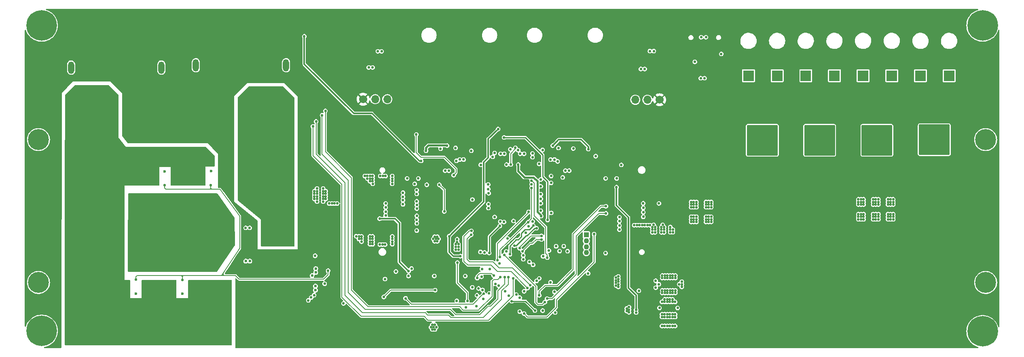
<source format=gbr>
%TF.GenerationSoftware,KiCad,Pcbnew,7.0.7*%
%TF.CreationDate,2024-04-13T02:06:32+02:00*%
%TF.ProjectId,smps_legged_robot,736d7073-5f6c-4656-9767-65645f726f62,1.0*%
%TF.SameCoordinates,PX7026f0PY568bc30*%
%TF.FileFunction,Copper,L4,Inr*%
%TF.FilePolarity,Positive*%
%FSLAX46Y46*%
G04 Gerber Fmt 4.6, Leading zero omitted, Abs format (unit mm)*
G04 Created by KiCad (PCBNEW 7.0.7) date 2024-04-13 02:06:32*
%MOMM*%
%LPD*%
G01*
G04 APERTURE LIST*
G04 Aperture macros list*
%AMRoundRect*
0 Rectangle with rounded corners*
0 $1 Rounding radius*
0 $2 $3 $4 $5 $6 $7 $8 $9 X,Y pos of 4 corners*
0 Add a 4 corners polygon primitive as box body*
4,1,4,$2,$3,$4,$5,$6,$7,$8,$9,$2,$3,0*
0 Add four circle primitives for the rounded corners*
1,1,$1+$1,$2,$3*
1,1,$1+$1,$4,$5*
1,1,$1+$1,$6,$7*
1,1,$1+$1,$8,$9*
0 Add four rect primitives between the rounded corners*
20,1,$1+$1,$2,$3,$4,$5,0*
20,1,$1+$1,$4,$5,$6,$7,0*
20,1,$1+$1,$6,$7,$8,$9,0*
20,1,$1+$1,$8,$9,$2,$3,0*%
G04 Aperture macros list end*
%TA.AperFunction,ComponentPad*%
%ADD10C,0.550000*%
%TD*%
%TA.AperFunction,ComponentPad*%
%ADD11RoundRect,1.250000X2.250000X1.250000X-2.250000X1.250000X-2.250000X-1.250000X2.250000X-1.250000X0*%
%TD*%
%TA.AperFunction,ComponentPad*%
%ADD12O,1.300000X2.600000*%
%TD*%
%TA.AperFunction,ComponentPad*%
%ADD13C,2.000000*%
%TD*%
%TA.AperFunction,ComponentPad*%
%ADD14RoundRect,0.325000X-2.925000X-2.925000X2.925000X-2.925000X2.925000X2.925000X-2.925000X2.925000X0*%
%TD*%
%TA.AperFunction,ComponentPad*%
%ADD15R,2.300000X2.300000*%
%TD*%
%TA.AperFunction,ComponentPad*%
%ADD16C,2.300000*%
%TD*%
%TA.AperFunction,ComponentPad*%
%ADD17C,0.700000*%
%TD*%
%TA.AperFunction,ComponentPad*%
%ADD18C,4.400000*%
%TD*%
%TA.AperFunction,ComponentPad*%
%ADD19C,0.800000*%
%TD*%
%TA.AperFunction,ComponentPad*%
%ADD20C,6.400000*%
%TD*%
%TA.AperFunction,ComponentPad*%
%ADD21C,1.700000*%
%TD*%
%TA.AperFunction,ComponentPad*%
%ADD22O,1.700000X1.700000*%
%TD*%
%TA.AperFunction,ComponentPad*%
%ADD23R,1.100000X1.100000*%
%TD*%
%TA.AperFunction,ComponentPad*%
%ADD24C,1.100000*%
%TD*%
%TA.AperFunction,ComponentPad*%
%ADD25O,1.000000X2.100000*%
%TD*%
%TA.AperFunction,ComponentPad*%
%ADD26O,1.000000X1.800000*%
%TD*%
%TA.AperFunction,ViaPad*%
%ADD27C,0.550000*%
%TD*%
%TA.AperFunction,ViaPad*%
%ADD28C,0.600000*%
%TD*%
%TA.AperFunction,Conductor*%
%ADD29C,0.200000*%
%TD*%
%TA.AperFunction,Conductor*%
%ADD30C,0.300000*%
%TD*%
%TA.AperFunction,Conductor*%
%ADD31C,0.250000*%
%TD*%
%TA.AperFunction,Conductor*%
%ADD32C,0.350000*%
%TD*%
%TA.AperFunction,Conductor*%
%ADD33C,0.400000*%
%TD*%
G04 APERTURE END LIST*
D10*
%TO.N,GND*%
%TO.C,J502*%
X68710000Y15440000D03*
X68710000Y15940000D03*
X68710000Y16440000D03*
X68710000Y16940000D03*
X68710000Y17440000D03*
X68710000Y17940000D03*
X68310000Y14690000D03*
X68310000Y15190000D03*
X68310000Y15690000D03*
X68310000Y16190000D03*
X68310000Y16690000D03*
X68310000Y17190000D03*
X68310000Y17690000D03*
X68310000Y18190000D03*
X67910000Y14440000D03*
X67910000Y14940000D03*
X67910000Y15440000D03*
X67910000Y15940000D03*
X67910000Y16440000D03*
X67910000Y16940000D03*
X67910000Y17440000D03*
X67910000Y17940000D03*
X67910000Y18440000D03*
X67510000Y14690000D03*
X67510000Y15190000D03*
X67510000Y15690000D03*
X67510000Y17690000D03*
X67510000Y18190000D03*
X67510000Y18690000D03*
X67110000Y14440000D03*
X67110000Y14940000D03*
X67110000Y18440000D03*
X66710000Y14690000D03*
X66710000Y18690000D03*
X66310000Y14440000D03*
X65910000Y18690000D03*
X65510000Y14440000D03*
D11*
X65500000Y16600000D03*
D10*
X65110000Y18690000D03*
X64710000Y14440000D03*
X64310000Y14690000D03*
X64310000Y18690000D03*
X63910000Y14440000D03*
X63910000Y14940000D03*
X63910000Y18440000D03*
X63510000Y14690000D03*
X63510000Y15190000D03*
X63510000Y15690000D03*
X63510000Y17690000D03*
X63510000Y18190000D03*
X63510000Y18690000D03*
X63110000Y14440000D03*
X63110000Y14940000D03*
X63110000Y15440000D03*
X63110000Y15940000D03*
X63110000Y16440000D03*
X63110000Y16940000D03*
X63110000Y17440000D03*
X63110000Y17940000D03*
X63110000Y18440000D03*
X62710000Y14690000D03*
X62710000Y15190000D03*
X62710000Y15690000D03*
X62710000Y16190000D03*
X62710000Y16690000D03*
X62710000Y17190000D03*
X62710000Y17690000D03*
X62710000Y18190000D03*
X62310000Y15440000D03*
X62310000Y15940000D03*
X62310000Y16440000D03*
X62310000Y16940000D03*
X62310000Y17440000D03*
X62310000Y17940000D03*
%TO.N,+VIN*%
X57810000Y15440000D03*
X57810000Y15940000D03*
X57810000Y16440000D03*
X57810000Y16940000D03*
X57810000Y17440000D03*
X57810000Y17940000D03*
X57410000Y14690000D03*
X57410000Y15190000D03*
X57410000Y15690000D03*
X57410000Y16190000D03*
X57410000Y16690000D03*
X57410000Y17190000D03*
X57410000Y17690000D03*
X57410000Y18190000D03*
X57010000Y14440000D03*
X57010000Y14940000D03*
X57010000Y15440000D03*
X57010000Y15940000D03*
X57010000Y16440000D03*
X57010000Y16940000D03*
X57010000Y17440000D03*
X57010000Y17940000D03*
X57010000Y18440000D03*
X56610000Y14690000D03*
X56610000Y15190000D03*
X56610000Y15690000D03*
X56610000Y17690000D03*
X56610000Y18190000D03*
X56610000Y18690000D03*
X56210000Y14440000D03*
X56210000Y14940000D03*
X56210000Y18440000D03*
X55810000Y14690000D03*
X55810000Y18690000D03*
X55410000Y14440000D03*
X55010000Y18690000D03*
X54610000Y14440000D03*
D11*
X54600000Y16600000D03*
D10*
X54210000Y18690000D03*
X53810000Y14440000D03*
X53410000Y14690000D03*
X53410000Y18690000D03*
X53010000Y14440000D03*
X53010000Y14940000D03*
X53010000Y18440000D03*
X52610000Y14690000D03*
X52610000Y15190000D03*
X52610000Y15690000D03*
X52610000Y17690000D03*
X52610000Y18190000D03*
X52610000Y18690000D03*
X52210000Y14440000D03*
X52210000Y14940000D03*
X52210000Y15440000D03*
X52210000Y15940000D03*
X52210000Y16440000D03*
X52210000Y16940000D03*
X52210000Y17440000D03*
X52210000Y17940000D03*
X52210000Y18440000D03*
X51810000Y14690000D03*
X51810000Y15190000D03*
X51810000Y15690000D03*
X51810000Y16190000D03*
X51810000Y16690000D03*
X51810000Y17190000D03*
X51810000Y17690000D03*
X51810000Y18190000D03*
X51410000Y15440000D03*
X51410000Y15940000D03*
X51410000Y16440000D03*
X51410000Y16940000D03*
X51410000Y17440000D03*
X51410000Y17940000D03*
D12*
%TO.N,N/C*%
X50600000Y25500000D03*
X69500000Y25500000D03*
%TD*%
D10*
%TO.N,/Project Architecture/Connectors - Rail Out 1/RAIL4*%
%TO.C,J304*%
X216350000Y13200000D03*
X216350000Y11270000D03*
X216350000Y10760000D03*
X216350000Y10250000D03*
X216350000Y9740000D03*
X216350000Y9230000D03*
X216350000Y7300000D03*
X216800000Y11015000D03*
X216800000Y10505000D03*
X216800000Y9995000D03*
X216800000Y9485000D03*
D13*
X217150000Y12400000D03*
X217150000Y8100000D03*
D10*
X217250000Y11270000D03*
X217250000Y10760000D03*
X217250000Y10250000D03*
X217250000Y9740000D03*
X217250000Y9230000D03*
X218280000Y13200000D03*
X218280000Y12300000D03*
X218280000Y8200000D03*
X218280000Y7300000D03*
X218535000Y12750000D03*
X218535000Y7750000D03*
X218790000Y13200000D03*
X218790000Y12300000D03*
X218790000Y8200000D03*
X218790000Y7300000D03*
X219045000Y12750000D03*
X219045000Y7750000D03*
X219300000Y13200000D03*
X219300000Y12300000D03*
D14*
X219300000Y10250000D03*
D10*
X219300000Y8200000D03*
X219300000Y7300000D03*
X219555000Y12750000D03*
X219555000Y7750000D03*
X219810000Y13200000D03*
X219810000Y12300000D03*
X219810000Y8200000D03*
X219810000Y7300000D03*
X220065000Y12750000D03*
X220065000Y7750000D03*
X220320000Y13200000D03*
X220320000Y12300000D03*
X220320000Y8200000D03*
X220320000Y7300000D03*
X221350000Y11270000D03*
X221350000Y10760000D03*
X221350000Y10250000D03*
X221350000Y9740000D03*
X221350000Y9230000D03*
D13*
X221450000Y12400000D03*
X221450000Y8100000D03*
D10*
X221800000Y11015000D03*
X221800000Y10505000D03*
X221800000Y9995000D03*
X221800000Y9485000D03*
X222250000Y13200000D03*
X222250000Y11270000D03*
X222250000Y10760000D03*
X222250000Y10250000D03*
X222250000Y9740000D03*
X222250000Y9230000D03*
X222250000Y7300000D03*
%TD*%
D15*
%TO.N,/Project Architecture/Connectors - Rail Out 1/RAIL1*%
%TO.C,Molex_602*%
X228400000Y23800000D03*
D16*
%TO.N,GND*%
X228400000Y18300000D03*
%TD*%
D17*
%TO.N,Net-(C2102-Pad1)*%
%TO.C,H2101*%
X240410000Y10390000D03*
X240893274Y11556726D03*
X240893274Y9223274D03*
X242060000Y12040000D03*
D18*
X242060000Y10390000D03*
D17*
X242060000Y8740000D03*
X243226726Y11556726D03*
X243226726Y9223274D03*
X243710000Y10390000D03*
%TD*%
D19*
%TO.N,Net-(C2201-Pad1)*%
%TO.C,H2201*%
X42010000Y34340000D03*
X42712944Y36037056D03*
X42712944Y32642944D03*
X44410000Y36740000D03*
D20*
X44410000Y34340000D03*
D19*
X44410000Y31940000D03*
X46107056Y36037056D03*
X46107056Y32642944D03*
X46810000Y34340000D03*
%TD*%
D17*
%TO.N,Net-(C2105-Pad1)*%
%TO.C,H2103*%
X42110000Y10390000D03*
X42593274Y11556726D03*
X42593274Y9223274D03*
X43760000Y12040000D03*
D18*
X43760000Y10390000D03*
D17*
X43760000Y8740000D03*
X44926726Y11556726D03*
X44926726Y9223274D03*
X45410000Y10390000D03*
%TD*%
%TO.N,Net-(C2103-Pad1)*%
%TO.C,H2104*%
X42110000Y-19610000D03*
X42593274Y-18443274D03*
X42593274Y-20776726D03*
X43760000Y-17960000D03*
D18*
X43760000Y-19610000D03*
D17*
X43760000Y-21260000D03*
X44926726Y-18443274D03*
X44926726Y-20776726D03*
X45410000Y-19610000D03*
%TD*%
D19*
%TO.N,Net-(C2204-Pad1)*%
%TO.C,H2204*%
X239010000Y34340000D03*
X239712944Y36037056D03*
X239712944Y32642944D03*
X241410000Y36740000D03*
D20*
X241410000Y34340000D03*
D19*
X241410000Y31940000D03*
X243107056Y36037056D03*
X243107056Y32642944D03*
X243810000Y34340000D03*
%TD*%
D15*
%TO.N,/Project Architecture/Connectors - Rail Out 1/RAIL2*%
%TO.C,Molex_604*%
X192400000Y23800000D03*
D16*
%TO.N,GND*%
X192400000Y18300000D03*
%TD*%
D10*
%TO.N,GND*%
%TO.C,U1102*%
X163650000Y4290000D03*
X162750000Y4790000D03*
X164550000Y4790000D03*
X163650000Y5290000D03*
%TD*%
%TO.N,GND*%
%TO.C,J501*%
X83910000Y15440000D03*
X83910000Y15940000D03*
X83910000Y16440000D03*
X83910000Y16940000D03*
X83910000Y17440000D03*
X83910000Y17940000D03*
X83510000Y14690000D03*
X83510000Y15190000D03*
X83510000Y15690000D03*
X83510000Y16190000D03*
X83510000Y16690000D03*
X83510000Y17190000D03*
X83510000Y17690000D03*
X83510000Y18190000D03*
X83110000Y14440000D03*
X83110000Y14940000D03*
X83110000Y15440000D03*
X83110000Y15940000D03*
X83110000Y16440000D03*
X83110000Y16940000D03*
X83110000Y17440000D03*
X83110000Y17940000D03*
X83110000Y18440000D03*
X82710000Y14690000D03*
X82710000Y15190000D03*
X82710000Y15690000D03*
X82710000Y17690000D03*
X82710000Y18190000D03*
X82710000Y18690000D03*
X82310000Y14440000D03*
X82310000Y14940000D03*
X82310000Y18440000D03*
X81910000Y14690000D03*
X81910000Y18690000D03*
X81510000Y14440000D03*
X81110000Y18690000D03*
X80710000Y14440000D03*
D11*
X80700000Y16600000D03*
D10*
X80310000Y18690000D03*
X79910000Y14440000D03*
X79510000Y14690000D03*
X79510000Y18690000D03*
X79110000Y14440000D03*
X79110000Y14940000D03*
X79110000Y18440000D03*
X78710000Y14690000D03*
X78710000Y15190000D03*
X78710000Y15690000D03*
X78710000Y17690000D03*
X78710000Y18190000D03*
X78710000Y18690000D03*
X78310000Y14440000D03*
X78310000Y14940000D03*
X78310000Y15440000D03*
X78310000Y15940000D03*
X78310000Y16440000D03*
X78310000Y16940000D03*
X78310000Y17440000D03*
X78310000Y17940000D03*
X78310000Y18440000D03*
X77910000Y14690000D03*
X77910000Y15190000D03*
X77910000Y15690000D03*
X77910000Y16190000D03*
X77910000Y16690000D03*
X77910000Y17190000D03*
X77910000Y17690000D03*
X77910000Y18190000D03*
X77510000Y15440000D03*
X77510000Y15940000D03*
X77510000Y16440000D03*
X77510000Y16940000D03*
X77510000Y17440000D03*
X77510000Y17940000D03*
%TO.N,+VBAT*%
X94810000Y15440000D03*
X94810000Y15940000D03*
X94810000Y16440000D03*
X94810000Y16940000D03*
X94810000Y17440000D03*
X94810000Y17940000D03*
X94410000Y14690000D03*
X94410000Y15190000D03*
X94410000Y15690000D03*
X94410000Y16190000D03*
X94410000Y16690000D03*
X94410000Y17190000D03*
X94410000Y17690000D03*
X94410000Y18190000D03*
X94010000Y14440000D03*
X94010000Y14940000D03*
X94010000Y15440000D03*
X94010000Y15940000D03*
X94010000Y16440000D03*
X94010000Y16940000D03*
X94010000Y17440000D03*
X94010000Y17940000D03*
X94010000Y18440000D03*
X93610000Y14690000D03*
X93610000Y15190000D03*
X93610000Y15690000D03*
X93610000Y17690000D03*
X93610000Y18190000D03*
X93610000Y18690000D03*
X93210000Y14440000D03*
X93210000Y14940000D03*
X93210000Y18440000D03*
X92810000Y14690000D03*
X92810000Y18690000D03*
X92410000Y14440000D03*
X92010000Y18690000D03*
X91610000Y14440000D03*
D11*
X91600000Y16600000D03*
D10*
X91210000Y18690000D03*
X90810000Y14440000D03*
X90410000Y14690000D03*
X90410000Y18690000D03*
X90010000Y14440000D03*
X90010000Y14940000D03*
X90010000Y18440000D03*
X89610000Y14690000D03*
X89610000Y15190000D03*
X89610000Y15690000D03*
X89610000Y17690000D03*
X89610000Y18190000D03*
X89610000Y18690000D03*
X89210000Y14440000D03*
X89210000Y14940000D03*
X89210000Y15440000D03*
X89210000Y15940000D03*
X89210000Y16440000D03*
X89210000Y16940000D03*
X89210000Y17440000D03*
X89210000Y17940000D03*
X89210000Y18440000D03*
X88810000Y14690000D03*
X88810000Y15190000D03*
X88810000Y15690000D03*
X88810000Y16190000D03*
X88810000Y16690000D03*
X88810000Y17190000D03*
X88810000Y17690000D03*
X88810000Y18190000D03*
X88410000Y15440000D03*
X88410000Y15940000D03*
X88410000Y16440000D03*
X88410000Y16940000D03*
X88410000Y17440000D03*
X88410000Y17940000D03*
D12*
%TO.N,N/C*%
X95600000Y26000000D03*
X76700000Y26000000D03*
%TD*%
D17*
%TO.N,Net-(C2104-Pad1)*%
%TO.C,H2102*%
X240410000Y-19610000D03*
X240893274Y-18443274D03*
X240893274Y-20776726D03*
X242060000Y-17960000D03*
D18*
X242060000Y-19610000D03*
D17*
X242060000Y-21260000D03*
X243226726Y-18443274D03*
X243226726Y-20776726D03*
X243710000Y-19610000D03*
%TD*%
D21*
%TO.N,GND*%
%TO.C,J1109*%
X111705000Y18860000D03*
D22*
%TO.N,/Project Architecture/Connectors - Communication/FDCAN2_P*%
X114245000Y18860000D03*
%TO.N,/Project Architecture/Connectors - Communication/FDCAN2_N*%
X116785000Y18860000D03*
%TD*%
D21*
%TO.N,GND*%
%TO.C,J1110*%
X173790000Y18746017D03*
D22*
%TO.N,/Project Architecture/Connectors - Communication/FDCAN1_N*%
X171250000Y18746017D03*
%TO.N,/Project Architecture/Connectors - Communication/FDCAN1_P*%
X168710000Y18746017D03*
%TD*%
D23*
%TO.N,Net-(IC1701-VO+)*%
%TO.C,J1701*%
X158445000Y-9605000D03*
D24*
X158445000Y-10855000D03*
%TO.N,Net-(IC1701-VO-)*%
X158445000Y-12105000D03*
X158445000Y-13355000D03*
%TD*%
D15*
%TO.N,/Project Architecture/Connectors - Rail Out 1/RAIL1*%
%TO.C,Molex_601*%
X234400000Y23800000D03*
D16*
%TO.N,GND*%
X234400000Y18300000D03*
%TD*%
D15*
%TO.N,/Project Architecture/Connectors - Rail Out 1/RAIL4*%
%TO.C,Molex_607*%
X222409250Y23800000D03*
D16*
%TO.N,GND*%
X222409250Y18300000D03*
%TD*%
D15*
%TO.N,/Project Architecture/Connectors - Rail Out 1/RAIL3*%
%TO.C,Molex_605*%
X210400000Y23800000D03*
D16*
%TO.N,GND*%
X210400000Y18300000D03*
%TD*%
D10*
%TO.N,/Project Architecture/Connectors - Rail Out 1/RAIL3*%
%TO.C,J303*%
X204350000Y13200000D03*
X204350000Y11270000D03*
X204350000Y10760000D03*
X204350000Y10250000D03*
X204350000Y9740000D03*
X204350000Y9230000D03*
X204350000Y7300000D03*
X204800000Y11015000D03*
X204800000Y10505000D03*
X204800000Y9995000D03*
X204800000Y9485000D03*
D13*
X205150000Y12400000D03*
X205150000Y8100000D03*
D10*
X205250000Y11270000D03*
X205250000Y10760000D03*
X205250000Y10250000D03*
X205250000Y9740000D03*
X205250000Y9230000D03*
X206280000Y13200000D03*
X206280000Y12300000D03*
X206280000Y8200000D03*
X206280000Y7300000D03*
X206535000Y12750000D03*
X206535000Y7750000D03*
X206790000Y13200000D03*
X206790000Y12300000D03*
X206790000Y8200000D03*
X206790000Y7300000D03*
X207045000Y12750000D03*
X207045000Y7750000D03*
X207300000Y13200000D03*
X207300000Y12300000D03*
D14*
X207300000Y10250000D03*
D10*
X207300000Y8200000D03*
X207300000Y7300000D03*
X207555000Y12750000D03*
X207555000Y7750000D03*
X207810000Y13200000D03*
X207810000Y12300000D03*
X207810000Y8200000D03*
X207810000Y7300000D03*
X208065000Y12750000D03*
X208065000Y7750000D03*
X208320000Y13200000D03*
X208320000Y12300000D03*
X208320000Y8200000D03*
X208320000Y7300000D03*
X209350000Y11270000D03*
X209350000Y10760000D03*
X209350000Y10250000D03*
X209350000Y9740000D03*
X209350000Y9230000D03*
D13*
X209450000Y12400000D03*
X209450000Y8100000D03*
D10*
X209800000Y11015000D03*
X209800000Y10505000D03*
X209800000Y9995000D03*
X209800000Y9485000D03*
X210250000Y13200000D03*
X210250000Y11270000D03*
X210250000Y10760000D03*
X210250000Y10250000D03*
X210250000Y9740000D03*
X210250000Y9230000D03*
X210250000Y7300000D03*
%TD*%
D15*
%TO.N,/Project Architecture/Connectors - Rail Out 1/RAIL2*%
%TO.C,Molex_603*%
X198400000Y23800000D03*
D16*
%TO.N,GND*%
X198400000Y18300000D03*
%TD*%
D10*
%TO.N,/Project Architecture/Connectors - Rail Out 1/RAIL2*%
%TO.C,J302*%
X192350000Y13200000D03*
X192350000Y11270000D03*
X192350000Y10760000D03*
X192350000Y10250000D03*
X192350000Y9740000D03*
X192350000Y9230000D03*
X192350000Y7300000D03*
X192800000Y11015000D03*
X192800000Y10505000D03*
X192800000Y9995000D03*
X192800000Y9485000D03*
D13*
X193150000Y12400000D03*
X193150000Y8100000D03*
D10*
X193250000Y11270000D03*
X193250000Y10760000D03*
X193250000Y10250000D03*
X193250000Y9740000D03*
X193250000Y9230000D03*
X194280000Y13200000D03*
X194280000Y12300000D03*
X194280000Y8200000D03*
X194280000Y7300000D03*
X194535000Y12750000D03*
X194535000Y7750000D03*
X194790000Y13200000D03*
X194790000Y12300000D03*
X194790000Y8200000D03*
X194790000Y7300000D03*
X195045000Y12750000D03*
X195045000Y7750000D03*
X195300000Y13200000D03*
X195300000Y12300000D03*
D14*
X195300000Y10250000D03*
D10*
X195300000Y8200000D03*
X195300000Y7300000D03*
X195555000Y12750000D03*
X195555000Y7750000D03*
X195810000Y13200000D03*
X195810000Y12300000D03*
X195810000Y8200000D03*
X195810000Y7300000D03*
X196065000Y12750000D03*
X196065000Y7750000D03*
X196320000Y13200000D03*
X196320000Y12300000D03*
X196320000Y8200000D03*
X196320000Y7300000D03*
X197350000Y11270000D03*
X197350000Y10760000D03*
X197350000Y10250000D03*
X197350000Y9740000D03*
X197350000Y9230000D03*
D13*
X197450000Y12400000D03*
X197450000Y8100000D03*
D10*
X197800000Y11015000D03*
X197800000Y10505000D03*
X197800000Y9995000D03*
X197800000Y9485000D03*
X198250000Y13200000D03*
X198250000Y11270000D03*
X198250000Y10760000D03*
X198250000Y10250000D03*
X198250000Y9740000D03*
X198250000Y9230000D03*
X198250000Y7300000D03*
%TD*%
D19*
%TO.N,Net-(C2203-Pad1)*%
%TO.C,H2203*%
X239010000Y-29860000D03*
X239712944Y-28162944D03*
X239712944Y-31557056D03*
X241410000Y-27460000D03*
D20*
X241410000Y-29860000D03*
D19*
X241410000Y-32260000D03*
X243107056Y-28162944D03*
X243107056Y-31557056D03*
X243810000Y-29860000D03*
%TD*%
D10*
%TO.N,/Project Architecture/Connectors - Rail Out 1/RAIL1*%
%TO.C,J301*%
X228350000Y13300000D03*
X228350000Y11370000D03*
X228350000Y10860000D03*
X228350000Y10350000D03*
X228350000Y9840000D03*
X228350000Y9330000D03*
X228350000Y7400000D03*
X228800000Y11115000D03*
X228800000Y10605000D03*
X228800000Y10095000D03*
X228800000Y9585000D03*
D13*
X229150000Y12500000D03*
X229150000Y8200000D03*
D10*
X229250000Y11370000D03*
X229250000Y10860000D03*
X229250000Y10350000D03*
X229250000Y9840000D03*
X229250000Y9330000D03*
X230280000Y13300000D03*
X230280000Y12400000D03*
X230280000Y8300000D03*
X230280000Y7400000D03*
X230535000Y12850000D03*
X230535000Y7850000D03*
X230790000Y13300000D03*
X230790000Y12400000D03*
X230790000Y8300000D03*
X230790000Y7400000D03*
X231045000Y12850000D03*
X231045000Y7850000D03*
X231300000Y13300000D03*
X231300000Y12400000D03*
D14*
X231300000Y10350000D03*
D10*
X231300000Y8300000D03*
X231300000Y7400000D03*
X231555000Y12850000D03*
X231555000Y7850000D03*
X231810000Y13300000D03*
X231810000Y12400000D03*
X231810000Y8300000D03*
X231810000Y7400000D03*
X232065000Y12850000D03*
X232065000Y7850000D03*
X232320000Y13300000D03*
X232320000Y12400000D03*
X232320000Y8300000D03*
X232320000Y7400000D03*
X233350000Y11370000D03*
X233350000Y10860000D03*
X233350000Y10350000D03*
X233350000Y9840000D03*
X233350000Y9330000D03*
D13*
X233450000Y12500000D03*
X233450000Y8200000D03*
D10*
X233800000Y11115000D03*
X233800000Y10605000D03*
X233800000Y10095000D03*
X233800000Y9585000D03*
X234250000Y13300000D03*
X234250000Y11370000D03*
X234250000Y10860000D03*
X234250000Y10350000D03*
X234250000Y9840000D03*
X234250000Y9330000D03*
X234250000Y7400000D03*
%TD*%
%TO.N,GND*%
%TO.C,U1101*%
X122120000Y4270000D03*
X121220000Y4770000D03*
X123020000Y4770000D03*
X122120000Y5270000D03*
%TD*%
D15*
%TO.N,/Project Architecture/Connectors - Rail Out 1/RAIL3*%
%TO.C,Molex_606*%
X204400000Y23800000D03*
D16*
%TO.N,GND*%
X204400000Y18300000D03*
%TD*%
D25*
%TO.N,GND*%
%TO.C,J403*%
X187565000Y31300000D03*
D26*
X187565000Y35480000D03*
D25*
X178925000Y31300000D03*
D26*
X178925000Y35480000D03*
%TD*%
D15*
%TO.N,/Project Architecture/Connectors - Rail Out 1/RAIL4*%
%TO.C,Molex_608*%
X216400000Y23800000D03*
D16*
%TO.N,GND*%
X216400000Y18300000D03*
%TD*%
D19*
%TO.N,Net-(C2202-Pad1)*%
%TO.C,H2202*%
X42010000Y-29760000D03*
X42712944Y-28062944D03*
X42712944Y-31457056D03*
X44410000Y-27360000D03*
D20*
X44410000Y-29760000D03*
D19*
X44410000Y-32160000D03*
X46107056Y-28062944D03*
X46107056Y-31457056D03*
X46810000Y-29760000D03*
%TD*%
D10*
%TO.N,+VBAT*%
%TO.C,J306*%
X88700000Y9800000D03*
X88700000Y7870000D03*
X88700000Y7360000D03*
X88700000Y6850000D03*
X88700000Y6340000D03*
X88700000Y5830000D03*
X88700000Y3900000D03*
X89150000Y7615000D03*
X89150000Y7105000D03*
X89150000Y6595000D03*
X89150000Y6085000D03*
D13*
X89500000Y9000000D03*
X89500000Y4700000D03*
D10*
X89600000Y7870000D03*
X89600000Y7360000D03*
X89600000Y6850000D03*
X89600000Y6340000D03*
X89600000Y5830000D03*
X90630000Y9800000D03*
X90630000Y8900000D03*
X90630000Y4800000D03*
X90630000Y3900000D03*
X90885000Y9350000D03*
X90885000Y4350000D03*
X91140000Y9800000D03*
X91140000Y8900000D03*
X91140000Y4800000D03*
X91140000Y3900000D03*
X91395000Y9350000D03*
X91395000Y4350000D03*
X91650000Y9800000D03*
X91650000Y8900000D03*
D14*
X91650000Y6850000D03*
D10*
X91650000Y4800000D03*
X91650000Y3900000D03*
X91905000Y9350000D03*
X91905000Y4350000D03*
X92160000Y9800000D03*
X92160000Y8900000D03*
X92160000Y4800000D03*
X92160000Y3900000D03*
X92415000Y9350000D03*
X92415000Y4350000D03*
X92670000Y9800000D03*
X92670000Y8900000D03*
X92670000Y4800000D03*
X92670000Y3900000D03*
X93700000Y7870000D03*
X93700000Y7360000D03*
X93700000Y6850000D03*
X93700000Y6340000D03*
X93700000Y5830000D03*
D13*
X93800000Y9000000D03*
X93800000Y4700000D03*
D10*
X94150000Y7615000D03*
X94150000Y7105000D03*
X94150000Y6595000D03*
X94150000Y6085000D03*
X94600000Y9800000D03*
X94600000Y7870000D03*
X94600000Y7360000D03*
X94600000Y6850000D03*
X94600000Y6340000D03*
X94600000Y5830000D03*
X94600000Y3900000D03*
%TD*%
%TO.N,+VIN*%
%TO.C,J305*%
X51800000Y9900000D03*
X51800000Y7970000D03*
X51800000Y7460000D03*
X51800000Y6950000D03*
X51800000Y6440000D03*
X51800000Y5930000D03*
X51800000Y4000000D03*
X52250000Y7715000D03*
X52250000Y7205000D03*
X52250000Y6695000D03*
X52250000Y6185000D03*
D13*
X52600000Y9100000D03*
X52600000Y4800000D03*
D10*
X52700000Y7970000D03*
X52700000Y7460000D03*
X52700000Y6950000D03*
X52700000Y6440000D03*
X52700000Y5930000D03*
X53730000Y9900000D03*
X53730000Y9000000D03*
X53730000Y4900000D03*
X53730000Y4000000D03*
X53985000Y9450000D03*
X53985000Y4450000D03*
X54240000Y9900000D03*
X54240000Y9000000D03*
X54240000Y4900000D03*
X54240000Y4000000D03*
X54495000Y9450000D03*
X54495000Y4450000D03*
X54750000Y9900000D03*
X54750000Y9000000D03*
D14*
X54750000Y6950000D03*
D10*
X54750000Y4900000D03*
X54750000Y4000000D03*
X55005000Y9450000D03*
X55005000Y4450000D03*
X55260000Y9900000D03*
X55260000Y9000000D03*
X55260000Y4900000D03*
X55260000Y4000000D03*
X55515000Y9450000D03*
X55515000Y4450000D03*
X55770000Y9900000D03*
X55770000Y9000000D03*
X55770000Y4900000D03*
X55770000Y4000000D03*
X56800000Y7970000D03*
X56800000Y7460000D03*
X56800000Y6950000D03*
X56800000Y6440000D03*
X56800000Y5930000D03*
D13*
X56900000Y9100000D03*
X56900000Y4800000D03*
D10*
X57250000Y7715000D03*
X57250000Y7205000D03*
X57250000Y6695000D03*
X57250000Y6185000D03*
X57700000Y9900000D03*
X57700000Y7970000D03*
X57700000Y7460000D03*
X57700000Y6950000D03*
X57700000Y6440000D03*
X57700000Y5930000D03*
X57700000Y4000000D03*
%TD*%
D27*
%TO.N,GND*%
X157050000Y350000D03*
X164625000Y-23575000D03*
X115564999Y23378199D03*
D28*
X79450000Y11050000D03*
D27*
X112964999Y22660699D03*
X117575000Y-7225000D03*
D28*
X74850000Y22550000D03*
X73050000Y22550000D03*
X80650000Y20150000D03*
D27*
X166700000Y-23025000D03*
D28*
X74850000Y19550000D03*
X74850000Y17150000D03*
D27*
X169940000Y-2000000D03*
X170490000Y-2000000D03*
D28*
X67950000Y12250000D03*
D27*
X119975000Y4825000D03*
X132330000Y5510000D03*
X135600000Y0D03*
X126840000Y-2155500D03*
X127225000Y7375000D03*
D28*
X65550000Y12250000D03*
D27*
X125050000Y1675000D03*
D28*
X72450000Y20750000D03*
X81850000Y11650000D03*
X71250000Y14550000D03*
D27*
X137625000Y1675000D03*
D28*
X73650000Y17150000D03*
X74250000Y22550000D03*
D27*
X127200000Y6050000D03*
D28*
X77650000Y11050000D03*
X67950000Y21950000D03*
X67950000Y12850000D03*
X79450000Y12250000D03*
X68550000Y11050000D03*
X63750000Y21350000D03*
X73650000Y18950000D03*
D27*
X126950000Y-12925000D03*
D28*
X66150000Y12850000D03*
X66750000Y22550000D03*
X79450000Y10450000D03*
D27*
X157640000Y5440000D03*
D28*
X78850000Y11050000D03*
D27*
X153525000Y8150000D03*
X118125000Y-7775000D03*
D28*
X71850000Y17750000D03*
X71850000Y13350000D03*
X65550000Y22550000D03*
X63750000Y21950000D03*
X73050000Y17750000D03*
D27*
X151500000Y-6550000D03*
D28*
X71250000Y20150000D03*
D27*
X146921287Y-10578007D03*
D28*
X66750000Y12250000D03*
D27*
X170730000Y-23960000D03*
D28*
X78250000Y12850000D03*
X78250000Y22550000D03*
D27*
X126985000Y-25845000D03*
D28*
X80050000Y10450000D03*
D27*
X145740000Y-710000D03*
D28*
X71850000Y18950000D03*
D27*
X135070000Y-22910000D03*
D28*
X73050000Y20150000D03*
D27*
X145110000Y-1815000D03*
D28*
X71250000Y22550000D03*
D27*
X143180000Y405000D03*
X163034139Y-4494034D03*
X162900000Y-7300000D03*
X168840000Y-2000000D03*
D28*
X65550000Y11650000D03*
D27*
X117025000Y-7225000D03*
D28*
X71250000Y18950000D03*
D27*
X126820000Y-440000D03*
D28*
X77050000Y11650000D03*
X67350000Y11650000D03*
X81850000Y20150000D03*
D27*
X119350000Y-22450000D03*
X164625000Y-23025000D03*
D28*
X67350000Y10450000D03*
X66150000Y12250000D03*
X77050000Y21950000D03*
X73650000Y15150000D03*
D27*
X158020000Y8585000D03*
D28*
X73050000Y12750000D03*
D27*
X140533733Y-9026267D03*
D28*
X79450000Y20750000D03*
D27*
X125500000Y3850000D03*
X175250000Y-2220000D03*
X149300000Y-9050000D03*
X169940000Y16662183D03*
D28*
X66750000Y11650000D03*
X74250000Y14550000D03*
X74250000Y17750000D03*
X81250000Y11650000D03*
D27*
X155631323Y3921827D03*
D28*
X81250000Y12250000D03*
X77650000Y12850000D03*
X64950000Y10450000D03*
X72450000Y22550000D03*
D27*
X150067833Y6047833D03*
D28*
X77050000Y21350000D03*
X73050000Y18350000D03*
X68550000Y12850000D03*
X64950000Y11650000D03*
X73650000Y13950000D03*
D27*
X141215000Y-2900000D03*
X126385000Y-25845000D03*
D28*
X71250000Y21950000D03*
X80650000Y12250000D03*
X69150000Y12250000D03*
X71250000Y13350000D03*
X64950000Y11050000D03*
D27*
X171040000Y-1450000D03*
X167250000Y-23575000D03*
D28*
X78850000Y12850000D03*
X73650000Y20750000D03*
X74850000Y18950000D03*
D27*
X169915000Y22445000D03*
X151400000Y2000000D03*
X126725000Y1675000D03*
D28*
X72450000Y15150000D03*
X74850000Y13350000D03*
X68550000Y21350000D03*
D27*
X138560000Y8010000D03*
D28*
X72450000Y13950000D03*
X69150000Y10450000D03*
D27*
X143180000Y-1795000D03*
X137550500Y-11925000D03*
X161450000Y4975000D03*
X162861317Y-1625500D03*
X127675000Y1675000D03*
X117260000Y-18860000D03*
D28*
X80650000Y20750000D03*
D27*
X168015000Y-975000D03*
X102510000Y29210000D03*
D28*
X64350000Y22550000D03*
X66750000Y10450000D03*
D27*
X157050000Y-3450000D03*
D28*
X71850000Y22550000D03*
X74850000Y20150000D03*
X73650000Y17750000D03*
X71250000Y17750000D03*
D27*
X145740000Y-1810000D03*
X115925000Y-7225000D03*
X115520000Y16912533D03*
X128730000Y-9000000D03*
D28*
X69150000Y12850000D03*
D27*
X167250000Y-23025000D03*
D28*
X72450000Y17750000D03*
X68550000Y11650000D03*
D27*
X136320000Y-14580000D03*
D28*
X78250000Y10450000D03*
D27*
X143770000Y-25940000D03*
X163250000Y1650000D03*
X172500000Y23393173D03*
D28*
X82450000Y20150000D03*
X71850000Y17150000D03*
X73050000Y21350000D03*
X64350000Y11050000D03*
X81850000Y21350000D03*
X65550000Y11050000D03*
X77050000Y11050000D03*
D27*
X138630000Y-23550000D03*
X126700000Y-4810000D03*
D28*
X73050000Y17150000D03*
X77650000Y20750000D03*
D27*
X153570000Y-22720000D03*
D28*
X64350000Y11650000D03*
X67350000Y20750000D03*
D27*
X126950000Y-14650000D03*
X142064623Y6666021D03*
D28*
X73050000Y13950000D03*
X63750000Y20750000D03*
D27*
X148310000Y4470000D03*
X149100000Y-23080000D03*
D28*
X80050000Y21350000D03*
D27*
X163025000Y-12075000D03*
D28*
X71850000Y12750000D03*
X71250000Y20750000D03*
X64350000Y21950000D03*
X80050000Y20750000D03*
X64350000Y12250000D03*
D27*
X145110000Y-2915000D03*
D28*
X72450000Y21950000D03*
D27*
X145110000Y385000D03*
D28*
X73650000Y20150000D03*
D27*
X156950000Y-13450000D03*
D28*
X74250000Y18350000D03*
X68550000Y20750000D03*
D27*
X143350000Y7140000D03*
D28*
X64350000Y21350000D03*
X73050000Y21950000D03*
X82450000Y21950000D03*
D27*
X141835000Y-1790000D03*
X126740000Y4830000D03*
X181507500Y27507500D03*
D28*
X81850000Y21950000D03*
D27*
X148710000Y-7570000D03*
X163380000Y-19960000D03*
X126950000Y-13500000D03*
D28*
X72450000Y15750000D03*
X74250000Y12750000D03*
D27*
X140455000Y-25915000D03*
X135226267Y2253733D03*
X156520000Y5910000D03*
X158450000Y-15350000D03*
D28*
X71850000Y20150000D03*
D27*
X126963983Y-22568483D03*
D28*
X79450000Y20150000D03*
X71850000Y13950000D03*
D27*
X153570000Y-23370000D03*
D28*
X64950000Y12850000D03*
D27*
X104475000Y-21300500D03*
D28*
X71250000Y18350000D03*
X72450000Y17150000D03*
X72450000Y18950000D03*
X77050000Y22550000D03*
D27*
X118400000Y-8800000D03*
D28*
X67950000Y21350000D03*
X66150000Y20750000D03*
D27*
X157050000Y-2200000D03*
D28*
X67350000Y21350000D03*
D27*
X114825000Y-7225000D03*
D28*
X81250000Y20750000D03*
X77650000Y22550000D03*
X72450000Y14550000D03*
X74250000Y18950000D03*
X74250000Y13950000D03*
D27*
X169940000Y-1450000D03*
X143795000Y-1800000D03*
D28*
X82450000Y20750000D03*
X71850000Y21350000D03*
D27*
X150900000Y-23650000D03*
D28*
X79450000Y21350000D03*
X72450000Y20150000D03*
D27*
X149943733Y-7161267D03*
D28*
X64950000Y22550000D03*
X69150000Y22550000D03*
X73650000Y21950000D03*
X77050000Y12250000D03*
X72450000Y18350000D03*
X71250000Y15750000D03*
X74850000Y18350000D03*
X64950000Y20750000D03*
X66150000Y10450000D03*
X67950000Y11650000D03*
D27*
X130325000Y8125000D03*
D28*
X82450000Y22550000D03*
X67950000Y10450000D03*
X73050000Y15750000D03*
X74850000Y20750000D03*
X74850000Y17750000D03*
D27*
X126100000Y5500000D03*
D28*
X81250000Y21950000D03*
X74250000Y17150000D03*
X64950000Y12250000D03*
X74250000Y21950000D03*
X81850000Y10450000D03*
X65550000Y21950000D03*
D27*
X138075000Y3450000D03*
D28*
X80650000Y10450000D03*
X80050000Y11650000D03*
X67950000Y22550000D03*
X73650000Y22550000D03*
X77650000Y21950000D03*
X81850000Y12250000D03*
X78250000Y11050000D03*
D27*
X165250000Y-14250000D03*
X116475000Y-7775000D03*
X170490000Y-1450000D03*
D28*
X78850000Y22550000D03*
X73050000Y19550000D03*
D27*
X135600000Y-950000D03*
D28*
X81250000Y22550000D03*
D27*
X156990000Y4780000D03*
D28*
X69150000Y21350000D03*
X68550000Y21950000D03*
X67350000Y12850000D03*
D27*
X118400000Y-8250000D03*
X124050000Y7500000D03*
D28*
X66750000Y12850000D03*
X64350000Y12850000D03*
X77050000Y20150000D03*
D27*
X153290000Y1510000D03*
D28*
X69150000Y20150000D03*
D27*
X127970000Y3840000D03*
D28*
X80650000Y22550000D03*
X74850000Y21950000D03*
X78850000Y11650000D03*
X71250000Y21350000D03*
X80050000Y22550000D03*
X80650000Y11050000D03*
D27*
X141835000Y410000D03*
X133650000Y6150000D03*
D28*
X68550000Y10450000D03*
X73050000Y20750000D03*
D27*
X169390000Y-1450000D03*
D28*
X78250000Y12250000D03*
X66150000Y21950000D03*
X79450000Y11650000D03*
D27*
X141835000Y-690000D03*
D28*
X65550000Y21350000D03*
X78250000Y21350000D03*
X79450000Y21950000D03*
X77650000Y10450000D03*
D27*
X158150000Y-19700000D03*
D28*
X63750000Y22550000D03*
D27*
X114275000Y-7225000D03*
D28*
X71850000Y18350000D03*
D27*
X115375000Y-7225000D03*
X167740000Y-1450000D03*
X148920000Y-3750000D03*
X185735000Y27445000D03*
X116475000Y-7225000D03*
D28*
X74850000Y15150000D03*
X78250000Y20150000D03*
X73650000Y12750000D03*
X69150000Y11650000D03*
X71850000Y15750000D03*
X79450000Y22550000D03*
D27*
X143174647Y-8950353D03*
D28*
X81250000Y20150000D03*
D27*
X163380000Y-17470000D03*
X122975000Y-4850000D03*
D28*
X65550000Y10450000D03*
X71250000Y12750000D03*
D27*
X157350000Y2470000D03*
X136986931Y-4722965D03*
D28*
X74850000Y13950000D03*
X77650000Y12250000D03*
X66150000Y22550000D03*
X64950000Y21950000D03*
D27*
X171590000Y-1450000D03*
D28*
X80650000Y21950000D03*
X74250000Y15150000D03*
X68550000Y22550000D03*
D27*
X151400000Y-4230000D03*
X163550000Y-14975000D03*
X125781497Y-25845000D03*
X114825000Y-7775000D03*
D28*
X79450000Y12850000D03*
X74850000Y14550000D03*
X73650000Y14550000D03*
X65550000Y20150000D03*
D27*
X125100000Y-20590000D03*
X135600000Y-1900000D03*
D28*
X78850000Y20150000D03*
X80650000Y21350000D03*
D27*
X151400000Y-3550000D03*
X127100000Y-6680000D03*
D28*
X74250000Y20150000D03*
X74250000Y21350000D03*
D27*
X156510000Y7250000D03*
D28*
X67350000Y21950000D03*
X73050000Y18950000D03*
X81250000Y12850000D03*
X71850000Y20750000D03*
D27*
X145110000Y-715000D03*
X172510000Y24543173D03*
D28*
X66150000Y20150000D03*
X67350000Y22550000D03*
X77050000Y12850000D03*
X73050000Y14550000D03*
X78250000Y11650000D03*
X67350000Y20150000D03*
X77650000Y20150000D03*
X80050000Y12250000D03*
D27*
X146730000Y8170000D03*
X113540000Y-19680000D03*
D28*
X66150000Y21350000D03*
X74250000Y20750000D03*
D27*
X115925000Y-7775000D03*
D28*
X81850000Y12850000D03*
D27*
X161125000Y-12075000D03*
D28*
X77050000Y20750000D03*
D27*
X167465000Y-975000D03*
D28*
X81250000Y10450000D03*
X71850000Y21950000D03*
D27*
X141680000Y8360000D03*
D28*
X74250000Y15750000D03*
D27*
X143795000Y-2900000D03*
X171040000Y-2000000D03*
D28*
X65550000Y12850000D03*
X73050000Y13350000D03*
D27*
X168840000Y-1450000D03*
X171280000Y-23970000D03*
D28*
X78850000Y21950000D03*
X71850000Y15150000D03*
X69150000Y21950000D03*
D27*
X126820000Y-1000000D03*
D28*
X71250000Y19550000D03*
X74850000Y12750000D03*
D27*
X153170000Y3870000D03*
D28*
X69150000Y20750000D03*
X66150000Y11650000D03*
X71250000Y17150000D03*
D27*
X126750000Y3850000D03*
X151500000Y-7250000D03*
D28*
X66750000Y20150000D03*
X64350000Y20150000D03*
X67350000Y12250000D03*
X80650000Y11650000D03*
D27*
X131800000Y3850000D03*
D28*
X74250000Y13350000D03*
D27*
X112959999Y21285699D03*
X117575000Y-7775000D03*
X115375000Y-7775000D03*
D28*
X73650000Y18350000D03*
X64950000Y21350000D03*
D27*
X132400000Y-23490000D03*
X122948940Y-7949460D03*
X158410000Y3810000D03*
D28*
X71850000Y14550000D03*
X78850000Y21350000D03*
D27*
X125750000Y-12350000D03*
X157050000Y-900000D03*
D28*
X78850000Y12250000D03*
D27*
X166700000Y-23575000D03*
D28*
X63750000Y20150000D03*
X67950000Y20150000D03*
X67350000Y11050000D03*
D27*
X143795000Y-700000D03*
D28*
X73650000Y13350000D03*
D27*
X135600000Y950000D03*
X154840000Y-15920000D03*
D28*
X65550000Y20750000D03*
X68550000Y20150000D03*
X66750000Y11050000D03*
D27*
X144101233Y-9851233D03*
X132220000Y-15620000D03*
X169390000Y-2000000D03*
D28*
X64350000Y20750000D03*
D27*
X167465000Y-425000D03*
D28*
X81250000Y21350000D03*
D27*
X168290000Y-1450000D03*
X150945000Y-21334500D03*
D28*
X71250000Y15150000D03*
X73650000Y19550000D03*
X73650000Y21350000D03*
D27*
X171590000Y-2000000D03*
D28*
X71850000Y19550000D03*
D27*
X134670000Y-22410000D03*
D28*
X74850000Y15750000D03*
X81850000Y22550000D03*
X81850000Y11050000D03*
X80050000Y20150000D03*
X73650000Y15750000D03*
D27*
X117850000Y-8800000D03*
X168015000Y-425000D03*
X113740000Y-22449500D03*
X115554999Y24760699D03*
X165780000Y3040000D03*
D28*
X78850000Y20750000D03*
X78250000Y21950000D03*
X74250000Y19550000D03*
D27*
X184885000Y27460000D03*
D28*
X72450000Y21350000D03*
D27*
X143180000Y-2895000D03*
X126950000Y-14075000D03*
D28*
X66750000Y20750000D03*
D27*
X145740000Y400000D03*
X126975000Y-23125000D03*
D28*
X66750000Y21950000D03*
D27*
X145740000Y-2910000D03*
D28*
X68550000Y12250000D03*
X72450000Y12750000D03*
X77050000Y10450000D03*
X78250000Y20750000D03*
D27*
X141835000Y-2890000D03*
D28*
X81250000Y11050000D03*
X73050000Y15150000D03*
D27*
X141215000Y-700000D03*
D28*
X81850000Y20750000D03*
X66150000Y11050000D03*
D27*
X128730000Y-8450000D03*
X148271233Y-11174500D03*
D28*
X72450000Y19550000D03*
D27*
X141215000Y400000D03*
D28*
X64350000Y10450000D03*
X69150000Y11050000D03*
X80050000Y11050000D03*
X80050000Y12850000D03*
X67950000Y20750000D03*
D27*
X143180000Y-695000D03*
D28*
X71250000Y13950000D03*
D27*
X117850000Y-8250000D03*
X169925000Y21255000D03*
X143795000Y400000D03*
D28*
X80650000Y12850000D03*
D27*
X122940000Y-1800000D03*
D28*
X66750000Y21350000D03*
D27*
X114275000Y-7775000D03*
X130580000Y3860000D03*
D28*
X77650000Y11650000D03*
D27*
X125600000Y8400000D03*
X157095000Y3955000D03*
D28*
X72450000Y13350000D03*
X80050000Y21950000D03*
D27*
X126530000Y-6680000D03*
X168290000Y-2000000D03*
D28*
X74850000Y21350000D03*
X64950000Y20150000D03*
X78850000Y10450000D03*
D27*
X155000000Y-24675000D03*
X117025000Y-7775000D03*
D28*
X82450000Y21350000D03*
X77650000Y21350000D03*
X67950000Y11050000D03*
D27*
X141215000Y-1800000D03*
%TO.N,+3V3*%
X164680000Y-19150000D03*
X135560000Y-22290000D03*
X165150000Y-19980000D03*
X138020000Y-865000D03*
X148910000Y584500D03*
X148564667Y5289667D03*
X150960000Y-19540000D03*
X148910000Y-2990000D03*
X148910000Y-1080000D03*
X137960000Y-3990000D03*
X136357500Y5092500D03*
X141210000Y-6910000D03*
X165150000Y-20530000D03*
X165775000Y5070000D03*
X150630000Y-12900000D03*
X136590000Y-16800500D03*
X107625000Y-24000000D03*
X123885000Y5925000D03*
X181172500Y26702500D03*
X136905000Y-23085000D03*
X141948414Y-10380880D03*
X151100000Y-5000000D03*
X147230000Y-6790000D03*
X165160000Y-18880000D03*
X162474500Y-13430000D03*
X164680000Y-19700000D03*
X148910000Y2010000D03*
X134605000Y-2205000D03*
X142850000Y-23520000D03*
X165160000Y-18330000D03*
X146335000Y-7785000D03*
X158825000Y-17700000D03*
X99405000Y32067850D03*
X147690000Y-25490000D03*
X164680000Y-20250000D03*
X137910000Y960000D03*
X145810000Y-9130000D03*
X165160000Y-19430000D03*
X164680000Y-18600000D03*
X142555000Y8353000D03*
%TO.N,VBUS*%
X132080000Y-14075000D03*
X186702500Y28357500D03*
X139985000Y12595000D03*
X129727300Y-9900000D03*
%TO.N,+5V*%
X164775000Y400000D03*
X131130000Y-12140000D03*
X166925000Y-25600000D03*
X131690000Y-12700000D03*
X168875000Y-25350000D03*
X131410000Y-11080000D03*
X122525000Y1100000D03*
X167400000Y-25325000D03*
X167400000Y-25875000D03*
X135450000Y-24560000D03*
X116310000Y-18880000D03*
X167400000Y-24775000D03*
X131130000Y-11580000D03*
X131410000Y-10520000D03*
X131690000Y-12140000D03*
X131690000Y-11580000D03*
X131130000Y-12700000D03*
X168875000Y-25900000D03*
X166925000Y-25050000D03*
%TO.N,Net-(C1111-Pad1)*%
X148925000Y-4530000D03*
X137903394Y10000D03*
X143210000Y-6700000D03*
X148910000Y-2040000D03*
%TO.N,Net-(J1107-RCT)*%
X158865000Y8400000D03*
X151410000Y9130000D03*
D28*
%TO.N,+VBAT*%
X91070000Y-5430000D03*
X92580000Y13110000D03*
X87590000Y20105000D03*
X89580000Y12110000D03*
X87590000Y19105000D03*
X94420000Y-10390000D03*
X86590000Y16105000D03*
X96590000Y15105000D03*
X91580000Y12110000D03*
X91680000Y-4190000D03*
X89590000Y21105000D03*
X96250000Y-9150000D03*
X88590000Y13110000D03*
X91590000Y21105000D03*
X96590000Y19105000D03*
X91070000Y-4810000D03*
X92580000Y12110000D03*
X87590000Y13110000D03*
X91060000Y-2950000D03*
X92290000Y-4190000D03*
X90460000Y-5430000D03*
X90580000Y12110000D03*
X93590000Y20105000D03*
X95570000Y13110000D03*
X92900000Y-4190000D03*
X92900000Y-3570000D03*
X95030000Y-8530000D03*
X91590000Y20105000D03*
X87590000Y17105000D03*
X91070000Y-3570000D03*
X94420000Y-9150000D03*
X95030000Y-9150000D03*
X96590000Y18105000D03*
X95030000Y-9770000D03*
X86590000Y18105000D03*
X93800000Y-7910000D03*
X92290000Y-5430000D03*
X95640000Y-10390000D03*
X93575000Y13110000D03*
X95030000Y-10390000D03*
X86590000Y15105000D03*
X91670000Y-2950000D03*
X87590000Y15105000D03*
X93580000Y12110000D03*
X87590000Y14105000D03*
X96590000Y16105000D03*
X96590000Y17105000D03*
X93810000Y-9770000D03*
X95590000Y15105000D03*
X94420000Y-8530000D03*
X95590000Y20105000D03*
X95630000Y-7910000D03*
X96250000Y-10390000D03*
X86590000Y17105000D03*
X92290000Y-4810000D03*
X87590000Y16105000D03*
X92590000Y20105000D03*
X92890000Y-2950000D03*
X93810000Y-10390000D03*
X90460000Y-3570000D03*
X91680000Y-5430000D03*
X94580000Y12110000D03*
X90590000Y21105000D03*
X95020000Y-7910000D03*
X93590000Y21105000D03*
X88590000Y20105000D03*
X89590000Y13110000D03*
X91580000Y13110000D03*
X95590000Y14105000D03*
X88580000Y12110000D03*
X89590000Y20105000D03*
X90585000Y13110000D03*
X92590000Y21105000D03*
X95590000Y18105000D03*
X95590000Y19105000D03*
X92900000Y-5430000D03*
X95640000Y-8530000D03*
X96590000Y14105000D03*
X95640000Y-9150000D03*
X86590000Y19105000D03*
X96250000Y-8530000D03*
X88590000Y21105000D03*
X90460000Y-4190000D03*
X94590000Y21105000D03*
X94420000Y-9770000D03*
X96250000Y-9770000D03*
X93810000Y-8530000D03*
X94570000Y13110000D03*
X92290000Y-3570000D03*
X95590000Y16105000D03*
X91680000Y-3570000D03*
X94590000Y20105000D03*
X96240000Y-7910000D03*
X93810000Y-9150000D03*
X90450000Y-2950000D03*
X92900000Y-4810000D03*
X90460000Y-4810000D03*
X87590000Y18105000D03*
X90590000Y20105000D03*
X95640000Y-9770000D03*
X94410000Y-7910000D03*
X92280000Y-2950000D03*
X91680000Y-4810000D03*
X86590000Y14105000D03*
X95590000Y17105000D03*
X91070000Y-4190000D03*
D27*
%TO.N,+12V*%
X115170000Y-6210000D03*
X133250000Y-24790000D03*
X121858000Y-16670000D03*
X133096531Y-18254408D03*
X121233000Y-17205000D03*
X173660000Y-3010000D03*
X151795000Y-21570500D03*
X121233000Y-18255000D03*
%TO.N,/Project Architecture/MCU - Unit/JTMS-SWDIO*%
X101215000Y13145000D03*
X143143767Y-18733767D03*
%TO.N,/Project Architecture/MCU - Unit/JTCK-SWCLK*%
X101890000Y14205000D03*
X142131233Y-18466233D03*
%TO.N,/Project Architecture/MCU - Unit/JTMS-SWO*%
X141340000Y-18445000D03*
X103130000Y15500000D03*
%TO.N,Net-(U801-MODE)*%
X125050000Y900000D03*
X127675000Y900000D03*
X128725000Y-4700000D03*
%TO.N,/Project Architecture/MCU - Unit/~{ALERT}_B*%
X138230000Y-16800500D03*
X122950000Y-6425000D03*
%TO.N,/Project Architecture/MCU - Unit/~{FAULT0}_B*%
X122956925Y-7200000D03*
X139400000Y-19890000D03*
%TO.N,/Project Architecture/MCU - Unit/MB_SHDN_VB*%
X122950210Y-8698962D03*
X136510000Y-18400000D03*
%TO.N,/Project Architecture/MCU - Unit/~{FAULT1}_A*%
X142215000Y-22400000D03*
X170370000Y-3930000D03*
X165390000Y-6740000D03*
X152850000Y-13020000D03*
%TO.N,/Project Architecture/MCU - Unit/MA_SHDN_VA*%
X170360000Y-2980000D03*
X152130000Y-12000000D03*
X165383767Y-5886233D03*
X141470000Y-21440000D03*
%TO.N,/Project Architecture/MCU - Unit/MB_SHDN_VA*%
X122958814Y-3319451D03*
X136300000Y-13190000D03*
X116450000Y-5500000D03*
X120056233Y-3193767D03*
%TO.N,/Project Architecture/MCU - Unit/~{FAULT1}_B*%
X122950000Y-2570000D03*
X137150000Y-13300000D03*
X120060000Y-2340000D03*
X116450000Y-4725000D03*
%TO.N,/Project Architecture/Connectors - Communication/SYNC1*%
X138113702Y-13401983D03*
X140346260Y-7748740D03*
%TO.N,/Project Architecture/Connectors - Communication/SYNC0*%
X139877338Y-14889982D03*
X146360000Y-4780000D03*
%TO.N,/Project Architecture/Connectors - Communication/IRQ*%
X146256032Y-6962500D03*
X146984502Y259502D03*
X140390000Y-14260000D03*
%TO.N,/Project Architecture/Connectors - Communication/LED_ON2*%
X151080000Y1290000D03*
X130690000Y2935000D03*
X122855000Y11470000D03*
%TO.N,/Project Architecture/Connectors - Communication/LED_ON1*%
X151070000Y2740000D03*
X144200000Y8150000D03*
%TO.N,/Project Architecture/Connectors - Communication/SPI3_MISO*%
X137960000Y-3160000D03*
X149395000Y-14120000D03*
%TO.N,/Project Architecture/Connectors - Communication/SPI3_MOSI*%
X139260000Y-5855000D03*
X146546403Y-15283597D03*
%TO.N,/Project Architecture/Connectors - Communication/SPI3_SCK*%
X140445011Y-6807455D03*
X147305000Y-15895000D03*
%TO.N,/Project Architecture/Connectors - Communication/SPI3_NSS*%
X146984502Y1780000D03*
X150300000Y-14400000D03*
%TO.N,/Project Architecture/Interface - Display/SPI2_NSS*%
X144521458Y-22787422D03*
X149310000Y-25505500D03*
%TO.N,/Project Architecture/Interface - Display/NRST*%
X103820000Y16410000D03*
X149760000Y-23730000D03*
X140470000Y-18450000D03*
X141270000Y-13810000D03*
%TO.N,/Project Architecture/Connectors - Communication/LED_CAT1*%
X148030000Y-8215000D03*
X160420000Y6920000D03*
X143420000Y-11905000D03*
%TO.N,/Project Architecture/Interface - Display/APWM*%
X160080000Y-9460000D03*
X145410000Y-26120000D03*
%TO.N,/Project Architecture/Interface - Display/nSHDN*%
X151931233Y-25921233D03*
X144520000Y-25720000D03*
%TO.N,/Project Architecture/Connectors - Communication/LED_CAT2*%
X142453767Y-13686233D03*
X150340000Y-6490000D03*
X147355000Y-7660000D03*
X141220000Y10840000D03*
%TO.N,/Project Architecture/MCU - Unit/RUN0_A*%
X170370000Y-4850000D03*
X165390000Y-7670000D03*
X153730000Y-11990000D03*
X143800000Y-22160000D03*
%TO.N,/Project Architecture/MCU - Unit/RUN1_A*%
X165390000Y-8500000D03*
X145430000Y-21445000D03*
X170370000Y-5820000D03*
X154530000Y-13030000D03*
%TO.N,/Project Architecture/MCU - Unit/SPI1_NSS*%
X101450000Y-22250000D03*
X134590000Y-20635500D03*
%TO.N,/Project Architecture/MCU - Unit/SPI1_SCK*%
X116060000Y-22635000D03*
X126795000Y-21215000D03*
X135890000Y-20860000D03*
%TO.N,/Project Architecture/MCU - Unit/SPI1_MISO*%
X100250000Y-23350000D03*
X136707843Y-21162157D03*
%TO.N,/Project Architecture/MCU - Unit/SPI1_MOSI*%
X136967477Y-21967477D03*
X120610000Y-22930000D03*
X100850000Y-22750000D03*
%TO.N,/Project Architecture/MCU - Unit/RUN0_B*%
X120060000Y-1590497D03*
X116450000Y-3850000D03*
X122950000Y-1025000D03*
X140230000Y-15590000D03*
%TO.N,/Project Architecture/MCU - Unit/RUN1_B*%
X120056204Y-755361D03*
X141680000Y-13095000D03*
X116450000Y-3020000D03*
X122950000Y-225000D03*
%TO.N,/Project Architecture/MCU - Unit/I2C3_SCL*%
X146145000Y-20795000D03*
X122971593Y-4093974D03*
X134390000Y-8780000D03*
%TO.N,/Project Architecture/MCU - Unit/I2C3_SDA*%
X134333734Y-9596266D03*
X122966851Y-5599458D03*
X146700000Y-20215000D03*
%TO.N,/Project Architecture/MCU - Unit/I2C2_SDA*%
X148600000Y-22310500D03*
X162570000Y-3600000D03*
%TO.N,/Project Architecture/MCU - Unit/I2C2_SCL*%
X162560000Y-5100000D03*
X150240000Y-22990000D03*
%TO.N,/Project Architecture/Interface - FAN /FAN*%
X139045000Y-18145000D03*
X135605000Y-18685000D03*
X118590000Y-17290000D03*
%TO.N,/Project Architecture/Connectors - Communication/TXA_P*%
X150975000Y6197500D03*
X147183692Y7493471D03*
%TO.N,/Project Architecture/Connectors - Communication/TXB_P*%
X128885000Y3860000D03*
X139255000Y7580000D03*
%TO.N,/Project Architecture/Connectors - Communication/TXA_N*%
X151775000Y6187500D03*
X147183692Y6693471D03*
%TO.N,/Project Architecture/Connectors - Communication/TXB_N*%
X129685000Y3860000D03*
X138854964Y6773358D03*
%TO.N,/Project Architecture/Connectors - Communication/RXA_P*%
X144619500Y7410000D03*
X154065000Y3865000D03*
%TO.N,/Project Architecture/Connectors - Communication/RXB_P*%
X141283000Y7403508D03*
X131945000Y6210000D03*
%TO.N,/Project Architecture/Connectors - Communication/RXA_N*%
X154865000Y3865000D03*
X145419500Y7410000D03*
%TO.N,/Project Architecture/Connectors - Communication/RXB_N*%
X140483000Y7403508D03*
X132745000Y6200000D03*
%TO.N,+3V3_A*%
X155735000Y8500000D03*
X152640000Y8630000D03*
X152445000Y5820000D03*
X149295000Y8220000D03*
%TO.N,Net-(J1108-RCT)*%
X129300000Y9125000D03*
X124900000Y8050000D03*
%TO.N,+3V3_B*%
X131245000Y5940000D03*
X127945000Y8480000D03*
X131068411Y8643411D03*
X134375000Y8040500D03*
%TO.N,/Project Architecture/MCU - Unit/USB+*%
X183195000Y23269999D03*
X148030000Y-19285000D03*
%TO.N,/Project Architecture/MCU - Unit/USB-*%
X182395000Y23269999D03*
X148595000Y-18745000D03*
%TO.N,Net-(C1302-Pad1)*%
X172970000Y-19250000D03*
X176545000Y-21800000D03*
X171225000Y-7575000D03*
X174175000Y-9075000D03*
X176020000Y-7960000D03*
X177095000Y-21800000D03*
X178445000Y-19425000D03*
X169025000Y-7575000D03*
X173620000Y-19975000D03*
X169575000Y-7575000D03*
X175445000Y-21250000D03*
X175995000Y-18675000D03*
X176545000Y-18675000D03*
X174895000Y-21800000D03*
X171775000Y-7575000D03*
X172275000Y-7975000D03*
X177895000Y-19975000D03*
X175445000Y-21800000D03*
X175995000Y-21250000D03*
X174725000Y-7975000D03*
X174175000Y-8525000D03*
X176020000Y-8510000D03*
X174345000Y-18125000D03*
X176570000Y-9060000D03*
X174895000Y-21250000D03*
X178445000Y-19975000D03*
X175445000Y-18125000D03*
X176545000Y-18125000D03*
X170675000Y-7575000D03*
X168475000Y-7575000D03*
X176020000Y-9060000D03*
X178445000Y-20525000D03*
X172825000Y-7975000D03*
X174450000Y-7500000D03*
X174895000Y-18125000D03*
X177095000Y-21250000D03*
X172825000Y-8525000D03*
X172275000Y-9075000D03*
X174725000Y-8525000D03*
X174345000Y-21800000D03*
X170125000Y-7575000D03*
X174895000Y-18675000D03*
X177095000Y-18675000D03*
X172550000Y-7500000D03*
X172825000Y-9075000D03*
X175445000Y-18675000D03*
X176545000Y-21250000D03*
X176570000Y-8510000D03*
X172970000Y-20700000D03*
X174345000Y-18675000D03*
X174175000Y-7975000D03*
X175995000Y-21800000D03*
X177095000Y-18125000D03*
X174725000Y-9075000D03*
X172275000Y-8525000D03*
X175995000Y-18125000D03*
X174345000Y-21250000D03*
%TO.N,/Project Architecture/MCU - Unit/USB_C-*%
X182490000Y31870000D03*
X183505000Y31870000D03*
%TO.N,/Project Architecture/Connectors - Communication/FDCAN1_P*%
X171775000Y28971454D03*
X170670000Y25215000D03*
%TO.N,/Project Architecture/Connectors - Communication/FDCAN1_N*%
X172575000Y28971454D03*
X169870000Y25215000D03*
%TO.N,/Project Architecture/Connectors - Communication/FDCAN2_P*%
X114804999Y28917326D03*
X113704999Y25532138D03*
%TO.N,/Project Architecture/Connectors - Communication/FDCAN2_N*%
X115604999Y28917326D03*
X112904999Y25532138D03*
%TO.N,/Project Architecture/Connectors - Communication/FDCAN2_TX*%
X145254554Y-13922320D03*
X120930000Y2240000D03*
%TO.N,/Project Architecture/Connectors - Communication/FDCAN2_RX*%
X123280000Y2230000D03*
X145259670Y-14729670D03*
%TO.N,/Project Architecture/Connectors - Communication/FDCAN1_TX*%
X149060000Y-9820000D03*
X144486927Y-12404192D03*
X162500000Y2240000D03*
%TO.N,/Project Architecture/Connectors - Communication/FDCAN1_RX*%
X149050000Y-10580000D03*
X145114263Y-13038285D03*
X164800000Y2230000D03*
D28*
%TO.N,Net-(Q1201-Pad1)*%
X70150000Y3712451D03*
%TO.N,Net-(Q1202-Pad1)*%
X79858601Y3758601D03*
%TO.N,Net-(Q1203-Pad1)*%
X73850000Y-21950000D03*
%TO.N,Net-(Q1204-Pad1)*%
X64150000Y-21950000D03*
D27*
%TO.N,/Project Architecture/Power - Precharge/PRE_G*%
X70150000Y800000D03*
X73850000Y-19050000D03*
X104390000Y-17130000D03*
X79850000Y850000D03*
X64150000Y-19000000D03*
D28*
%TO.N,/Project Architecture/Power - Precharge/PRE_D*%
X72250000Y-7150000D03*
X72250000Y-8550000D03*
X70450000Y-10650000D03*
X63850000Y-7150000D03*
X71050000Y-10650000D03*
X77250000Y-11250000D03*
X72850000Y-10650000D03*
X70450000Y-9250000D03*
X63850000Y-11250000D03*
X78450000Y-9250000D03*
X63850000Y-7850000D03*
X66250000Y-7150000D03*
X72850000Y-7150000D03*
X79650000Y-9950000D03*
X77250000Y-9250000D03*
X77250000Y-9950000D03*
X64450000Y-7850000D03*
X64450000Y-9250000D03*
X65650000Y-9950000D03*
X64450000Y-8550000D03*
X80250000Y-7150000D03*
X65050000Y-7150000D03*
X79050000Y-8550000D03*
X72250000Y-9950000D03*
X77850000Y-7850000D03*
X71650000Y-11250000D03*
X78450000Y-8550000D03*
X77850000Y-7150000D03*
X66250000Y-9950000D03*
X79050000Y-9950000D03*
X79050000Y-9250000D03*
X65050000Y-10650000D03*
X71650000Y-7850000D03*
X77850000Y-9250000D03*
X73450000Y-8550000D03*
X79650000Y-11250000D03*
X80250000Y-11250000D03*
X71650000Y-8550000D03*
X66850000Y-7850000D03*
X71050000Y-11250000D03*
X66250000Y-9250000D03*
X64450000Y-9950000D03*
X66250000Y-11250000D03*
X71050000Y-9950000D03*
X72250000Y-9250000D03*
X78450000Y-10650000D03*
X79650000Y-10650000D03*
X73450000Y-10650000D03*
X79650000Y-7150000D03*
X70450000Y-8550000D03*
X80250000Y-9250000D03*
X71050000Y-7850000D03*
X77250000Y-7150000D03*
X65650000Y-7850000D03*
X77850000Y-8550000D03*
X65650000Y-10650000D03*
X79050000Y-7850000D03*
X66850000Y-9950000D03*
X65050000Y-7850000D03*
X80250000Y-10650000D03*
X63850000Y-10650000D03*
X70450000Y-9950000D03*
X66850000Y-9250000D03*
X72850000Y-9250000D03*
X66850000Y-7150000D03*
X66850000Y-10650000D03*
X66250000Y-8550000D03*
X65650000Y-9250000D03*
X80250000Y-7850000D03*
X65650000Y-7150000D03*
X63850000Y-9950000D03*
X72250000Y-10650000D03*
X79650000Y-9250000D03*
X65050000Y-9250000D03*
X64450000Y-7150000D03*
X71050000Y-7150000D03*
X77850000Y-9950000D03*
X65050000Y-9950000D03*
X77850000Y-10650000D03*
X63850000Y-8550000D03*
X73450000Y-7150000D03*
X71650000Y-9950000D03*
X79650000Y-8550000D03*
X71650000Y-10650000D03*
X78450000Y-7850000D03*
X72250000Y-11250000D03*
X79050000Y-11250000D03*
X70450000Y-7850000D03*
X71050000Y-8550000D03*
X66250000Y-7850000D03*
X79050000Y-7150000D03*
X77250000Y-10650000D03*
X64450000Y-11250000D03*
X71650000Y-9250000D03*
X71650000Y-7150000D03*
X63850000Y-9250000D03*
X65050000Y-8550000D03*
X72250000Y-7850000D03*
X80250000Y-9950000D03*
X66250000Y-10650000D03*
X73450000Y-7850000D03*
X73450000Y-9250000D03*
X64450000Y-10650000D03*
X79050000Y-10650000D03*
X72850000Y-9950000D03*
X72850000Y-11250000D03*
X77250000Y-8550000D03*
X78450000Y-7150000D03*
X77250000Y-7850000D03*
X65050000Y-11250000D03*
X65650000Y-11250000D03*
X78450000Y-11250000D03*
X77850000Y-11250000D03*
X73450000Y-11250000D03*
X72850000Y-8550000D03*
X70450000Y-11250000D03*
X65650000Y-8550000D03*
X78450000Y-9950000D03*
X80250000Y-8550000D03*
X66850000Y-11250000D03*
X79650000Y-7850000D03*
X73450000Y-9950000D03*
X72850000Y-7850000D03*
X71050000Y-9250000D03*
X66850000Y-8550000D03*
X70450000Y-7150000D03*
%TO.N,+VIN*%
X54050000Y-25450000D03*
X55250000Y-27550000D03*
X56450000Y1350000D03*
X55250000Y650000D03*
X56450000Y-7800000D03*
D27*
X50600000Y14350000D03*
X103350000Y-975000D03*
D28*
X54650000Y-26150000D03*
D27*
X52600000Y20350000D03*
X126695000Y-10945000D03*
D28*
X54650000Y-26850000D03*
X53450000Y-7100000D03*
X80250000Y-25450000D03*
X56450000Y-17850000D03*
X77850000Y-26850000D03*
D27*
X58600000Y16350000D03*
D28*
X56450000Y-50000D03*
X71050000Y-28950000D03*
X54650000Y-17850000D03*
X56450000Y-1450000D03*
X55250000Y-16450000D03*
X55850000Y-50000D03*
X72250000Y-25450000D03*
D27*
X106275000Y-3025000D03*
D28*
X71050000Y-27550000D03*
X57540000Y13150000D03*
D27*
X49600000Y17350000D03*
D28*
X54050000Y650000D03*
X54050000Y-8500000D03*
X80250000Y-29550000D03*
X66250000Y-25450000D03*
X70450000Y-28950000D03*
D27*
X51600000Y21350000D03*
D28*
X71650000Y-28950000D03*
X71650000Y-25450000D03*
X54050000Y-9900000D03*
X55850000Y-17150000D03*
X53450000Y-10600000D03*
X54050000Y-2750000D03*
D27*
X51600000Y20350000D03*
D28*
X72850000Y-29550000D03*
X70450000Y-29550000D03*
D27*
X50600000Y17350000D03*
D28*
X65650000Y-26850000D03*
X72850000Y-26150000D03*
D27*
X53600000Y21350000D03*
X53600000Y20350000D03*
X177045000Y-23675000D03*
D28*
X79650000Y-26850000D03*
X55850000Y650000D03*
X56450000Y-16450000D03*
X55850000Y-19250000D03*
D27*
X176495000Y-23675000D03*
X126420000Y-10470000D03*
X176495000Y-23125000D03*
D28*
X55250000Y-7100000D03*
D27*
X102075000Y-975000D03*
X175395000Y-23675000D03*
D28*
X55250000Y-19850000D03*
X63850000Y-26850000D03*
X64450000Y-29550000D03*
X72250000Y-29550000D03*
X79050000Y-28250000D03*
X77850000Y-28250000D03*
D27*
X102075000Y-2625000D03*
D28*
X71050000Y-26850000D03*
X56450000Y650000D03*
D27*
X175395000Y-26825000D03*
D28*
X56450000Y-9200000D03*
X54050000Y-7800000D03*
D27*
X55600000Y21350000D03*
D28*
X79050000Y-28950000D03*
X79050000Y-26850000D03*
D27*
X126483000Y-28980000D03*
D28*
X64450000Y-26150000D03*
X56450000Y-8500000D03*
X66850000Y-28250000D03*
D27*
X174295000Y-26275000D03*
D28*
X55250000Y-50000D03*
X53450000Y-8500000D03*
X73450000Y-25450000D03*
D27*
X105725000Y-3025000D03*
D28*
X56450000Y-28950000D03*
X55850000Y-15750000D03*
D27*
X175395000Y-26275000D03*
D28*
X55850000Y-10600000D03*
X55850000Y-25450000D03*
X64450000Y-28950000D03*
X53450000Y-1450000D03*
X80250000Y-27550000D03*
X53450000Y-27550000D03*
D27*
X127520000Y-10470000D03*
D28*
X55250000Y-7800000D03*
D27*
X174845000Y-26825000D03*
D28*
X79050000Y-29550000D03*
X79050000Y-25450000D03*
X80250000Y-28250000D03*
X71050000Y-29550000D03*
X53450000Y-17850000D03*
X77250000Y-27550000D03*
X56450000Y-29550000D03*
X56450000Y-27550000D03*
X66250000Y-28950000D03*
D27*
X102075000Y-1525000D03*
D28*
X65050000Y-25450000D03*
X80250000Y-26150000D03*
X70450000Y-26850000D03*
X54050000Y-16450000D03*
X72850000Y-28950000D03*
X54650000Y-7100000D03*
D27*
X176495000Y-26275000D03*
D28*
X72850000Y-28250000D03*
X78450000Y-29550000D03*
X79650000Y-29550000D03*
D27*
X50600000Y16350000D03*
X49600000Y19350000D03*
D28*
X66250000Y-26850000D03*
X79650000Y-27550000D03*
X65650000Y-26150000D03*
X53450000Y-28950000D03*
X77850000Y-29550000D03*
X54050000Y-15750000D03*
D27*
X174845000Y-28725000D03*
X174295000Y-26825000D03*
D28*
X78450000Y-25450000D03*
X55250000Y-28950000D03*
X54550000Y12150000D03*
X77250000Y-26150000D03*
X54650000Y-25450000D03*
X73450000Y-26850000D03*
X54550000Y13150000D03*
D27*
X50600000Y19350000D03*
D28*
X56450000Y-11200000D03*
X71650000Y-26850000D03*
X55250000Y-9200000D03*
D27*
X50600000Y18350000D03*
D28*
X53450000Y-2750000D03*
X70450000Y-28250000D03*
X54650000Y-11200000D03*
X56450000Y-18550000D03*
X53550000Y12150000D03*
X53450000Y-750000D03*
X57550000Y12150000D03*
D27*
X58600000Y15350000D03*
D28*
X55250000Y-18550000D03*
X54650000Y-50000D03*
X55850000Y-7100000D03*
X54650000Y-7800000D03*
X53450000Y1350000D03*
X77850000Y-25450000D03*
X70450000Y-25450000D03*
X55850000Y-9900000D03*
X63850000Y-26150000D03*
X64450000Y-26850000D03*
X55250000Y-17150000D03*
X66850000Y-26150000D03*
D27*
X103900000Y-2075000D03*
D28*
X77250000Y-26850000D03*
D27*
X103350000Y125000D03*
D28*
X53450000Y-19850000D03*
X56450000Y-2750000D03*
X54650000Y-2150000D03*
X55250000Y-11200000D03*
D27*
X52600000Y21350000D03*
X49600000Y14350000D03*
D28*
X65050000Y-28950000D03*
X56450000Y-15750000D03*
D27*
X126208000Y-28505000D03*
D28*
X54050000Y-50000D03*
D27*
X127033000Y-28980000D03*
D28*
X55250000Y-19250000D03*
X79650000Y-26150000D03*
X54050000Y-26150000D03*
X63850000Y-27550000D03*
X79650000Y-28250000D03*
D27*
X176495000Y-26825000D03*
X103350000Y-2075000D03*
X176495000Y-28725000D03*
X101050000Y-18150000D03*
D28*
X53450000Y-15750000D03*
X72850000Y-25450000D03*
X55850000Y-11200000D03*
D27*
X59600000Y18350000D03*
X59600000Y14350000D03*
D28*
X66850000Y-25450000D03*
X53450000Y-25450000D03*
X55850000Y-28950000D03*
X52560000Y13150000D03*
X55250000Y-10600000D03*
D27*
X126758000Y-28505000D03*
D28*
X55850000Y-18550000D03*
D27*
X58600000Y20350000D03*
D28*
X52550000Y12150000D03*
X54050000Y-19250000D03*
X55550000Y13150000D03*
D27*
X57600000Y20350000D03*
X174845000Y-23125000D03*
D28*
X55250000Y-26150000D03*
X55250000Y-17850000D03*
X73450000Y-27550000D03*
X65050000Y-27550000D03*
X64450000Y-25450000D03*
X54050000Y-2150000D03*
X65650000Y-28250000D03*
D27*
X175395000Y-28725000D03*
X125933000Y-28980000D03*
X49600000Y15350000D03*
D28*
X71050000Y-28250000D03*
D27*
X104625000Y-3025000D03*
D28*
X77850000Y-26150000D03*
D27*
X55600000Y20350000D03*
X101525000Y-975000D03*
D28*
X54650000Y-8500000D03*
X77250000Y-29550000D03*
X71050000Y-26150000D03*
X55250000Y-29550000D03*
X72250000Y-28250000D03*
X73450000Y-28950000D03*
D27*
X103900000Y-1525000D03*
D28*
X72250000Y-28950000D03*
D27*
X177570000Y-24950000D03*
D28*
X78450000Y-26850000D03*
X80250000Y-28950000D03*
X54650000Y-2750000D03*
X71050000Y-25450000D03*
D27*
X49600000Y18350000D03*
D28*
X56450000Y-10600000D03*
X54650000Y-750000D03*
X53450000Y-26150000D03*
D27*
X177045000Y-26275000D03*
D28*
X55250000Y-28250000D03*
D27*
X175395000Y-23125000D03*
D28*
X79650000Y-25450000D03*
X55250000Y-2150000D03*
D27*
X177045000Y-26825000D03*
D28*
X53450000Y650000D03*
D27*
X177045000Y-28725000D03*
D28*
X72850000Y-27550000D03*
X65050000Y-26850000D03*
X53555000Y13150000D03*
X54050000Y-27550000D03*
X55850000Y-2150000D03*
X56545000Y13150000D03*
X64450000Y-28250000D03*
X72250000Y-26850000D03*
X65050000Y-29550000D03*
X53450000Y-19250000D03*
X54050000Y1350000D03*
X71650000Y-27550000D03*
X54650000Y-29550000D03*
X63850000Y-25450000D03*
D27*
X103900000Y-425000D03*
D28*
X54650000Y-15750000D03*
X54650000Y-28250000D03*
X55850000Y-7800000D03*
X53450000Y-11200000D03*
X54050000Y-18550000D03*
X56450000Y-17150000D03*
X56450000Y-9900000D03*
X55250000Y-25450000D03*
X54650000Y-19250000D03*
D27*
X174295000Y-28725000D03*
X56600000Y21350000D03*
D28*
X53450000Y-26850000D03*
X72850000Y-26850000D03*
X79050000Y-27550000D03*
D27*
X54600000Y21350000D03*
X103350000Y-425000D03*
D28*
X79050000Y-26150000D03*
D27*
X58600000Y17350000D03*
D28*
X71650000Y-29550000D03*
X56450000Y-28250000D03*
X65650000Y-28950000D03*
D27*
X58600000Y14350000D03*
D28*
X55550000Y12150000D03*
X55850000Y-8500000D03*
X54050000Y-10600000D03*
D27*
X174845000Y-23675000D03*
D28*
X70450000Y-27550000D03*
D27*
X59600000Y16350000D03*
D28*
X54050000Y-26850000D03*
X54650000Y-9200000D03*
X54050000Y-1450000D03*
X65650000Y-25450000D03*
X78450000Y-26150000D03*
D27*
X175945000Y-23675000D03*
D28*
X58540000Y13150000D03*
D27*
X102075000Y-2075000D03*
D28*
X77250000Y-28950000D03*
D27*
X126208000Y-29455000D03*
D28*
X65050000Y-26150000D03*
X55850000Y-9200000D03*
X55850000Y-26850000D03*
X54050000Y-28950000D03*
D27*
X49600000Y16350000D03*
D28*
X55850000Y1350000D03*
X73450000Y-29550000D03*
D27*
X175945000Y-26275000D03*
D28*
X77850000Y-27550000D03*
X55850000Y-16450000D03*
X50560000Y13150000D03*
X53450000Y-9200000D03*
X63850000Y-29550000D03*
X54650000Y-27550000D03*
D27*
X57600000Y21350000D03*
D28*
X54650000Y-10600000D03*
X54050000Y-17150000D03*
X53450000Y-28250000D03*
D27*
X175945000Y-28725000D03*
D28*
X55250000Y-9900000D03*
D27*
X126970000Y-10470000D03*
D28*
X55850000Y-28250000D03*
X64450000Y-27550000D03*
D27*
X174845000Y-26275000D03*
D28*
X56450000Y-26150000D03*
X54050000Y-29550000D03*
X66850000Y-26850000D03*
X53450000Y-50000D03*
X55250000Y1350000D03*
X56450000Y-25450000D03*
X54650000Y-17150000D03*
X55250000Y-8500000D03*
X65050000Y-28250000D03*
X63850000Y-28250000D03*
X73450000Y-26150000D03*
X55850000Y-26150000D03*
X55850000Y-1450000D03*
D27*
X126695000Y-9995000D03*
X126758000Y-29455000D03*
D28*
X72250000Y-27550000D03*
D27*
X102075000Y-425000D03*
D28*
X53450000Y-7800000D03*
X55250000Y-1450000D03*
X77250000Y-28250000D03*
X56450000Y-26850000D03*
D27*
X102075000Y125000D03*
D28*
X55850000Y-27550000D03*
X55850000Y-17850000D03*
X53450000Y-17150000D03*
D27*
X127245000Y-9995000D03*
X127245000Y-10945000D03*
D28*
X56550000Y12150000D03*
X53450000Y-16450000D03*
X55250000Y-750000D03*
X77250000Y-25450000D03*
X63850000Y-28950000D03*
D27*
X59600000Y19350000D03*
D28*
X55250000Y-26850000D03*
D27*
X101525000Y-1525000D03*
D28*
X77850000Y-28950000D03*
D27*
X103900000Y-975000D03*
D28*
X54050000Y-7100000D03*
X79650000Y-28950000D03*
X54050000Y-9200000D03*
X54050000Y-11200000D03*
X54650000Y650000D03*
X72250000Y-26150000D03*
D27*
X174295000Y-23675000D03*
D28*
X53450000Y-29550000D03*
D27*
X103350000Y-2625000D03*
D28*
X56450000Y-19250000D03*
X71650000Y-26150000D03*
X54650000Y-19850000D03*
X54650000Y-1450000D03*
X66250000Y-26150000D03*
X80250000Y-26850000D03*
X54650000Y-16450000D03*
X51560000Y13150000D03*
X54650000Y-9900000D03*
X70450000Y-26150000D03*
X65650000Y-29550000D03*
X55250000Y-2750000D03*
X66250000Y-28250000D03*
X66850000Y-28950000D03*
X54050000Y-28250000D03*
X51550000Y12150000D03*
X55850000Y-2750000D03*
X78450000Y-27550000D03*
X66850000Y-29550000D03*
X55250000Y-15750000D03*
D27*
X173770000Y-24950000D03*
D28*
X71650000Y-28250000D03*
D27*
X105175000Y-3025000D03*
D28*
X56450000Y-750000D03*
X56450000Y-19850000D03*
X54650000Y-18550000D03*
X54650000Y1350000D03*
X54050000Y-17850000D03*
X66250000Y-29550000D03*
X54050000Y-750000D03*
D27*
X50600000Y20350000D03*
X50600000Y15350000D03*
D28*
X55850000Y-19850000D03*
D27*
X56600000Y20350000D03*
D28*
X53450000Y-18550000D03*
X54650000Y-28950000D03*
X56450000Y-2150000D03*
X55850000Y-750000D03*
X53450000Y-2150000D03*
X65650000Y-27550000D03*
X73450000Y-28250000D03*
D27*
X175945000Y-26825000D03*
X59600000Y17350000D03*
X101525000Y-2075000D03*
X58600000Y19350000D03*
D28*
X55850000Y-29550000D03*
D27*
X175945000Y-23125000D03*
D28*
X54050000Y-19850000D03*
X78450000Y-28250000D03*
D27*
X101525000Y-425000D03*
D28*
X53450000Y-9900000D03*
D27*
X103350000Y-1525000D03*
X58600000Y18350000D03*
X59600000Y15350000D03*
D28*
X66250000Y-27550000D03*
X56450000Y-7100000D03*
X78450000Y-28950000D03*
D27*
X54600000Y20350000D03*
D28*
X66850000Y-27550000D03*
D27*
%TO.N,/Project Architecture/Connectors - Rail Out 1/RAIL3*%
X181500000Y-6900000D03*
X183500000Y-2700000D03*
X180400000Y-6350000D03*
X180950000Y-6350000D03*
X184600000Y-3250000D03*
X181500000Y-3250000D03*
X183500000Y-5800000D03*
X117820000Y2740000D03*
X181500000Y-5800000D03*
X184600000Y-6350000D03*
X180400000Y-6900000D03*
X181500000Y-3800000D03*
X184600000Y-5800000D03*
X181500000Y-2700000D03*
X113170000Y2190000D03*
X184050000Y-6900000D03*
X113720000Y1640000D03*
X180400000Y-2700000D03*
X183500000Y-6900000D03*
X113720000Y2740000D03*
X183500000Y-3250000D03*
X180950000Y-6900000D03*
X180950000Y-3800000D03*
X112070000Y2740000D03*
X113730000Y1090000D03*
X180400000Y-3250000D03*
X117810000Y1090000D03*
X180950000Y-2700000D03*
X180400000Y-3800000D03*
X184050000Y-5800000D03*
X184600000Y-2700000D03*
X180400000Y-5800000D03*
X181500000Y-6350000D03*
X116410000Y2740000D03*
X183500000Y-6350000D03*
X113170000Y1640000D03*
X117820000Y2190000D03*
X117810000Y1640000D03*
X113720000Y2190000D03*
X183500000Y-3800000D03*
X184600000Y-3800000D03*
X180950000Y-3250000D03*
X184050000Y-3250000D03*
X112620000Y2190000D03*
X113170000Y2740000D03*
X112620000Y2740000D03*
X184050000Y-2700000D03*
X184600000Y-6900000D03*
X184050000Y-6350000D03*
X115310000Y2750000D03*
X184050000Y-3800000D03*
X115860000Y2740000D03*
X180950000Y-5800000D03*
%TO.N,/Project Architecture/Connectors - Rail Out 1/RAIL4*%
X218500000Y-5250000D03*
X113150000Y-11025000D03*
X117825000Y-9925000D03*
X219050000Y-6350000D03*
X216500000Y-2700000D03*
X219600000Y-2700000D03*
X218500000Y-3250000D03*
X222700000Y-5250000D03*
X113700000Y-10475000D03*
X219600000Y-5250000D03*
X216500000Y-5800000D03*
X115225000Y-11650000D03*
X218500000Y-5800000D03*
X117825000Y-11025000D03*
X216500000Y-6350000D03*
X219050000Y-5250000D03*
X113700000Y-11575000D03*
X222150000Y-3250000D03*
X221600000Y-6350000D03*
X215950000Y-3250000D03*
X215400000Y-2150000D03*
X215400000Y-5800000D03*
X215400000Y-6350000D03*
X221600000Y-2700000D03*
X216500000Y-3250000D03*
X218500000Y-6350000D03*
X116325000Y-11650000D03*
X215400000Y-5250000D03*
X111400000Y-9925000D03*
X113150000Y-9925000D03*
X219600000Y-3250000D03*
X113150000Y-11575000D03*
X222700000Y-6350000D03*
X215400000Y-2700000D03*
X219600000Y-2150000D03*
X215950000Y-5250000D03*
X221600000Y-5800000D03*
X219600000Y-5800000D03*
X222150000Y-5250000D03*
X221600000Y-5250000D03*
X111400000Y-10475000D03*
X222150000Y-2150000D03*
X216500000Y-5250000D03*
X221600000Y-3250000D03*
X216500000Y-2150000D03*
X218500000Y-2700000D03*
X219050000Y-2700000D03*
X222150000Y-5800000D03*
X222700000Y-5800000D03*
X215400000Y-3250000D03*
X215950000Y-2150000D03*
X218500000Y-2150000D03*
X215950000Y-5800000D03*
X113150000Y-10475000D03*
X111400000Y-11025000D03*
X222700000Y-2150000D03*
X215950000Y-6350000D03*
X219050000Y-2150000D03*
X110850000Y-10475000D03*
X222150000Y-2700000D03*
X117825000Y-11575000D03*
X113700000Y-9925000D03*
X222150000Y-6350000D03*
X219050000Y-5800000D03*
X115775000Y-11650000D03*
X221600000Y-2150000D03*
X113700000Y-11025000D03*
X110300000Y-9900000D03*
X117825000Y-10475000D03*
X219050000Y-3250000D03*
X110850000Y-9925000D03*
X222700000Y-3250000D03*
X219600000Y-6350000D03*
X215950000Y-2700000D03*
X222700000Y-2700000D03*
%TO.N,Net-(IC1201-LX)*%
X126630000Y-18240000D03*
X131325000Y-23450000D03*
%TO.N,/Project Architecture/Power - Precharge/shunt-*%
X87125000Y-8133839D03*
D28*
X101800000Y-17500000D03*
%TO.N,/Project Architecture/Power - Precharge/shunt+*%
X101800000Y-16700000D03*
D27*
X87975000Y-8133839D03*
D28*
%TO.N,/Project Architecture/Sensor - Battery/shunt-*%
X87150000Y-15125000D03*
X101727397Y-21225000D03*
%TO.N,/Project Architecture/Sensor - Battery/shunt+*%
X101727397Y-20375000D03*
X88000000Y-15125000D03*
D27*
%TO.N,/Project Architecture/Power - Local Generation/3V3_GD*%
X169440000Y-21335000D03*
X131460000Y-15420000D03*
X133550000Y-23490000D03*
%TO.N,/Project Architecture/MCU - Unit/PRE_FLT*%
X103670000Y-19870000D03*
X138105000Y-21885000D03*
%TO.N,/Project Architecture/MCU - Unit/PRE_EN*%
X140120000Y-20280000D03*
X101675000Y-13995000D03*
%TO.N,Net-(IC1101A-VDD12TX1)*%
X141741833Y5141833D03*
X144196267Y5146267D03*
X148975000Y-5680000D03*
%TO.N,Net-(IC1101A-VDD33BIAS)*%
X143595000Y8660000D03*
X142638463Y5174500D03*
%TO.N,Net-(IC1101A-RUNLED{slash}~{E2PSIZE})*%
X146986396Y1027926D03*
X153501822Y2455000D03*
%TD*%
D29*
%TO.N,/Project Architecture/MCU - Unit/JTMS-SWDIO*%
X111285000Y-26695000D02*
X107285000Y-22695000D01*
X101215000Y7025000D02*
X101215000Y13145000D01*
X125315000Y-27515000D02*
X124495000Y-26695000D01*
X107285000Y-22695000D02*
X107285000Y955000D01*
X137985000Y-27515000D02*
X125315000Y-27515000D01*
X124495000Y-26695000D02*
X111285000Y-26695000D01*
X143143767Y-22356233D02*
X137985000Y-27515000D01*
X107285000Y955000D02*
X101215000Y7025000D01*
X143143767Y-18733767D02*
X143143767Y-22356233D01*
D30*
%TO.N,+3V3*%
X99395000Y26260000D02*
X99395000Y32057850D01*
D31*
X145720000Y-23520000D02*
X142850000Y-23520000D01*
D30*
X99395000Y32057850D02*
X99405000Y32067850D01*
X123525000Y5925000D02*
X113560000Y15890000D01*
X123885000Y5925000D02*
X123525000Y5925000D01*
X113560000Y15890000D02*
X109765000Y15890000D01*
D31*
X147690000Y-25490000D02*
X145720000Y-23520000D01*
D30*
X109765000Y15890000D02*
X99395000Y26260000D01*
%TO.N,VBUS*%
X132410000Y-7217300D02*
X129727300Y-9900000D01*
X132422700Y-7217300D02*
X132410000Y-7217300D01*
X129727300Y-13222300D02*
X130580000Y-14075000D01*
X129727300Y-9900000D02*
X129727300Y-13222300D01*
X139985000Y12595000D02*
X137910000Y10520000D01*
X136982500Y-2657500D02*
X132422700Y-7217300D01*
X137915000Y9415000D02*
X137915000Y6620000D01*
X137910000Y9420000D02*
X137915000Y9415000D01*
X130580000Y-14075000D02*
X132080000Y-14075000D01*
X136982500Y5687500D02*
X136982500Y-2657500D01*
X186702500Y28357500D02*
X186715000Y28345000D01*
X137915000Y6620000D02*
X136982500Y5687500D01*
X137910000Y10520000D02*
X137910000Y9420000D01*
%TO.N,+5V*%
X168875000Y-22300000D02*
X168875000Y-25350000D01*
X167300000Y-5925000D02*
X167300000Y-20725000D01*
X164775000Y400000D02*
X164775000Y-3400000D01*
X164775000Y-3400000D02*
X167300000Y-5925000D01*
X167300000Y-20725000D02*
X168875000Y-22300000D01*
%TO.N,Net-(J1107-RCT)*%
X157350000Y10390000D02*
X152670000Y10390000D01*
X158865000Y8875000D02*
X157350000Y10390000D01*
X158865000Y8400000D02*
X158865000Y8875000D01*
X152670000Y10390000D02*
X151410000Y9130000D01*
D32*
%TO.N,+12V*%
X119340000Y-15312000D02*
X119340000Y-7145000D01*
X115180000Y-6200000D02*
X115170000Y-6210000D01*
X121233000Y-17205000D02*
X119340000Y-15312000D01*
X119340000Y-7145000D02*
X118395000Y-6200000D01*
X118395000Y-6200000D02*
X115180000Y-6200000D01*
D29*
%TO.N,/Project Architecture/MCU - Unit/JTCK-SWCLK*%
X136865000Y-26965000D02*
X130130000Y-26965000D01*
X106155000Y3115000D02*
X106150000Y3115000D01*
X130130000Y-26965000D02*
X129585000Y-26420000D01*
X139480000Y-24350000D02*
X136865000Y-26965000D01*
X107925000Y1345000D02*
X106155000Y3115000D01*
X142131233Y-18466233D02*
X142131233Y-19963767D01*
X129585000Y-26420000D02*
X125230000Y-26420000D01*
X139835000Y-23995000D02*
X139480000Y-24350000D01*
X139480000Y-24350000D02*
X139475000Y-24350000D01*
X140695000Y-21400000D02*
X140695000Y-21930000D01*
X101890000Y7375000D02*
X101890000Y14205000D01*
X140695000Y-23135000D02*
X139835000Y-23995000D01*
X142131233Y-19963767D02*
X140695000Y-21400000D01*
X124770000Y-25960000D02*
X111580000Y-25960000D01*
X111580000Y-25960000D02*
X107925000Y-22305000D01*
X140695000Y-21930000D02*
X140695000Y-23135000D01*
X106150000Y3115000D02*
X101890000Y7375000D01*
X107925000Y-22305000D02*
X107925000Y1345000D01*
X125230000Y-26420000D02*
X124770000Y-25960000D01*
%TO.N,/Project Architecture/MCU - Unit/JTMS-SWO*%
X139102500Y-23897500D02*
X139025000Y-23975000D01*
X108575000Y-21710000D02*
X108575000Y1875000D01*
X136135500Y-26374500D02*
X131119500Y-26374500D01*
X139915000Y-22310000D02*
X139915000Y-23085000D01*
X130010000Y-25265000D02*
X112130000Y-25265000D01*
X112130000Y-25265000D02*
X108575000Y-21710000D01*
X137925000Y-24585000D02*
X136135500Y-26374500D01*
X139915000Y-21345000D02*
X139915000Y-22310000D01*
X131119500Y-26374500D02*
X130010000Y-25265000D01*
X138415000Y-24585000D02*
X137925000Y-24585000D01*
X103130000Y7320000D02*
X103130000Y15500000D01*
X141340000Y-19920000D02*
X139915000Y-21345000D01*
X139102500Y-23897500D02*
X138415000Y-24585000D01*
X141340000Y-18445000D02*
X141340000Y-19920000D01*
X139915000Y-23085000D02*
X139102500Y-23897500D01*
X108575000Y1875000D02*
X103130000Y7320000D01*
%TO.N,Net-(U801-MODE)*%
X128725000Y-4700000D02*
X128725000Y-150000D01*
X128725000Y-150000D02*
X127675000Y900000D01*
D31*
%TO.N,/Project Architecture/Connectors - Communication/SYNC1*%
X140346260Y-7748740D02*
X138150000Y-9945000D01*
X138150000Y-9945000D02*
X138150000Y-13365685D01*
X138150000Y-13365685D02*
X138113702Y-13401983D01*
D29*
%TO.N,/Project Architecture/Connectors - Communication/SYNC0*%
X139810000Y-14822644D02*
X139810000Y-11485000D01*
X139877338Y-14889982D02*
X139810000Y-14822644D01*
X146360000Y-4935000D02*
X146360000Y-4780000D01*
X139810000Y-11485000D02*
X146360000Y-4935000D01*
%TO.N,/Project Architecture/Connectors - Communication/IRQ*%
X146984502Y-6215498D02*
X146984502Y259502D01*
X146256032Y-6943968D02*
X146984502Y-6215498D01*
X142186587Y-10955880D02*
X142184120Y-10955880D01*
X142184120Y-10955880D02*
X140390000Y-12750000D01*
X140390000Y-12750000D02*
X140390000Y-14260000D01*
X142523414Y-10619053D02*
X142186587Y-10955880D01*
X146177500Y-6962500D02*
X142523414Y-10616586D01*
X146256032Y-6962500D02*
X146256032Y-6943968D01*
X146256032Y-6962500D02*
X146177500Y-6962500D01*
X142523414Y-10616586D02*
X142523414Y-10619053D01*
%TO.N,/Project Architecture/Connectors - Communication/LED_ON2*%
X130690000Y2935000D02*
X131185000Y3430000D01*
X128725000Y6685000D02*
X123850000Y6685000D01*
X123850000Y6685000D02*
X122855000Y7680000D01*
X122855000Y7680000D02*
X122855000Y11470000D01*
X131185000Y4225000D02*
X128725000Y6685000D01*
X131185000Y3430000D02*
X131185000Y4225000D01*
%TO.N,/Project Architecture/Connectors - Communication/SPI3_NSS*%
X147047495Y1780000D02*
X147580000Y1247495D01*
X147580000Y1247495D02*
X147580000Y-5610000D01*
X147580000Y-5610000D02*
X149960000Y-7990000D01*
X149960000Y-13465000D02*
X150300000Y-13805000D01*
X146984502Y1780000D02*
X147047495Y1780000D01*
X149960000Y-7990000D02*
X149960000Y-13465000D01*
X150300000Y-13805000D02*
X150300000Y-14400000D01*
%TO.N,/Project Architecture/Interface - Display/NRST*%
X138705000Y-22535000D02*
X138705000Y-19360000D01*
X135970000Y-25270000D02*
X138705000Y-22535000D01*
X147890000Y-20455000D02*
X147890000Y-23790000D01*
X103820000Y7820000D02*
X109275000Y2365000D01*
X135970000Y-25280000D02*
X135970000Y-25270000D01*
X147890000Y-23790000D02*
X148330000Y-24230000D01*
X138705000Y-19360000D02*
X139085000Y-18980000D01*
X148330000Y-24230000D02*
X149260000Y-24230000D01*
X132665000Y-25410000D02*
X135840000Y-25410000D01*
X109275000Y2365000D02*
X109275000Y-21195000D01*
X139085000Y-18980000D02*
X139940000Y-18980000D01*
X141270000Y-13810000D02*
X141270000Y-13835000D01*
X141270000Y-13835000D02*
X147890000Y-20455000D01*
X103820000Y16410000D02*
X103820000Y7820000D01*
X135840000Y-25410000D02*
X135970000Y-25280000D01*
X109275000Y-21195000D02*
X112775000Y-24695000D01*
X139940000Y-18980000D02*
X140470000Y-18450000D01*
X112775000Y-24695000D02*
X131950000Y-24695000D01*
X149260000Y-24230000D02*
X149760000Y-23730000D01*
X131950000Y-24695000D02*
X132665000Y-25410000D01*
D31*
%TO.N,/Project Architecture/Connectors - Communication/LED_CAT1*%
X147640000Y-8215000D02*
X148030000Y-8215000D01*
X143730000Y-11905000D02*
X145835000Y-9800000D01*
D29*
X147630000Y-8215000D02*
X147640000Y-8215000D01*
X146055000Y-9800000D02*
X146055000Y-9790000D01*
D31*
X143420000Y-11905000D02*
X143730000Y-11905000D01*
X145835000Y-9800000D02*
X146055000Y-9800000D01*
X146055000Y-9790000D02*
X147630000Y-8215000D01*
D29*
%TO.N,/Project Architecture/Interface - Display/APWM*%
X152200000Y-24825000D02*
X152200000Y-23200000D01*
X160080000Y-15320000D02*
X160080000Y-9460000D01*
X145410000Y-26120000D02*
X146140000Y-26850000D01*
X150175000Y-26850000D02*
X152200000Y-24825000D01*
X152200000Y-23200000D02*
X160080000Y-15320000D01*
X146140000Y-26850000D02*
X150175000Y-26850000D01*
D31*
%TO.N,/Project Architecture/Connectors - Communication/LED_CAT2*%
X144880000Y-9211471D02*
X145636471Y-8455000D01*
D29*
X142453767Y-13686233D02*
X142455000Y-13685000D01*
D31*
X144880000Y-9945639D02*
X144880000Y-9211471D01*
D29*
X144210000Y-10605000D02*
X144220639Y-10605000D01*
D31*
X144220639Y-10605000D02*
X144880000Y-9945639D01*
D29*
X147222500Y-7792500D02*
X147355000Y-7660000D01*
D31*
X150340000Y-6490000D02*
X150340000Y1626827D01*
X150340000Y1626827D02*
X149335000Y2631827D01*
X145705000Y10840000D02*
X141220000Y10840000D01*
X146560000Y-8455000D02*
X147222500Y-7792500D01*
X142455000Y-13685000D02*
X142455000Y-11925000D01*
X149335000Y7210000D02*
X145705000Y10840000D01*
X143775000Y-10605000D02*
X144210000Y-10605000D01*
X145636471Y-8455000D02*
X146560000Y-8455000D01*
X142455000Y-11925000D02*
X143775000Y-10605000D01*
X149335000Y2631827D02*
X149335000Y7210000D01*
D29*
%TO.N,/Project Architecture/MCU - Unit/SPI1_SCK*%
X126790000Y-21210000D02*
X119970000Y-21210000D01*
X126795000Y-21215000D02*
X126790000Y-21210000D01*
X126800000Y-21210000D02*
X126795000Y-21215000D01*
X117485000Y-21210000D02*
X116060000Y-22635000D01*
X120085000Y-21210000D02*
X117485000Y-21210000D01*
D31*
%TO.N,/Project Architecture/MCU - Unit/SPI1_MOSI*%
X136967477Y-21967477D02*
X136907523Y-21967477D01*
D29*
X121830000Y-24150000D02*
X134725000Y-24150000D01*
X120610000Y-22930000D02*
X121830000Y-24150000D01*
X134725000Y-24150000D02*
X136907523Y-21967477D01*
%TO.N,/Project Architecture/MCU - Unit/I2C3_SCL*%
X146145000Y-20795000D02*
X142685000Y-17335000D01*
X142685000Y-17335000D02*
X139835000Y-17335000D01*
X133975000Y-8780000D02*
X134390000Y-8780000D01*
X138480000Y-15980000D02*
X133640000Y-15980000D01*
X133640000Y-15980000D02*
X132800000Y-15140000D01*
X132800000Y-15140000D02*
X132800000Y-9955000D01*
X132800000Y-9955000D02*
X133975000Y-8780000D01*
X139835000Y-17335000D02*
X138480000Y-15980000D01*
%TO.N,/Project Architecture/MCU - Unit/I2C3_SDA*%
X133480000Y-14750000D02*
X133480000Y-10450000D01*
X138910000Y-15240000D02*
X133970000Y-15240000D01*
X133480000Y-10450000D02*
X134333734Y-9596266D01*
X133970000Y-15240000D02*
X133480000Y-14750000D01*
X143005000Y-16520000D02*
X140190000Y-16520000D01*
X146700000Y-20215000D02*
X143005000Y-16520000D01*
X140190000Y-16520000D02*
X138910000Y-15240000D01*
%TO.N,/Project Architecture/MCU - Unit/I2C2_SDA*%
X148600000Y-22310500D02*
X148600000Y-21450000D01*
X155690000Y-9460000D02*
X161550000Y-3600000D01*
X149810000Y-20240000D02*
X152360000Y-20240000D01*
X155690000Y-16910000D02*
X155690000Y-9460000D01*
X148600000Y-21450000D02*
X149810000Y-20240000D01*
X161550000Y-3600000D02*
X162570000Y-3600000D01*
X152360000Y-20240000D02*
X155690000Y-16910000D01*
%TO.N,/Project Architecture/MCU - Unit/I2C2_SCL*%
X161060000Y-5100000D02*
X162560000Y-5100000D01*
X156340000Y-17890000D02*
X156340000Y-9820000D01*
X156340000Y-9820000D02*
X161060000Y-5100000D01*
X151240000Y-22990000D02*
X156340000Y-17890000D01*
X150240000Y-22990000D02*
X151240000Y-22990000D01*
%TO.N,/Project Architecture/Interface - FAN /FAN*%
X136160000Y-17685000D02*
X135605000Y-18240000D01*
X118590000Y-17310000D02*
X118590000Y-17290000D01*
X138595000Y-17685000D02*
X136160000Y-17685000D01*
X139045000Y-18135000D02*
X138595000Y-17685000D01*
X135605000Y-18240000D02*
X135605000Y-18685000D01*
X139045000Y-18145000D02*
X139045000Y-18135000D01*
D33*
%TO.N,Net-(J1108-RCT)*%
X124900000Y8050000D02*
X124900000Y8674595D01*
X125400405Y9175000D02*
X129250000Y9175000D01*
X129250000Y9175000D02*
X129300000Y9125000D01*
X124900000Y8674595D02*
X125400405Y9175000D01*
D29*
%TO.N,/Project Architecture/Connectors - Communication/FDCAN2_TX*%
X120930000Y2240000D02*
X121075000Y2095000D01*
%TO.N,/Project Architecture/Connectors - Communication/FDCAN1_TX*%
X146850000Y-9820000D02*
X144486927Y-12183073D01*
X144486927Y-12183073D02*
X144486927Y-12404192D01*
X149060000Y-9820000D02*
X146850000Y-9820000D01*
%TO.N,/Project Architecture/Connectors - Communication/FDCAN1_RX*%
X147970000Y-10580000D02*
X147155000Y-11395000D01*
X146725000Y-11395000D02*
X145114263Y-13005737D01*
X147155000Y-11395000D02*
X146725000Y-11395000D01*
X149050000Y-10580000D02*
X147970000Y-10580000D01*
X145114263Y-13005737D02*
X145114263Y-13038285D01*
%TO.N,/Project Architecture/Power - Precharge/PRE_G*%
X81780000Y-60000D02*
X85900000Y-5730000D01*
X82455677Y-17969323D02*
X82386354Y-17900000D01*
X82386354Y-17900000D02*
X82386354Y-17736354D01*
X64150000Y-19000000D02*
X64150000Y-18400000D01*
X73850000Y-18400000D02*
X74085000Y-18165000D01*
X73850000Y-18400000D02*
X73850000Y-19050000D01*
X82465312Y-17615312D02*
X82386354Y-17736354D01*
X81980000Y-18165000D02*
X82100000Y-18165000D01*
X70460000Y-60000D02*
X79640000Y-60000D01*
X79640000Y-60000D02*
X80060000Y-60000D01*
X104390000Y-17130000D02*
X104390000Y-18010000D01*
X64150000Y-18400000D02*
X64385000Y-18165000D01*
X79640000Y-60000D02*
X79850000Y150000D01*
X82240281Y-17960281D02*
X82240281Y-18024719D01*
X70150000Y250000D02*
X70460000Y-60000D01*
X82100000Y-18165000D02*
X82435000Y-18165000D01*
X64385000Y-18165000D02*
X73615000Y-18165000D01*
X82646354Y-18160000D02*
X82455677Y-17969323D01*
X82360000Y-18010000D02*
X82510000Y-18160000D01*
X82510000Y-18160000D02*
X82440000Y-18160000D01*
X82386354Y-17736354D02*
X82240281Y-17960281D01*
X70150000Y800000D02*
X70150000Y250000D01*
X73615000Y-18165000D02*
X73850000Y-18400000D01*
X81980000Y-18165000D02*
X82035562Y-18165000D01*
X80060000Y-60000D02*
X81780000Y-60000D01*
X82440000Y-18160000D02*
X82700000Y-18160000D01*
X104390000Y-18010000D02*
X103470000Y-18930000D01*
X103470000Y-18930000D02*
X85780000Y-18930000D01*
X82465312Y-17959688D02*
X82455677Y-17969323D01*
X82386354Y-17983646D02*
X82386354Y-17900000D01*
X85780000Y-18930000D02*
X85010000Y-18160000D01*
X82035562Y-18165000D02*
X82240281Y-17960281D01*
X82435000Y-18165000D02*
X82440000Y-18160000D01*
X82700000Y-18160000D02*
X82646354Y-18160000D01*
X82310281Y-17960281D02*
X82360000Y-18010000D01*
X85900000Y-12350000D02*
X82465312Y-17615312D01*
X82360000Y-18010000D02*
X82386354Y-17983646D01*
X79850000Y150000D02*
X80060000Y-60000D01*
X74065000Y-18165000D02*
X73615000Y-18165000D01*
X82240281Y-17960281D02*
X82310281Y-17960281D01*
X74085000Y-18165000D02*
X81980000Y-18165000D01*
X82465312Y-17615312D02*
X82465312Y-17959688D01*
X85900000Y-5730000D02*
X85900000Y-12350000D01*
X85010000Y-18160000D02*
X82700000Y-18160000D01*
X79850000Y150000D02*
X79850000Y850000D01*
%TO.N,/Project Architecture/Power - Local Generation/3V3_GD*%
X133550000Y-23490000D02*
X133550000Y-21745000D01*
X133550000Y-21745000D02*
X131460000Y-19655000D01*
X131460000Y-19655000D02*
X131460000Y-15420000D01*
%TO.N,/Project Architecture/MCU - Unit/PRE_EN*%
X101675000Y-13995000D02*
X101700000Y-14020000D01*
D33*
%TO.N,Net-(IC1101A-VDD12TX1)*%
X147415000Y2455000D02*
X145535000Y2455000D01*
X148975000Y-5534595D02*
X148235000Y-4794595D01*
X148235000Y1635000D02*
X147415000Y2455000D01*
X148975000Y-5680000D02*
X148975000Y-5534595D01*
X145535000Y2455000D02*
X144196267Y3793733D01*
X144196267Y3793733D02*
X144196267Y5146267D01*
X148235000Y-4794595D02*
X148235000Y1635000D01*
D29*
%TO.N,Net-(IC1101A-VDD33BIAS)*%
X142639623Y6427848D02*
X142639623Y7459623D01*
X142638463Y5174500D02*
X142638463Y6426688D01*
X143595000Y8415000D02*
X143595000Y8660000D01*
X142639623Y7459623D02*
X143595000Y8415000D01*
X142638463Y6426688D02*
X142639623Y6427848D01*
%TD*%
%TA.AperFunction,Conductor*%
%TO.N,GND*%
G36*
X129901206Y-25585185D02*
G01*
X129921848Y-25601819D01*
X130772848Y-26452819D01*
X130806333Y-26514142D01*
X130801349Y-26583834D01*
X130759477Y-26639767D01*
X130694013Y-26664184D01*
X130685167Y-26664500D01*
X130305834Y-26664500D01*
X130238795Y-26644815D01*
X130218153Y-26628181D01*
X130124690Y-26534718D01*
X129841915Y-26251944D01*
X129836278Y-26245465D01*
X129828956Y-26235770D01*
X129793624Y-26203560D01*
X129791573Y-26201602D01*
X129777797Y-26187826D01*
X129775586Y-26186311D01*
X129768853Y-26180978D01*
X129745933Y-26160084D01*
X129739470Y-26157580D01*
X129714192Y-26144256D01*
X129708481Y-26140344D01*
X129708478Y-26140343D01*
X129708479Y-26140343D01*
X129678302Y-26133244D01*
X129670094Y-26130703D01*
X129641173Y-26119500D01*
X129634249Y-26119500D01*
X129605858Y-26116206D01*
X129599119Y-26114621D01*
X129568409Y-26118905D01*
X129559834Y-26119500D01*
X125405833Y-26119500D01*
X125338794Y-26099815D01*
X125318152Y-26083181D01*
X125026922Y-25791951D01*
X125021278Y-25785465D01*
X125007033Y-25766602D01*
X125009759Y-25764543D01*
X124983560Y-25721416D01*
X124985326Y-25651568D01*
X125024574Y-25593764D01*
X125088844Y-25566355D01*
X125103382Y-25565500D01*
X129834167Y-25565500D01*
X129901206Y-25585185D01*
G37*
%TD.AperFunction*%
%TA.AperFunction,Conductor*%
G36*
X139196540Y-20324472D02*
G01*
X139200439Y-20326978D01*
X139200441Y-20326979D01*
X139331632Y-20365500D01*
X139331633Y-20365500D01*
X139468367Y-20365500D01*
X139513356Y-20352290D01*
X139583224Y-20352290D01*
X139642002Y-20390063D01*
X139661084Y-20419755D01*
X139715869Y-20539716D01*
X139715872Y-20539721D01*
X139805409Y-20643053D01*
X139805413Y-20643057D01*
X139856345Y-20675788D01*
X139911290Y-20711098D01*
X139957046Y-20763901D01*
X139966990Y-20833060D01*
X139937966Y-20896616D01*
X139931933Y-20903095D01*
X139746947Y-21088080D01*
X139740464Y-21093722D01*
X139730768Y-21101044D01*
X139698559Y-21136374D01*
X139696585Y-21138442D01*
X139682827Y-21152200D01*
X139682822Y-21152206D01*
X139681306Y-21154420D01*
X139675976Y-21161148D01*
X139655083Y-21184066D01*
X139655083Y-21184067D01*
X139652578Y-21190533D01*
X139639259Y-21215802D01*
X139635345Y-21221515D01*
X139635343Y-21221521D01*
X139628244Y-21251699D01*
X139625702Y-21259907D01*
X139614500Y-21288826D01*
X139614500Y-21295751D01*
X139611206Y-21324141D01*
X139609621Y-21330877D01*
X139609621Y-21330881D01*
X139613905Y-21361590D01*
X139614500Y-21370166D01*
X139614500Y-22909166D01*
X139594815Y-22976205D01*
X139578181Y-22996847D01*
X138912293Y-23662735D01*
X138326848Y-24248181D01*
X138265525Y-24281666D01*
X138239167Y-24284500D01*
X137987841Y-24284500D01*
X137979267Y-24283905D01*
X137967238Y-24282227D01*
X137967235Y-24282227D01*
X137942219Y-24283383D01*
X137919490Y-24284434D01*
X137916627Y-24284500D01*
X137897155Y-24284500D01*
X137896207Y-24284677D01*
X137894515Y-24284993D01*
X137885987Y-24285982D01*
X137856797Y-24287332D01*
X137855008Y-24287415D01*
X137848663Y-24290215D01*
X137821380Y-24298665D01*
X137814568Y-24299938D01*
X137814567Y-24299939D01*
X137788206Y-24316260D01*
X137780607Y-24320265D01*
X137752235Y-24332793D01*
X137747336Y-24337693D01*
X137724942Y-24355431D01*
X137719048Y-24359080D01*
X137700359Y-24383827D01*
X137694717Y-24390310D01*
X136854744Y-25230285D01*
X136047348Y-26037681D01*
X135986025Y-26071166D01*
X135959667Y-26074000D01*
X131295333Y-26074000D01*
X131228294Y-26054315D01*
X131207652Y-26037681D01*
X130377152Y-25207181D01*
X130343667Y-25145858D01*
X130348651Y-25076166D01*
X130390523Y-25020233D01*
X130455987Y-24995816D01*
X130464833Y-24995500D01*
X131774167Y-24995500D01*
X131841206Y-25015185D01*
X131861848Y-25031819D01*
X132408078Y-25578049D01*
X132413721Y-25584533D01*
X132421041Y-25594226D01*
X132421042Y-25594228D01*
X132435861Y-25607737D01*
X132456375Y-25626439D01*
X132458423Y-25628394D01*
X132472203Y-25642174D01*
X132474413Y-25643688D01*
X132481143Y-25649018D01*
X132504067Y-25669916D01*
X132509868Y-25672163D01*
X132510528Y-25672419D01*
X132535809Y-25685745D01*
X132541520Y-25689657D01*
X132571703Y-25696756D01*
X132579911Y-25699298D01*
X132608825Y-25710500D01*
X132608827Y-25710500D01*
X132615752Y-25710500D01*
X132644140Y-25713793D01*
X132650881Y-25715379D01*
X132681591Y-25711094D01*
X132690166Y-25710500D01*
X135777159Y-25710500D01*
X135785733Y-25711095D01*
X135797761Y-25712772D01*
X135797761Y-25712771D01*
X135797765Y-25712773D01*
X135840920Y-25710778D01*
X135845510Y-25710566D01*
X135848373Y-25710500D01*
X135867843Y-25710500D01*
X135867844Y-25710500D01*
X135870468Y-25710009D01*
X135879021Y-25709016D01*
X135880245Y-25708959D01*
X135909992Y-25707585D01*
X135916322Y-25704789D01*
X135943629Y-25696332D01*
X135950433Y-25695061D01*
X135976797Y-25678736D01*
X135984392Y-25674733D01*
X136012765Y-25662206D01*
X136017661Y-25657309D01*
X136040069Y-25639561D01*
X136045952Y-25635919D01*
X136064649Y-25611158D01*
X136070266Y-25604703D01*
X136138059Y-25536910D01*
X136144532Y-25531279D01*
X136154224Y-25523959D01*
X136154228Y-25523958D01*
X136186459Y-25488600D01*
X136188367Y-25486602D01*
X136202174Y-25472797D01*
X136203684Y-25470592D01*
X136209023Y-25463851D01*
X136210426Y-25462311D01*
X136229916Y-25440933D01*
X136229918Y-25440926D01*
X136231900Y-25437728D01*
X136249644Y-25415325D01*
X138873059Y-22791910D01*
X138879532Y-22786279D01*
X138889224Y-22778959D01*
X138889228Y-22778958D01*
X138921459Y-22743600D01*
X138923367Y-22741602D01*
X138937174Y-22727797D01*
X138938684Y-22725592D01*
X138944023Y-22718851D01*
X138960744Y-22700509D01*
X138964916Y-22695933D01*
X138967416Y-22689478D01*
X138980749Y-22664182D01*
X138984656Y-22658481D01*
X138991757Y-22628285D01*
X138994292Y-22620101D01*
X139005500Y-22591173D01*
X139005500Y-22584248D01*
X139008795Y-22555855D01*
X139010378Y-22549123D01*
X139010379Y-22549119D01*
X139006095Y-22518408D01*
X139005500Y-22509833D01*
X139005500Y-20428786D01*
X139025185Y-20361747D01*
X139077989Y-20315992D01*
X139147147Y-20306048D01*
X139196540Y-20324472D01*
G37*
%TD.AperFunction*%
%TA.AperFunction,Conductor*%
G36*
X155958834Y-17168650D02*
G01*
X156014767Y-17210522D01*
X156039184Y-17275986D01*
X156039500Y-17284832D01*
X156039500Y-17714166D01*
X156019815Y-17781205D01*
X156003181Y-17801847D01*
X152417936Y-21387091D01*
X152356613Y-21420576D01*
X152286921Y-21415592D01*
X152230988Y-21373720D01*
X152217464Y-21350928D01*
X152199130Y-21310782D01*
X152198571Y-21310137D01*
X152109590Y-21207446D01*
X152109586Y-21207442D01*
X152013951Y-21145983D01*
X151994561Y-21133522D01*
X151994560Y-21133521D01*
X151994559Y-21133521D01*
X151863368Y-21095000D01*
X151863367Y-21095000D01*
X151726633Y-21095000D01*
X151726632Y-21095000D01*
X151595440Y-21133521D01*
X151480413Y-21207442D01*
X151480409Y-21207446D01*
X151390872Y-21310778D01*
X151390867Y-21310785D01*
X151334070Y-21435154D01*
X151334068Y-21435162D01*
X151314610Y-21570500D01*
X151334068Y-21705837D01*
X151334070Y-21705845D01*
X151390867Y-21830214D01*
X151390872Y-21830221D01*
X151469818Y-21921330D01*
X151480411Y-21933555D01*
X151589030Y-22003359D01*
X151634785Y-22056163D01*
X151644729Y-22125321D01*
X151615704Y-22188877D01*
X151609672Y-22195356D01*
X151151848Y-22653181D01*
X151090525Y-22686666D01*
X151064167Y-22689500D01*
X150665422Y-22689500D01*
X150598383Y-22669815D01*
X150571710Y-22646703D01*
X150554591Y-22626947D01*
X150554586Y-22626942D01*
X150459293Y-22565703D01*
X150439561Y-22553022D01*
X150439560Y-22553021D01*
X150439559Y-22553021D01*
X150308368Y-22514500D01*
X150308367Y-22514500D01*
X150171633Y-22514500D01*
X150171632Y-22514500D01*
X150040440Y-22553021D01*
X149925413Y-22626942D01*
X149925409Y-22626946D01*
X149835872Y-22730278D01*
X149835867Y-22730285D01*
X149779070Y-22854654D01*
X149779068Y-22854662D01*
X149759610Y-22990000D01*
X149778053Y-23118282D01*
X149768109Y-23187440D01*
X149722354Y-23240244D01*
X149690250Y-23254905D01*
X149560440Y-23293020D01*
X149445413Y-23366942D01*
X149445409Y-23366946D01*
X149355872Y-23470278D01*
X149355867Y-23470285D01*
X149299070Y-23594654D01*
X149299068Y-23594662D01*
X149279610Y-23730000D01*
X149279610Y-23734055D01*
X149278467Y-23737944D01*
X149278348Y-23738778D01*
X149278228Y-23738760D01*
X149259925Y-23801094D01*
X149243292Y-23821736D01*
X149171848Y-23893181D01*
X149110525Y-23926666D01*
X149084166Y-23929500D01*
X148505833Y-23929500D01*
X148438794Y-23909815D01*
X148418152Y-23893181D01*
X148226819Y-23701847D01*
X148193334Y-23640524D01*
X148190500Y-23614166D01*
X148190500Y-22839647D01*
X148210185Y-22772608D01*
X148262989Y-22726853D01*
X148332147Y-22716909D01*
X148381535Y-22735329D01*
X148400439Y-22747478D01*
X148400441Y-22747478D01*
X148400442Y-22747479D01*
X148531632Y-22786000D01*
X148531633Y-22786000D01*
X148668367Y-22786000D01*
X148799561Y-22747478D01*
X148914589Y-22673555D01*
X149004130Y-22570218D01*
X149007057Y-22563810D01*
X149031758Y-22509721D01*
X149060931Y-22445842D01*
X149080390Y-22310500D01*
X149060931Y-22175158D01*
X149033303Y-22114662D01*
X149004132Y-22050785D01*
X149004127Y-22050777D01*
X148930787Y-21966138D01*
X148901762Y-21902582D01*
X148900500Y-21884936D01*
X148900500Y-21625833D01*
X148920185Y-21558794D01*
X148936819Y-21538152D01*
X149898152Y-20576819D01*
X149959475Y-20543334D01*
X149985833Y-20540500D01*
X152297159Y-20540500D01*
X152305733Y-20541095D01*
X152317761Y-20542772D01*
X152317761Y-20542771D01*
X152317765Y-20542773D01*
X152360920Y-20540778D01*
X152365510Y-20540566D01*
X152368373Y-20540500D01*
X152387843Y-20540500D01*
X152387844Y-20540500D01*
X152390468Y-20540009D01*
X152399021Y-20539016D01*
X152400245Y-20538959D01*
X152429992Y-20537585D01*
X152436322Y-20534789D01*
X152463629Y-20526332D01*
X152470433Y-20525061D01*
X152496797Y-20508736D01*
X152504392Y-20504733D01*
X152532765Y-20492206D01*
X152537661Y-20487309D01*
X152560069Y-20469561D01*
X152565952Y-20465919D01*
X152584649Y-20441158D01*
X152590266Y-20434703D01*
X155827819Y-17197151D01*
X155889142Y-17163666D01*
X155958834Y-17168650D01*
G37*
%TD.AperFunction*%
%TA.AperFunction,Conductor*%
G36*
X144473834Y-9193650D02*
G01*
X144529767Y-9235522D01*
X144554184Y-9300986D01*
X144554500Y-9309832D01*
X144554500Y-9759450D01*
X144534815Y-9826489D01*
X144518181Y-9847131D01*
X144122132Y-10243181D01*
X144060809Y-10276666D01*
X144034451Y-10279500D01*
X143791922Y-10279500D01*
X143786518Y-10279264D01*
X143781107Y-10278790D01*
X143746192Y-10275735D01*
X143746191Y-10275735D01*
X143707091Y-10286212D01*
X143701811Y-10287383D01*
X143661959Y-10294410D01*
X143656961Y-10296229D01*
X143640117Y-10303206D01*
X143635313Y-10305446D01*
X143602166Y-10328656D01*
X143597606Y-10331562D01*
X143561457Y-10352434D01*
X143559017Y-10356009D01*
X143536525Y-10382814D01*
X143532869Y-10386803D01*
X142902605Y-11017067D01*
X142885321Y-11026504D01*
X142881851Y-11035930D01*
X142869955Y-11049717D01*
X142590607Y-11329065D01*
X142560475Y-11345518D01*
X142548227Y-11371185D01*
X142543576Y-11376096D01*
X142236802Y-11682870D01*
X142232813Y-11686526D01*
X142206009Y-11709017D01*
X142203110Y-11710285D01*
X142181562Y-11747606D01*
X142178656Y-11752166D01*
X142155446Y-11785313D01*
X142153206Y-11790117D01*
X142146229Y-11806961D01*
X142144410Y-11811959D01*
X142137383Y-11851811D01*
X142136212Y-11857091D01*
X142125735Y-11896191D01*
X142127076Y-11911511D01*
X142129212Y-11935926D01*
X142129264Y-11936513D01*
X142129500Y-11941920D01*
X142129500Y-12591558D01*
X142109815Y-12658597D01*
X142057011Y-12704352D01*
X141987853Y-12714296D01*
X141938462Y-12695875D01*
X141937843Y-12695477D01*
X141879561Y-12658022D01*
X141879557Y-12658020D01*
X141879556Y-12658020D01*
X141748368Y-12619500D01*
X141748367Y-12619500D01*
X141611633Y-12619500D01*
X141611632Y-12619500D01*
X141480440Y-12658021D01*
X141365413Y-12731942D01*
X141365409Y-12731946D01*
X141275872Y-12835278D01*
X141275867Y-12835285D01*
X141219070Y-12959654D01*
X141219068Y-12959662D01*
X141199610Y-13095000D01*
X141217440Y-13219016D01*
X141207496Y-13288174D01*
X141161741Y-13340978D01*
X141129638Y-13355639D01*
X141070440Y-13373021D01*
X140955413Y-13446942D01*
X140955413Y-13446943D01*
X140955411Y-13446944D01*
X140955411Y-13446945D01*
X140945784Y-13458055D01*
X140908213Y-13501415D01*
X140849435Y-13539189D01*
X140779565Y-13539189D01*
X140720787Y-13501415D01*
X140691762Y-13437859D01*
X140690500Y-13420212D01*
X140690500Y-12925832D01*
X140710185Y-12858793D01*
X140726814Y-12838156D01*
X142015611Y-11549358D01*
X142023142Y-11545246D01*
X142038616Y-11526353D01*
X142343394Y-11221575D01*
X142357937Y-11209499D01*
X142359348Y-11208087D01*
X142359352Y-11208086D01*
X142364248Y-11203189D01*
X142386649Y-11185445D01*
X142390624Y-11182984D01*
X142394077Y-11182033D01*
X142394094Y-11181957D01*
X142403967Y-11166664D01*
X142411234Y-11157040D01*
X142416854Y-11150582D01*
X142691472Y-10875964D01*
X142697943Y-10870334D01*
X142707549Y-10863081D01*
X142712267Y-10861298D01*
X142723278Y-10845858D01*
X142739872Y-10827654D01*
X142741781Y-10825655D01*
X142755588Y-10811850D01*
X142755588Y-10811849D01*
X142755590Y-10811848D01*
X142759252Y-10807438D01*
X142759393Y-10807555D01*
X142769077Y-10795892D01*
X143376350Y-10188619D01*
X143383877Y-10184509D01*
X143399354Y-10165615D01*
X144342818Y-9222150D01*
X144404142Y-9188666D01*
X144473834Y-9193650D01*
G37*
%TD.AperFunction*%
%TA.AperFunction,Conductor*%
G36*
X147772205Y-10140185D02*
G01*
X147817960Y-10192989D01*
X147827904Y-10262147D01*
X147798879Y-10325703D01*
X147792847Y-10332181D01*
X147792339Y-10332689D01*
X147769942Y-10350431D01*
X147764048Y-10354080D01*
X147745359Y-10378827D01*
X147739717Y-10385310D01*
X147390308Y-10734721D01*
X147066848Y-11058181D01*
X147005525Y-11091666D01*
X146979167Y-11094500D01*
X146787841Y-11094500D01*
X146779267Y-11093905D01*
X146767238Y-11092227D01*
X146767235Y-11092227D01*
X146742219Y-11093383D01*
X146719490Y-11094434D01*
X146716627Y-11094500D01*
X146697155Y-11094500D01*
X146696207Y-11094677D01*
X146694515Y-11094993D01*
X146685987Y-11095982D01*
X146656797Y-11097332D01*
X146655008Y-11097415D01*
X146648663Y-11100215D01*
X146621380Y-11108665D01*
X146614568Y-11109938D01*
X146614567Y-11109939D01*
X146588206Y-11126260D01*
X146580607Y-11130265D01*
X146552235Y-11142793D01*
X146547336Y-11147693D01*
X146524942Y-11165431D01*
X146519048Y-11169080D01*
X146500359Y-11193827D01*
X146494718Y-11200310D01*
X145176430Y-12518598D01*
X145115107Y-12552083D01*
X145045415Y-12547099D01*
X144989482Y-12505227D01*
X144965065Y-12439763D01*
X144966011Y-12413269D01*
X144967317Y-12404192D01*
X144947858Y-12268850D01*
X144945456Y-12263592D01*
X144935513Y-12194435D01*
X144964537Y-12130879D01*
X144970556Y-12124413D01*
X146938151Y-10156819D01*
X146999475Y-10123334D01*
X147025833Y-10120500D01*
X147705166Y-10120500D01*
X147772205Y-10140185D01*
G37*
%TD.AperFunction*%
%TA.AperFunction,Conductor*%
G36*
X146594943Y-5227108D02*
G01*
X146653719Y-5264885D01*
X146682741Y-5328442D01*
X146684002Y-5346083D01*
X146684002Y-6039664D01*
X146664317Y-6106703D01*
X146647683Y-6127345D01*
X146324348Y-6450681D01*
X146263025Y-6484166D01*
X146236667Y-6487000D01*
X146187664Y-6487000D01*
X146056472Y-6525521D01*
X145941445Y-6599442D01*
X145941441Y-6599446D01*
X145851904Y-6702778D01*
X145851899Y-6702785D01*
X145795101Y-6827158D01*
X145795100Y-6827159D01*
X145785396Y-6894655D01*
X145756371Y-6958210D01*
X145750339Y-6964688D01*
X142554485Y-10160542D01*
X142493162Y-10194027D01*
X142423470Y-10189043D01*
X142367537Y-10147171D01*
X142354008Y-10124368D01*
X142352544Y-10121163D01*
X142352544Y-10121162D01*
X142351970Y-10120500D01*
X142263004Y-10017826D01*
X142263000Y-10017822D01*
X142147973Y-9943901D01*
X142061007Y-9918365D01*
X142002229Y-9880590D01*
X141973205Y-9817034D01*
X141983149Y-9747876D01*
X142008259Y-9711710D01*
X146457100Y-5262869D01*
X146509846Y-5231575D01*
X146525074Y-5227104D01*
X146594943Y-5227108D01*
G37*
%TD.AperFunction*%
%TA.AperFunction,Conductor*%
G36*
X147490205Y-5945622D02*
G01*
X147496683Y-5951654D01*
X149623181Y-8078152D01*
X149656666Y-8139475D01*
X149659500Y-8165833D01*
X149659500Y-9453293D01*
X149639815Y-9520332D01*
X149587011Y-9566087D01*
X149517853Y-9576031D01*
X149454297Y-9547006D01*
X149441787Y-9534496D01*
X149417598Y-9506581D01*
X149374589Y-9456945D01*
X149374586Y-9456943D01*
X149374586Y-9456942D01*
X149269980Y-9389718D01*
X149259561Y-9383022D01*
X149259560Y-9383021D01*
X149259559Y-9383021D01*
X149128368Y-9344500D01*
X149128367Y-9344500D01*
X148991633Y-9344500D01*
X148991632Y-9344500D01*
X148860440Y-9383021D01*
X148745413Y-9456942D01*
X148745408Y-9456947D01*
X148728290Y-9476703D01*
X148669512Y-9514477D01*
X148634578Y-9519500D01*
X147085187Y-9519500D01*
X147018148Y-9499815D01*
X146972393Y-9447011D01*
X146962449Y-9377853D01*
X146991474Y-9314297D01*
X146997506Y-9307819D01*
X147247782Y-9057543D01*
X147651975Y-8653350D01*
X147713296Y-8619867D01*
X147782988Y-8624851D01*
X147806692Y-8636717D01*
X147830439Y-8651978D01*
X147896035Y-8671238D01*
X147961632Y-8690500D01*
X147961633Y-8690500D01*
X148098367Y-8690500D01*
X148229561Y-8651978D01*
X148344589Y-8578055D01*
X148434130Y-8474718D01*
X148490931Y-8350342D01*
X148510390Y-8215000D01*
X148490931Y-8079658D01*
X148469274Y-8032236D01*
X148434132Y-7955285D01*
X148434127Y-7955278D01*
X148344590Y-7851946D01*
X148344586Y-7851942D01*
X148240419Y-7785000D01*
X148229561Y-7778022D01*
X148229560Y-7778021D01*
X148229559Y-7778021D01*
X148098368Y-7739500D01*
X148098367Y-7739500D01*
X147961633Y-7739500D01*
X147954267Y-7739500D01*
X147887228Y-7719815D01*
X147841473Y-7667011D01*
X147831529Y-7633147D01*
X147828690Y-7613402D01*
X147815931Y-7524658D01*
X147799658Y-7489025D01*
X147759132Y-7400285D01*
X147759127Y-7400278D01*
X147669590Y-7296946D01*
X147669586Y-7296942D01*
X147629602Y-7271247D01*
X147583846Y-7218444D01*
X147573902Y-7149285D01*
X147602925Y-7085730D01*
X147634130Y-7049718D01*
X147636129Y-7045342D01*
X147673961Y-6962500D01*
X147690931Y-6925342D01*
X147710390Y-6790000D01*
X147690931Y-6654658D01*
X147670409Y-6609721D01*
X147634132Y-6530285D01*
X147634127Y-6530278D01*
X147544590Y-6426946D01*
X147544586Y-6426942D01*
X147429559Y-6353020D01*
X147378679Y-6338081D01*
X147319901Y-6300306D01*
X147290876Y-6236751D01*
X147290802Y-6236231D01*
X147289880Y-6229620D01*
X147289881Y-6229617D01*
X147285597Y-6198904D01*
X147285002Y-6190330D01*
X147285002Y-6039335D01*
X147304687Y-5972296D01*
X147357491Y-5926541D01*
X147426649Y-5916597D01*
X147490205Y-5945622D01*
G37*
%TD.AperFunction*%
%TA.AperFunction,Conductor*%
G36*
X240457010Y37819815D02*
G01*
X240502765Y37767011D01*
X240512709Y37697853D01*
X240483684Y37634297D01*
X240429564Y37597991D01*
X240149497Y37503625D01*
X240149494Y37503624D01*
X240149486Y37503621D01*
X239814846Y37348800D01*
X239814842Y37348798D01*
X239650187Y37249728D01*
X239498881Y37158690D01*
X239398410Y37082315D01*
X239205330Y36935539D01*
X239205330Y36935538D01*
X238937626Y36681956D01*
X238698909Y36400917D01*
X238491979Y36095718D01*
X238491973Y36095709D01*
X238319261Y35769939D01*
X238319255Y35769927D01*
X238182770Y35427372D01*
X238182768Y35427366D01*
X238084128Y35072095D01*
X238084122Y35072069D01*
X238024470Y34708214D01*
X238024469Y34708197D01*
X238004506Y34340003D01*
X238004506Y34339998D01*
X238024469Y33971804D01*
X238024470Y33971787D01*
X238084122Y33607932D01*
X238084128Y33607906D01*
X238182768Y33252635D01*
X238182770Y33252629D01*
X238182772Y33252623D01*
X238182773Y33252621D01*
X238225865Y33144467D01*
X238319255Y32910074D01*
X238319261Y32910062D01*
X238491973Y32584292D01*
X238491976Y32584287D01*
X238491978Y32584284D01*
X238595443Y32431684D01*
X238698909Y32279084D01*
X238931425Y32005346D01*
X238937627Y31998044D01*
X239205330Y31744462D01*
X239498881Y31521310D01*
X239814838Y31331205D01*
X239814840Y31331204D01*
X239814842Y31331203D01*
X239814846Y31331201D01*
X240149486Y31176380D01*
X240149497Y31176375D01*
X240498934Y31058636D01*
X240859052Y30979368D01*
X241225630Y30939500D01*
X241225636Y30939500D01*
X241594364Y30939500D01*
X241594370Y30939500D01*
X241960948Y30979368D01*
X242321066Y31058636D01*
X242670503Y31176375D01*
X243005162Y31331205D01*
X243321119Y31521310D01*
X243614670Y31744462D01*
X243882373Y31998044D01*
X244121090Y32279083D01*
X244328022Y32584284D01*
X244500743Y32910070D01*
X244637227Y33252621D01*
X244657318Y33324981D01*
X244666020Y33356322D01*
X244702922Y33415652D01*
X244766042Y33445613D01*
X244835339Y33436692D01*
X244888814Y33391722D01*
X244909486Y33324981D01*
X244909500Y33323149D01*
X244909500Y-28843148D01*
X244889815Y-28910187D01*
X244837011Y-28955942D01*
X244767853Y-28965886D01*
X244704297Y-28936861D01*
X244666523Y-28878083D01*
X244666020Y-28876322D01*
X244637230Y-28772630D01*
X244637229Y-28772628D01*
X244637228Y-28772627D01*
X244637227Y-28772621D01*
X244500743Y-28430070D01*
X244402776Y-28245285D01*
X244328026Y-28104291D01*
X244328024Y-28104288D01*
X244328022Y-28104284D01*
X244121090Y-27799083D01*
X243882373Y-27518044D01*
X243614670Y-27264462D01*
X243611402Y-27261978D01*
X243548946Y-27214500D01*
X243321119Y-27041310D01*
X243005162Y-26851205D01*
X243005161Y-26851204D01*
X243005157Y-26851202D01*
X243005153Y-26851200D01*
X242670513Y-26696379D01*
X242670508Y-26696377D01*
X242670503Y-26696375D01*
X242478908Y-26631819D01*
X242321065Y-26578635D01*
X241960946Y-26499367D01*
X241594371Y-26459500D01*
X241594370Y-26459500D01*
X241225630Y-26459500D01*
X241225628Y-26459500D01*
X240859053Y-26499367D01*
X240498934Y-26578635D01*
X240228812Y-26669650D01*
X240149497Y-26696375D01*
X240149494Y-26696376D01*
X240149486Y-26696379D01*
X239814846Y-26851200D01*
X239814842Y-26851202D01*
X239677193Y-26934023D01*
X239498881Y-27041310D01*
X239405345Y-27112414D01*
X239205330Y-27264461D01*
X239205330Y-27264462D01*
X238937626Y-27518044D01*
X238698909Y-27799083D01*
X238491979Y-28104282D01*
X238491973Y-28104291D01*
X238319261Y-28430061D01*
X238319255Y-28430073D01*
X238182770Y-28772628D01*
X238182768Y-28772634D01*
X238084128Y-29127905D01*
X238084122Y-29127931D01*
X238024470Y-29491786D01*
X238024469Y-29491799D01*
X238024469Y-29491801D01*
X238004506Y-29860000D01*
X238023103Y-30203011D01*
X238024469Y-30228196D01*
X238024470Y-30228213D01*
X238084122Y-30592068D01*
X238084128Y-30592094D01*
X238182768Y-30947365D01*
X238182770Y-30947371D01*
X238319255Y-31289926D01*
X238319261Y-31289938D01*
X238491973Y-31615708D01*
X238491979Y-31615717D01*
X238698909Y-31920916D01*
X238834087Y-32080059D01*
X238937627Y-32201956D01*
X239205330Y-32455538D01*
X239498881Y-32678690D01*
X239814838Y-32868795D01*
X239814840Y-32868796D01*
X239814842Y-32868797D01*
X239814846Y-32868799D01*
X239982325Y-32946283D01*
X240149497Y-33023625D01*
X240403855Y-33109328D01*
X240429565Y-33117991D01*
X240486809Y-33158051D01*
X240513309Y-33222701D01*
X240500649Y-33291414D01*
X240452850Y-33342375D01*
X240389971Y-33359500D01*
X85074000Y-33359500D01*
X85006961Y-33339815D01*
X84961206Y-33287011D01*
X84950000Y-33235500D01*
X84950000Y-23350000D01*
X99769610Y-23350000D01*
X99774232Y-23382145D01*
X99789068Y-23485337D01*
X99789070Y-23485345D01*
X99845867Y-23609714D01*
X99845872Y-23609721D01*
X99935409Y-23713053D01*
X99935413Y-23713057D01*
X99995979Y-23751979D01*
X100050439Y-23786978D01*
X100098514Y-23801094D01*
X100181632Y-23825500D01*
X100181633Y-23825500D01*
X100318367Y-23825500D01*
X100449561Y-23786978D01*
X100564589Y-23713055D01*
X100654130Y-23609718D01*
X100710931Y-23485342D01*
X100730390Y-23350000D01*
X100730389Y-23349993D01*
X100730390Y-23349500D01*
X100730530Y-23349020D01*
X100731652Y-23341222D01*
X100732773Y-23341383D01*
X100750075Y-23282461D01*
X100802879Y-23236706D01*
X100854390Y-23225500D01*
X100918367Y-23225500D01*
X101049561Y-23186978D01*
X101164589Y-23113055D01*
X101254130Y-23009718D01*
X101259456Y-22998057D01*
X101278643Y-22956042D01*
X101310931Y-22885342D01*
X101318621Y-22831852D01*
X101347645Y-22768298D01*
X101406423Y-22730523D01*
X101441359Y-22725500D01*
X101518367Y-22725500D01*
X101649561Y-22686978D01*
X101764589Y-22613055D01*
X101854130Y-22509718D01*
X101858723Y-22499662D01*
X101883301Y-22445842D01*
X101910931Y-22385342D01*
X101930390Y-22250000D01*
X101910931Y-22114658D01*
X101895899Y-22081742D01*
X101854132Y-21990285D01*
X101854129Y-21990281D01*
X101786474Y-21912202D01*
X101757450Y-21848648D01*
X101767394Y-21779489D01*
X101813149Y-21726685D01*
X101845254Y-21712024D01*
X101937447Y-21684954D01*
X101937447Y-21684953D01*
X101937450Y-21684953D01*
X102058525Y-21607143D01*
X102152774Y-21498373D01*
X102212562Y-21367457D01*
X102233044Y-21225000D01*
X102212562Y-21082543D01*
X102152774Y-20951627D01*
X102091750Y-20881201D01*
X102062726Y-20817647D01*
X102072670Y-20748489D01*
X102091748Y-20718800D01*
X102152774Y-20648373D01*
X102212562Y-20517457D01*
X102233044Y-20375000D01*
X102212562Y-20232543D01*
X102152774Y-20101627D01*
X102058525Y-19992857D01*
X101937450Y-19915047D01*
X101937448Y-19915046D01*
X101937446Y-19915045D01*
X101937447Y-19915045D01*
X101799360Y-19874500D01*
X101799358Y-19874500D01*
X101655436Y-19874500D01*
X101655433Y-19874500D01*
X101517346Y-19915045D01*
X101396270Y-19992856D01*
X101302020Y-20101626D01*
X101302019Y-20101628D01*
X101242231Y-20232543D01*
X101225148Y-20351365D01*
X101221750Y-20375000D01*
X101223858Y-20389662D01*
X101242231Y-20517456D01*
X101296141Y-20635500D01*
X101302020Y-20648373D01*
X101346755Y-20700000D01*
X101363043Y-20718798D01*
X101392067Y-20782354D01*
X101382123Y-20851512D01*
X101363043Y-20881202D01*
X101302020Y-20951627D01*
X101302019Y-20951628D01*
X101242231Y-21082543D01*
X101221750Y-21225000D01*
X101242231Y-21367456D01*
X101302019Y-21498371D01*
X101302022Y-21498377D01*
X101382549Y-21591310D01*
X101411574Y-21654865D01*
X101401630Y-21724024D01*
X101355875Y-21776828D01*
X101323771Y-21791489D01*
X101250440Y-21813020D01*
X101135413Y-21886942D01*
X101135409Y-21886946D01*
X101045872Y-21990278D01*
X101045867Y-21990285D01*
X100989070Y-22114654D01*
X100989068Y-22114663D01*
X100986320Y-22133779D01*
X100982111Y-22163057D01*
X100981379Y-22168146D01*
X100952355Y-22231702D01*
X100893577Y-22269477D01*
X100858641Y-22274500D01*
X100781632Y-22274500D01*
X100650440Y-22313021D01*
X100535413Y-22386942D01*
X100535409Y-22386946D01*
X100445872Y-22490278D01*
X100445867Y-22490285D01*
X100389070Y-22614654D01*
X100389068Y-22614662D01*
X100369610Y-22750000D01*
X100369610Y-22750500D01*
X100369469Y-22750979D01*
X100368348Y-22758778D01*
X100367226Y-22758616D01*
X100349925Y-22817539D01*
X100297121Y-22863294D01*
X100245610Y-22874500D01*
X100181632Y-22874500D01*
X100050440Y-22913021D01*
X99935413Y-22986942D01*
X99935409Y-22986946D01*
X99845872Y-23090278D01*
X99845867Y-23090285D01*
X99789070Y-23214654D01*
X99789068Y-23214662D01*
X99773116Y-23325612D01*
X99769610Y-23350000D01*
X84950000Y-23350000D01*
X84950000Y-18824333D01*
X84969685Y-18757294D01*
X85022489Y-18711539D01*
X85091647Y-18701595D01*
X85155203Y-18730620D01*
X85161681Y-18736652D01*
X85523078Y-19098049D01*
X85528721Y-19104533D01*
X85536041Y-19114226D01*
X85536042Y-19114228D01*
X85550861Y-19127737D01*
X85571375Y-19146439D01*
X85573423Y-19148394D01*
X85587203Y-19162174D01*
X85589413Y-19163688D01*
X85596143Y-19169018D01*
X85605248Y-19177318D01*
X85619064Y-19189914D01*
X85619065Y-19189914D01*
X85619067Y-19189916D01*
X85625530Y-19192419D01*
X85650807Y-19205743D01*
X85656519Y-19209656D01*
X85686702Y-19216754D01*
X85694903Y-19219294D01*
X85723827Y-19230500D01*
X85730751Y-19230500D01*
X85759141Y-19233793D01*
X85765881Y-19235379D01*
X85796590Y-19231095D01*
X85805166Y-19230500D01*
X103363264Y-19230500D01*
X103430303Y-19250185D01*
X103476058Y-19302989D01*
X103486002Y-19372147D01*
X103456977Y-19435703D01*
X103430305Y-19458814D01*
X103398637Y-19479166D01*
X103355410Y-19506945D01*
X103355409Y-19506946D01*
X103265872Y-19610278D01*
X103265867Y-19610285D01*
X103209070Y-19734654D01*
X103209068Y-19734662D01*
X103189610Y-19870000D01*
X103209068Y-20005337D01*
X103209070Y-20005345D01*
X103265867Y-20129714D01*
X103265872Y-20129721D01*
X103355409Y-20233053D01*
X103355413Y-20233057D01*
X103402041Y-20263022D01*
X103470439Y-20306978D01*
X103501138Y-20315992D01*
X103601632Y-20345500D01*
X103601633Y-20345500D01*
X103738367Y-20345500D01*
X103869561Y-20306978D01*
X103984589Y-20233055D01*
X104074130Y-20129718D01*
X104130931Y-20005342D01*
X104150390Y-19870000D01*
X104130931Y-19734658D01*
X104112370Y-19694015D01*
X104074132Y-19610285D01*
X104074127Y-19610278D01*
X103984590Y-19506946D01*
X103984586Y-19506942D01*
X103880858Y-19440282D01*
X103869561Y-19433022D01*
X103869560Y-19433021D01*
X103869559Y-19433021D01*
X103738368Y-19394500D01*
X103738367Y-19394500D01*
X103729833Y-19394500D01*
X103662794Y-19374815D01*
X103617039Y-19322011D01*
X103607095Y-19252853D01*
X103636120Y-19189297D01*
X103642144Y-19182827D01*
X103643796Y-19181175D01*
X103647655Y-19177315D01*
X103670069Y-19159561D01*
X103675952Y-19155919D01*
X103694649Y-19131158D01*
X103700266Y-19124703D01*
X104558059Y-18266910D01*
X104564532Y-18261279D01*
X104574224Y-18253959D01*
X104574228Y-18253958D01*
X104606459Y-18218600D01*
X104608367Y-18216602D01*
X104622174Y-18202797D01*
X104623684Y-18200592D01*
X104629023Y-18193851D01*
X104638162Y-18183826D01*
X104649916Y-18170933D01*
X104652416Y-18164478D01*
X104665749Y-18139182D01*
X104669656Y-18133481D01*
X104676757Y-18103285D01*
X104679292Y-18095101D01*
X104690500Y-18066173D01*
X104690500Y-18059248D01*
X104693795Y-18030855D01*
X104695378Y-18024123D01*
X104695379Y-18024119D01*
X104691095Y-17993409D01*
X104690500Y-17984834D01*
X104690500Y-17555563D01*
X104710185Y-17488524D01*
X104720779Y-17474369D01*
X104794130Y-17389718D01*
X104797531Y-17382272D01*
X104824839Y-17322475D01*
X104850931Y-17265342D01*
X104870390Y-17130000D01*
X104850931Y-16994658D01*
X104824072Y-16935845D01*
X104794132Y-16870285D01*
X104794127Y-16870278D01*
X104704590Y-16766946D01*
X104704586Y-16766942D01*
X104600419Y-16700000D01*
X104589561Y-16693022D01*
X104589560Y-16693021D01*
X104589559Y-16693021D01*
X104458368Y-16654500D01*
X104458367Y-16654500D01*
X104321633Y-16654500D01*
X104321632Y-16654500D01*
X104190440Y-16693021D01*
X104075413Y-16766942D01*
X104075409Y-16766946D01*
X103985872Y-16870278D01*
X103985867Y-16870285D01*
X103929070Y-16994654D01*
X103929068Y-16994662D01*
X103909610Y-17130000D01*
X103929068Y-17265337D01*
X103929070Y-17265345D01*
X103985867Y-17389714D01*
X103985869Y-17389716D01*
X103985870Y-17389718D01*
X104059214Y-17474362D01*
X104088238Y-17537916D01*
X104089500Y-17555563D01*
X104089500Y-17834166D01*
X104069815Y-17901205D01*
X104053181Y-17921847D01*
X103381848Y-18593181D01*
X103320525Y-18626666D01*
X103294167Y-18629500D01*
X101535210Y-18629500D01*
X101468171Y-18609815D01*
X101422416Y-18557011D01*
X101412472Y-18487853D01*
X101441497Y-18424297D01*
X101454130Y-18409718D01*
X101456414Y-18404718D01*
X101469831Y-18375337D01*
X101510931Y-18285342D01*
X101530390Y-18150000D01*
X101526695Y-18124300D01*
X101536639Y-18055142D01*
X101582394Y-18002338D01*
X101649433Y-17982654D01*
X101684366Y-17987676D01*
X101698927Y-17991952D01*
X101728038Y-18000500D01*
X101728039Y-18000500D01*
X101871962Y-18000500D01*
X101871962Y-18000499D01*
X101997987Y-17963496D01*
X102010050Y-17959954D01*
X102010050Y-17959953D01*
X102010053Y-17959953D01*
X102131128Y-17882143D01*
X102225377Y-17773373D01*
X102285165Y-17642457D01*
X102305647Y-17500000D01*
X102285165Y-17357543D01*
X102225377Y-17226627D01*
X102225375Y-17226625D01*
X102225374Y-17226622D01*
X102186017Y-17181203D01*
X102156991Y-17117648D01*
X102166934Y-17048489D01*
X102186017Y-17018797D01*
X102225374Y-16973377D01*
X102225374Y-16973375D01*
X102225377Y-16973373D01*
X102285165Y-16842457D01*
X102305647Y-16700000D01*
X102285165Y-16557543D01*
X102225377Y-16426627D01*
X102131128Y-16317857D01*
X102010053Y-16240047D01*
X102010051Y-16240046D01*
X102010049Y-16240045D01*
X102010050Y-16240045D01*
X101871963Y-16199500D01*
X101871961Y-16199500D01*
X101728039Y-16199500D01*
X101728036Y-16199500D01*
X101589949Y-16240045D01*
X101468873Y-16317856D01*
X101374623Y-16426626D01*
X101374622Y-16426628D01*
X101314834Y-16557543D01*
X101294353Y-16700000D01*
X101314834Y-16842456D01*
X101374622Y-16973371D01*
X101374625Y-16973377D01*
X101413983Y-17018799D01*
X101443007Y-17082355D01*
X101433063Y-17151513D01*
X101413983Y-17181201D01*
X101374625Y-17226622D01*
X101374622Y-17226628D01*
X101314834Y-17357543D01*
X101294353Y-17500000D01*
X101294353Y-17500002D01*
X101300845Y-17545161D01*
X101290900Y-17614319D01*
X101245145Y-17667123D01*
X101178105Y-17686806D01*
X101143173Y-17681783D01*
X101118369Y-17674500D01*
X101118367Y-17674500D01*
X100981633Y-17674500D01*
X100981632Y-17674500D01*
X100850440Y-17713021D01*
X100735413Y-17786942D01*
X100735409Y-17786946D01*
X100645872Y-17890278D01*
X100645867Y-17890285D01*
X100589070Y-18014654D01*
X100589068Y-18014662D01*
X100569610Y-18150000D01*
X100589068Y-18285337D01*
X100589070Y-18285345D01*
X100645867Y-18409714D01*
X100645869Y-18409716D01*
X100645870Y-18409718D01*
X100658503Y-18424297D01*
X100687528Y-18487853D01*
X100677584Y-18557011D01*
X100631830Y-18609815D01*
X100564790Y-18629500D01*
X85955834Y-18629500D01*
X85888795Y-18609815D01*
X85868153Y-18593181D01*
X85717993Y-18443021D01*
X85266915Y-17991944D01*
X85261278Y-17985465D01*
X85253956Y-17975770D01*
X85218624Y-17943560D01*
X85216573Y-17941602D01*
X85202797Y-17927826D01*
X85200586Y-17926311D01*
X85193853Y-17920978D01*
X85170933Y-17900084D01*
X85164470Y-17897580D01*
X85139192Y-17884256D01*
X85133481Y-17880344D01*
X85133478Y-17880343D01*
X85133479Y-17880343D01*
X85103302Y-17873244D01*
X85095094Y-17870703D01*
X85066173Y-17859500D01*
X85059249Y-17859500D01*
X85030858Y-17856206D01*
X85024119Y-17854621D01*
X84993409Y-17858905D01*
X84984834Y-17859500D01*
X82893744Y-17859500D01*
X82826705Y-17839815D01*
X82780950Y-17787011D01*
X82771006Y-17717853D01*
X82789887Y-17667752D01*
X83709464Y-16258057D01*
X84448584Y-15125000D01*
X86644353Y-15125000D01*
X86664834Y-15267456D01*
X86711322Y-15369248D01*
X86724623Y-15398373D01*
X86818872Y-15507143D01*
X86939947Y-15584953D01*
X86939950Y-15584954D01*
X86939949Y-15584954D01*
X87078036Y-15625499D01*
X87078038Y-15625500D01*
X87078039Y-15625500D01*
X87221962Y-15625500D01*
X87221962Y-15625499D01*
X87360053Y-15584953D01*
X87481128Y-15507143D01*
X87481285Y-15506961D01*
X87481486Y-15506832D01*
X87487828Y-15501337D01*
X87488617Y-15502248D01*
X87540059Y-15469186D01*
X87609929Y-15469182D01*
X87661384Y-15502246D01*
X87662172Y-15501337D01*
X87668492Y-15506813D01*
X87668705Y-15506950D01*
X87668777Y-15507033D01*
X87668873Y-15507144D01*
X87677673Y-15512799D01*
X87789947Y-15584953D01*
X87789950Y-15584954D01*
X87789949Y-15584954D01*
X87928036Y-15625499D01*
X87928038Y-15625500D01*
X87928039Y-15625500D01*
X88071962Y-15625500D01*
X88071962Y-15625499D01*
X88210053Y-15584953D01*
X88331128Y-15507143D01*
X88425377Y-15398373D01*
X88485165Y-15267457D01*
X88505647Y-15125000D01*
X88485165Y-14982543D01*
X88425377Y-14851627D01*
X88331128Y-14742857D01*
X88210053Y-14665047D01*
X88210051Y-14665046D01*
X88210049Y-14665045D01*
X88210050Y-14665045D01*
X88071963Y-14624500D01*
X88071961Y-14624500D01*
X87928039Y-14624500D01*
X87928036Y-14624500D01*
X87789949Y-14665045D01*
X87668872Y-14742857D01*
X87668711Y-14743043D01*
X87668504Y-14743175D01*
X87662172Y-14748663D01*
X87661382Y-14747752D01*
X87609932Y-14780816D01*
X87540063Y-14780814D01*
X87488617Y-14747752D01*
X87487828Y-14748663D01*
X87481495Y-14743175D01*
X87481289Y-14743043D01*
X87481128Y-14742857D01*
X87360053Y-14665047D01*
X87360051Y-14665046D01*
X87360049Y-14665045D01*
X87360050Y-14665045D01*
X87221963Y-14624500D01*
X87221961Y-14624500D01*
X87078039Y-14624500D01*
X87078036Y-14624500D01*
X86939949Y-14665045D01*
X86818873Y-14742856D01*
X86818872Y-14742856D01*
X86818872Y-14742857D01*
X86813841Y-14748663D01*
X86724623Y-14851626D01*
X86724622Y-14851628D01*
X86664834Y-14982543D01*
X86644353Y-15125000D01*
X84448584Y-15125000D01*
X85185710Y-13995000D01*
X101194610Y-13995000D01*
X101196838Y-14010499D01*
X101214068Y-14130337D01*
X101214070Y-14130345D01*
X101270867Y-14254714D01*
X101270872Y-14254721D01*
X101360409Y-14358053D01*
X101360413Y-14358057D01*
X101411700Y-14391016D01*
X101475439Y-14431978D01*
X101520415Y-14445184D01*
X101606632Y-14470500D01*
X101606633Y-14470500D01*
X101743367Y-14470500D01*
X101874561Y-14431978D01*
X101989589Y-14358055D01*
X102079130Y-14254718D01*
X102082316Y-14247743D01*
X102112322Y-14182038D01*
X102135931Y-14130342D01*
X102155390Y-13995000D01*
X102135931Y-13859658D01*
X102113253Y-13810000D01*
X102079132Y-13735285D01*
X102079127Y-13735278D01*
X101989590Y-13631946D01*
X101989586Y-13631942D01*
X101885951Y-13565342D01*
X101874561Y-13558022D01*
X101874560Y-13558021D01*
X101874559Y-13558021D01*
X101743368Y-13519500D01*
X101743367Y-13519500D01*
X101606633Y-13519500D01*
X101606632Y-13519500D01*
X101475440Y-13558021D01*
X101360413Y-13631942D01*
X101360409Y-13631946D01*
X101270872Y-13735278D01*
X101270867Y-13735285D01*
X101214070Y-13859654D01*
X101214068Y-13859662D01*
X101194610Y-13994999D01*
X101194610Y-13995000D01*
X85185710Y-13995000D01*
X86132959Y-12542885D01*
X86145170Y-12527107D01*
X86159916Y-12510933D01*
X86178926Y-12461859D01*
X86199090Y-12413251D01*
X86199090Y-12413250D01*
X86199246Y-12412874D01*
X86199837Y-12409713D01*
X86200500Y-12406578D01*
X86200500Y-12353536D01*
X86201784Y-12299179D01*
X86200500Y-12283280D01*
X86200500Y-8133839D01*
X86644610Y-8133839D01*
X86664068Y-8269176D01*
X86664070Y-8269184D01*
X86720867Y-8393553D01*
X86720872Y-8393560D01*
X86810409Y-8496892D01*
X86810413Y-8496896D01*
X86866116Y-8532693D01*
X86925439Y-8570817D01*
X86965892Y-8582695D01*
X87056632Y-8609339D01*
X87056633Y-8609339D01*
X87193367Y-8609339D01*
X87324561Y-8570817D01*
X87439589Y-8496894D01*
X87456286Y-8477623D01*
X87515064Y-8439848D01*
X87584933Y-8439847D01*
X87643709Y-8477619D01*
X87647865Y-8482415D01*
X87660410Y-8496893D01*
X87660413Y-8496896D01*
X87716116Y-8532693D01*
X87775439Y-8570817D01*
X87815892Y-8582695D01*
X87906632Y-8609339D01*
X87906633Y-8609339D01*
X88043367Y-8609339D01*
X88174561Y-8570817D01*
X88289589Y-8496894D01*
X88379130Y-8393557D01*
X88435931Y-8269181D01*
X88455390Y-8133839D01*
X88435931Y-7998497D01*
X88423677Y-7971666D01*
X88379132Y-7874124D01*
X88379127Y-7874117D01*
X88289590Y-7770785D01*
X88289586Y-7770781D01*
X88174559Y-7696860D01*
X88043368Y-7658339D01*
X88043367Y-7658339D01*
X87906633Y-7658339D01*
X87906632Y-7658339D01*
X87775440Y-7696860D01*
X87660413Y-7770781D01*
X87660408Y-7770786D01*
X87643712Y-7790055D01*
X87584934Y-7827829D01*
X87515064Y-7827829D01*
X87456288Y-7790055D01*
X87439591Y-7770786D01*
X87439586Y-7770781D01*
X87324559Y-7696860D01*
X87193368Y-7658339D01*
X87193367Y-7658339D01*
X87056633Y-7658339D01*
X87056632Y-7658339D01*
X86925440Y-7696860D01*
X86810413Y-7770781D01*
X86810409Y-7770785D01*
X86720872Y-7874117D01*
X86720867Y-7874124D01*
X86664070Y-7998493D01*
X86664068Y-7998501D01*
X86644610Y-8133839D01*
X86200500Y-8133839D01*
X86200500Y-5750105D01*
X86200881Y-5743243D01*
X86204869Y-5707405D01*
X86199163Y-5685850D01*
X86193921Y-5666050D01*
X86192917Y-5661593D01*
X86190561Y-5648990D01*
X86185061Y-5619567D01*
X86185058Y-5619562D01*
X86180966Y-5609001D01*
X86176121Y-5598804D01*
X86176120Y-5598800D01*
X86150978Y-5564199D01*
X86148432Y-5560407D01*
X86125919Y-5524048D01*
X86118178Y-5515557D01*
X86118629Y-5515145D01*
X86105943Y-5502222D01*
X84033429Y-2650000D01*
X84750000Y-2650000D01*
X89604169Y-6612587D01*
X89643654Y-6670230D01*
X89649753Y-6709162D01*
X89625512Y-12527096D01*
X89625000Y-12650000D01*
X97550000Y-12650000D01*
X98050000Y-12650000D01*
X98050000Y-2075000D01*
X101044610Y-2075000D01*
X101064068Y-2210337D01*
X101064070Y-2210345D01*
X101120867Y-2334714D01*
X101120872Y-2334721D01*
X101210409Y-2438053D01*
X101210413Y-2438057D01*
X101253610Y-2465817D01*
X101325439Y-2511978D01*
X101379985Y-2527994D01*
X101456632Y-2550500D01*
X101476452Y-2550500D01*
X101543491Y-2570185D01*
X101589246Y-2622989D01*
X101599189Y-2656853D01*
X101599922Y-2661945D01*
X101614068Y-2760336D01*
X101614070Y-2760345D01*
X101670867Y-2884714D01*
X101670872Y-2884721D01*
X101760409Y-2988053D01*
X101760413Y-2988057D01*
X101810119Y-3020000D01*
X101875439Y-3061978D01*
X101941035Y-3081238D01*
X102006632Y-3100500D01*
X102006633Y-3100500D01*
X102143367Y-3100500D01*
X102274561Y-3061978D01*
X102386124Y-2990282D01*
X102389586Y-2988057D01*
X102389586Y-2988056D01*
X102389589Y-2988055D01*
X102479130Y-2884718D01*
X102479158Y-2884658D01*
X102504248Y-2829717D01*
X102535931Y-2760342D01*
X102555390Y-2625000D01*
X102869610Y-2625000D01*
X102889068Y-2760337D01*
X102889070Y-2760345D01*
X102945867Y-2884714D01*
X102945872Y-2884721D01*
X103035409Y-2988053D01*
X103035413Y-2988057D01*
X103085119Y-3020000D01*
X103150439Y-3061978D01*
X103216035Y-3081239D01*
X103281632Y-3100500D01*
X103281633Y-3100500D01*
X103418367Y-3100500D01*
X103549561Y-3061978D01*
X103661124Y-2990282D01*
X103664586Y-2988057D01*
X103664586Y-2988056D01*
X103664589Y-2988055D01*
X103754130Y-2884718D01*
X103754158Y-2884658D01*
X103779248Y-2829717D01*
X103810931Y-2760342D01*
X103825810Y-2656853D01*
X103854835Y-2593298D01*
X103913613Y-2555523D01*
X103948548Y-2550500D01*
X103968367Y-2550500D01*
X104099561Y-2511978D01*
X104143101Y-2483996D01*
X104205011Y-2465817D01*
X104221147Y-2430485D01*
X104304130Y-2334718D01*
X104360931Y-2210342D01*
X104380390Y-2075000D01*
X104360931Y-1939658D01*
X104320674Y-1851509D01*
X104310731Y-1782354D01*
X104320673Y-1748492D01*
X104360931Y-1660342D01*
X104380390Y-1525000D01*
X104360931Y-1389658D01*
X104320674Y-1301509D01*
X104310731Y-1232354D01*
X104320673Y-1198492D01*
X104360931Y-1110342D01*
X104380390Y-975000D01*
X104360931Y-839658D01*
X104320674Y-751509D01*
X104310731Y-682354D01*
X104320673Y-648492D01*
X104360931Y-560342D01*
X104380390Y-425000D01*
X104360931Y-289658D01*
X104342691Y-249718D01*
X104304132Y-165285D01*
X104304127Y-165278D01*
X104214590Y-61946D01*
X104214586Y-61942D01*
X104112159Y3882D01*
X104099561Y11978D01*
X104099560Y11979D01*
X104099559Y11979D01*
X103968368Y50500D01*
X103968367Y50500D01*
X103948548Y50500D01*
X103881509Y70185D01*
X103835754Y122989D01*
X103825810Y156854D01*
X103822481Y180008D01*
X103810931Y260342D01*
X103786888Y312989D01*
X103754132Y384715D01*
X103754127Y384722D01*
X103664590Y488054D01*
X103664586Y488058D01*
X103549559Y561979D01*
X103418368Y600500D01*
X103418367Y600500D01*
X103281633Y600500D01*
X103281632Y600500D01*
X103150440Y561979D01*
X103035413Y488058D01*
X103035409Y488054D01*
X102945872Y384722D01*
X102945867Y384715D01*
X102889070Y260346D01*
X102889068Y260338D01*
X102874190Y156854D01*
X102869610Y125000D01*
X102872394Y105638D01*
X102889068Y-10337D01*
X102889069Y-10342D01*
X102929324Y-98490D01*
X102939267Y-167649D01*
X102929324Y-201510D01*
X102889069Y-289657D01*
X102889068Y-289662D01*
X102869610Y-425000D01*
X102889068Y-560337D01*
X102889070Y-560345D01*
X102929324Y-648488D01*
X102939268Y-717646D01*
X102929325Y-751510D01*
X102889068Y-839660D01*
X102889068Y-839662D01*
X102873973Y-944654D01*
X102869610Y-975000D01*
X102875372Y-1015075D01*
X102889068Y-1110337D01*
X102889069Y-1110342D01*
X102929324Y-1198490D01*
X102939267Y-1267649D01*
X102929324Y-1301510D01*
X102889069Y-1389657D01*
X102889068Y-1389662D01*
X102869610Y-1525000D01*
X102889068Y-1660337D01*
X102889069Y-1660342D01*
X102929324Y-1748490D01*
X102939267Y-1817649D01*
X102929324Y-1851510D01*
X102889069Y-1939657D01*
X102889068Y-1939662D01*
X102870378Y-2069658D01*
X102869610Y-2075000D01*
X102870370Y-2080285D01*
X102889068Y-2210337D01*
X102889069Y-2210342D01*
X102929324Y-2298490D01*
X102939267Y-2367649D01*
X102929324Y-2401510D01*
X102889069Y-2489657D01*
X102889068Y-2489662D01*
X102869610Y-2625000D01*
X102555390Y-2625000D01*
X102535931Y-2489658D01*
X102495674Y-2401509D01*
X102485731Y-2332354D01*
X102495673Y-2298492D01*
X102535931Y-2210342D01*
X102555390Y-2075000D01*
X102535931Y-1939658D01*
X102495674Y-1851509D01*
X102485731Y-1782354D01*
X102495673Y-1748492D01*
X102535931Y-1660342D01*
X102555390Y-1525000D01*
X102535931Y-1389658D01*
X102495674Y-1301509D01*
X102485731Y-1232354D01*
X102495673Y-1198492D01*
X102535931Y-1110342D01*
X102555390Y-975000D01*
X102535931Y-839658D01*
X102495674Y-751509D01*
X102485731Y-682354D01*
X102495673Y-648492D01*
X102535931Y-560342D01*
X102555390Y-425000D01*
X102535931Y-289658D01*
X102495674Y-201509D01*
X102485731Y-132354D01*
X102495673Y-98492D01*
X102535931Y-10342D01*
X102555390Y125000D01*
X102535931Y260342D01*
X102511888Y312989D01*
X102479132Y384715D01*
X102479127Y384722D01*
X102389590Y488054D01*
X102389586Y488058D01*
X102274559Y561979D01*
X102143368Y600500D01*
X102143367Y600500D01*
X102006633Y600500D01*
X102006632Y600500D01*
X101875440Y561979D01*
X101760413Y488058D01*
X101760409Y488054D01*
X101670872Y384722D01*
X101670867Y384715D01*
X101614070Y260346D01*
X101614068Y260337D01*
X101599190Y156854D01*
X101570165Y93298D01*
X101511387Y55523D01*
X101476452Y50500D01*
X101456632Y50500D01*
X101325440Y11979D01*
X101210413Y-61942D01*
X101210409Y-61946D01*
X101120872Y-165278D01*
X101120867Y-165285D01*
X101064070Y-289654D01*
X101064068Y-289662D01*
X101044610Y-425000D01*
X101064068Y-560337D01*
X101064070Y-560345D01*
X101104324Y-648488D01*
X101114268Y-717646D01*
X101104325Y-751510D01*
X101064068Y-839660D01*
X101064068Y-839662D01*
X101048973Y-944654D01*
X101044610Y-975000D01*
X101050372Y-1015075D01*
X101064068Y-1110337D01*
X101064069Y-1110342D01*
X101104324Y-1198490D01*
X101114267Y-1267649D01*
X101104324Y-1301510D01*
X101064069Y-1389657D01*
X101064068Y-1389662D01*
X101044610Y-1525000D01*
X101064068Y-1660337D01*
X101064069Y-1660342D01*
X101104324Y-1748490D01*
X101114267Y-1817649D01*
X101104324Y-1851510D01*
X101064069Y-1939657D01*
X101064068Y-1939662D01*
X101044610Y-2075000D01*
X98050000Y-2075000D01*
X98050000Y13145000D01*
X100734610Y13145000D01*
X100754068Y13009663D01*
X100754070Y13009655D01*
X100810867Y12885286D01*
X100810869Y12885284D01*
X100810870Y12885282D01*
X100884214Y12800638D01*
X100913238Y12737084D01*
X100914500Y12719437D01*
X100914500Y7087842D01*
X100913905Y7079268D01*
X100912227Y7067237D01*
X100914434Y7019491D01*
X100914500Y7016628D01*
X100914500Y6997155D01*
X100914993Y6994518D01*
X100915982Y6985985D01*
X100917415Y6955009D01*
X100917416Y6955003D01*
X100920214Y6948666D01*
X100928664Y6921380D01*
X100929937Y6914571D01*
X100929937Y6914570D01*
X100946260Y6888207D01*
X100950263Y6880614D01*
X100962794Y6852235D01*
X100962795Y6852234D01*
X100962796Y6852232D01*
X100967689Y6847339D01*
X100985435Y6824935D01*
X100989077Y6819052D01*
X100989080Y6819049D01*
X101013826Y6800361D01*
X101020311Y6794718D01*
X106948181Y866848D01*
X106981666Y805525D01*
X106984500Y779167D01*
X106984500Y-2884745D01*
X106964815Y-2951784D01*
X106912011Y-2997539D01*
X106842853Y-3007483D01*
X106779297Y-2978458D01*
X106741523Y-2919680D01*
X106737762Y-2902392D01*
X106736333Y-2892457D01*
X106735931Y-2889658D01*
X106708557Y-2829717D01*
X106679132Y-2765285D01*
X106679127Y-2765278D01*
X106589590Y-2661946D01*
X106589586Y-2661942D01*
X106492767Y-2599722D01*
X106474561Y-2588022D01*
X106474560Y-2588021D01*
X106474559Y-2588021D01*
X106343368Y-2549500D01*
X106343367Y-2549500D01*
X106206633Y-2549500D01*
X106206632Y-2549500D01*
X106075440Y-2588021D01*
X106067034Y-2593423D01*
X105999993Y-2613104D01*
X105932966Y-2593423D01*
X105924559Y-2588021D01*
X105793368Y-2549500D01*
X105793367Y-2549500D01*
X105656633Y-2549500D01*
X105656632Y-2549500D01*
X105525440Y-2588021D01*
X105517034Y-2593423D01*
X105449993Y-2613104D01*
X105382966Y-2593423D01*
X105374559Y-2588021D01*
X105243368Y-2549500D01*
X105243367Y-2549500D01*
X105106633Y-2549500D01*
X105106632Y-2549500D01*
X104975441Y-2588020D01*
X104975433Y-2588024D01*
X104967034Y-2593422D01*
X104899994Y-2613104D01*
X104832959Y-2593419D01*
X104824559Y-2588021D01*
X104693368Y-2549500D01*
X104693367Y-2549500D01*
X104556633Y-2549500D01*
X104556632Y-2549500D01*
X104425440Y-2588021D01*
X104381900Y-2616002D01*
X104319987Y-2634180D01*
X104303851Y-2669515D01*
X104220870Y-2765282D01*
X104220867Y-2765285D01*
X104164070Y-2889654D01*
X104164068Y-2889662D01*
X104144610Y-3024999D01*
X104144610Y-3025000D01*
X104147669Y-3046277D01*
X104164068Y-3160337D01*
X104164070Y-3160345D01*
X104220867Y-3284714D01*
X104220872Y-3284721D01*
X104310409Y-3388053D01*
X104310413Y-3388057D01*
X104368855Y-3425614D01*
X104425439Y-3461978D01*
X104491036Y-3481239D01*
X104556632Y-3500500D01*
X104556633Y-3500500D01*
X104693367Y-3500500D01*
X104824561Y-3461978D01*
X104832958Y-3456581D01*
X104899998Y-3436895D01*
X104967035Y-3456577D01*
X104967040Y-3456580D01*
X104967041Y-3456581D01*
X104975439Y-3461978D01*
X105106632Y-3500500D01*
X105106633Y-3500500D01*
X105243367Y-3500500D01*
X105374561Y-3461978D01*
X105382958Y-3456581D01*
X105449998Y-3436895D01*
X105517035Y-3456577D01*
X105517040Y-3456580D01*
X105517041Y-3456581D01*
X105525439Y-3461978D01*
X105656632Y-3500500D01*
X105656633Y-3500500D01*
X105793367Y-3500500D01*
X105924561Y-3461978D01*
X105932958Y-3456581D01*
X105999998Y-3436895D01*
X106067035Y-3456577D01*
X106067040Y-3456580D01*
X106067041Y-3456581D01*
X106075439Y-3461978D01*
X106206632Y-3500500D01*
X106206633Y-3500500D01*
X106343367Y-3500500D01*
X106474561Y-3461978D01*
X106589589Y-3388055D01*
X106679130Y-3284718D01*
X106681414Y-3279718D01*
X106695116Y-3249714D01*
X106735931Y-3160342D01*
X106737761Y-3147608D01*
X106766787Y-3084052D01*
X106825565Y-3046277D01*
X106895434Y-3046277D01*
X106954213Y-3084051D01*
X106983238Y-3147606D01*
X106984500Y-3165254D01*
X106984500Y-22632158D01*
X106983905Y-22640732D01*
X106982227Y-22652763D01*
X106982227Y-22652764D01*
X106982227Y-22652765D01*
X106982246Y-22653181D01*
X106984434Y-22700509D01*
X106984500Y-22703372D01*
X106984500Y-22722845D01*
X106984993Y-22725482D01*
X106985982Y-22734015D01*
X106987415Y-22764991D01*
X106987416Y-22764997D01*
X106990214Y-22771334D01*
X106998664Y-22798620D01*
X106999937Y-22805429D01*
X106999937Y-22805430D01*
X106999939Y-22805433D01*
X107012228Y-22825282D01*
X107016260Y-22831793D01*
X107020263Y-22839386D01*
X107032794Y-22867765D01*
X107032795Y-22867766D01*
X107032796Y-22867768D01*
X107037689Y-22872661D01*
X107055435Y-22895065D01*
X107059077Y-22900948D01*
X107059080Y-22900951D01*
X107083826Y-22919639D01*
X107090311Y-22925282D01*
X107511585Y-23346556D01*
X107545070Y-23407879D01*
X107540086Y-23477571D01*
X107498214Y-23533504D01*
X107458840Y-23553214D01*
X107425440Y-23563021D01*
X107310413Y-23636942D01*
X107310409Y-23636946D01*
X107220872Y-23740278D01*
X107220867Y-23740285D01*
X107164070Y-23864654D01*
X107164068Y-23864662D01*
X107144610Y-23999999D01*
X107164068Y-24135337D01*
X107164070Y-24135345D01*
X107220867Y-24259714D01*
X107220872Y-24259721D01*
X107310409Y-24363053D01*
X107310413Y-24363057D01*
X107348078Y-24387262D01*
X107425439Y-24436978D01*
X107479232Y-24452773D01*
X107556632Y-24475500D01*
X107556633Y-24475500D01*
X107693367Y-24475500D01*
X107824561Y-24436978D01*
X107939589Y-24363055D01*
X108029130Y-24259718D01*
X108078971Y-24150580D01*
X108124723Y-24097781D01*
X108191762Y-24078096D01*
X108258802Y-24097780D01*
X108279444Y-24114415D01*
X111028078Y-26863049D01*
X111033721Y-26869533D01*
X111041041Y-26879226D01*
X111041042Y-26879228D01*
X111065659Y-26901669D01*
X111076375Y-26911439D01*
X111078423Y-26913394D01*
X111092203Y-26927174D01*
X111094413Y-26928688D01*
X111101143Y-26934018D01*
X111109141Y-26941309D01*
X111124064Y-26954914D01*
X111124065Y-26954914D01*
X111124067Y-26954916D01*
X111130530Y-26957419D01*
X111155807Y-26970743D01*
X111161519Y-26974656D01*
X111191702Y-26981754D01*
X111199903Y-26984294D01*
X111228827Y-26995500D01*
X111235751Y-26995500D01*
X111264141Y-26998793D01*
X111270881Y-27000379D01*
X111301590Y-26996095D01*
X111310166Y-26995500D01*
X124319167Y-26995500D01*
X124386206Y-27015185D01*
X124406848Y-27031819D01*
X125058078Y-27683049D01*
X125063721Y-27689533D01*
X125071041Y-27699226D01*
X125071042Y-27699228D01*
X125085861Y-27712737D01*
X125106375Y-27731439D01*
X125108423Y-27733394D01*
X125122203Y-27747174D01*
X125124413Y-27748688D01*
X125131143Y-27754018D01*
X125140245Y-27762316D01*
X125154064Y-27774914D01*
X125154065Y-27774914D01*
X125154067Y-27774916D01*
X125160530Y-27777419D01*
X125185807Y-27790743D01*
X125191519Y-27794656D01*
X125221702Y-27801754D01*
X125229903Y-27804294D01*
X125258827Y-27815500D01*
X125265751Y-27815500D01*
X125294141Y-27818793D01*
X125300881Y-27820379D01*
X125331590Y-27816095D01*
X125340166Y-27815500D01*
X126006010Y-27815500D01*
X126073049Y-27835185D01*
X126118804Y-27887989D01*
X126128748Y-27957147D01*
X126099723Y-28020703D01*
X126040945Y-28058477D01*
X126008440Y-28068021D01*
X125893413Y-28141942D01*
X125893409Y-28141946D01*
X125803872Y-28245278D01*
X125803867Y-28245285D01*
X125747070Y-28369654D01*
X125747068Y-28369662D01*
X125729052Y-28494966D01*
X125700027Y-28558522D01*
X125673355Y-28581634D01*
X125618410Y-28616945D01*
X125528870Y-28720282D01*
X125528867Y-28720285D01*
X125472070Y-28844654D01*
X125472068Y-28844662D01*
X125452610Y-28979999D01*
X125472068Y-29115337D01*
X125472070Y-29115345D01*
X125528867Y-29239714D01*
X125528872Y-29239721D01*
X125618409Y-29343053D01*
X125618413Y-29343057D01*
X125673352Y-29378363D01*
X125719108Y-29431166D01*
X125729052Y-29465032D01*
X125747068Y-29590337D01*
X125747070Y-29590345D01*
X125803867Y-29714714D01*
X125803872Y-29714721D01*
X125893409Y-29818053D01*
X125893413Y-29818057D01*
X125953979Y-29856979D01*
X126008439Y-29891978D01*
X126074036Y-29911239D01*
X126139632Y-29930500D01*
X126139633Y-29930500D01*
X126276367Y-29930500D01*
X126407561Y-29891978D01*
X126415958Y-29886581D01*
X126482998Y-29866895D01*
X126550035Y-29886577D01*
X126550040Y-29886580D01*
X126550041Y-29886581D01*
X126558439Y-29891978D01*
X126689632Y-29930500D01*
X126689633Y-29930500D01*
X126826367Y-29930500D01*
X126957561Y-29891978D01*
X127072589Y-29818055D01*
X127162130Y-29714718D01*
X127218931Y-29590342D01*
X127236947Y-29465029D01*
X127265971Y-29401476D01*
X127292642Y-29378366D01*
X127347589Y-29343055D01*
X127437130Y-29239718D01*
X127493931Y-29115342D01*
X127513390Y-28980000D01*
X127493931Y-28844658D01*
X127461033Y-28772621D01*
X127439285Y-28725000D01*
X173814610Y-28725000D01*
X173834068Y-28860337D01*
X173834070Y-28860345D01*
X173890867Y-28984714D01*
X173890872Y-28984721D01*
X173980409Y-29088053D01*
X173980413Y-29088057D01*
X174040979Y-29126979D01*
X174095439Y-29161978D01*
X174161035Y-29181238D01*
X174226632Y-29200500D01*
X174226633Y-29200500D01*
X174363367Y-29200500D01*
X174494561Y-29161978D01*
X174502958Y-29156581D01*
X174569998Y-29136895D01*
X174637035Y-29156577D01*
X174637040Y-29156580D01*
X174637041Y-29156581D01*
X174645439Y-29161978D01*
X174776632Y-29200500D01*
X174776633Y-29200500D01*
X174913367Y-29200500D01*
X175044561Y-29161978D01*
X175052958Y-29156581D01*
X175119998Y-29136895D01*
X175187035Y-29156577D01*
X175187040Y-29156580D01*
X175187041Y-29156581D01*
X175195439Y-29161978D01*
X175326632Y-29200500D01*
X175326633Y-29200500D01*
X175463367Y-29200500D01*
X175594561Y-29161978D01*
X175602958Y-29156581D01*
X175669998Y-29136895D01*
X175737035Y-29156577D01*
X175737040Y-29156580D01*
X175737041Y-29156581D01*
X175745439Y-29161978D01*
X175876632Y-29200500D01*
X175876633Y-29200500D01*
X176013367Y-29200500D01*
X176144561Y-29161978D01*
X176152958Y-29156581D01*
X176219998Y-29136895D01*
X176287035Y-29156577D01*
X176287040Y-29156580D01*
X176287041Y-29156581D01*
X176295439Y-29161978D01*
X176426632Y-29200500D01*
X176426633Y-29200500D01*
X176563367Y-29200500D01*
X176694561Y-29161978D01*
X176702958Y-29156581D01*
X176769998Y-29136895D01*
X176837035Y-29156577D01*
X176837040Y-29156580D01*
X176837041Y-29156581D01*
X176845439Y-29161978D01*
X176976632Y-29200500D01*
X176976633Y-29200500D01*
X177113367Y-29200500D01*
X177244561Y-29161978D01*
X177359589Y-29088055D01*
X177449130Y-28984718D01*
X177505931Y-28860342D01*
X177525390Y-28725000D01*
X177505931Y-28589658D01*
X177478153Y-28528832D01*
X177449132Y-28465285D01*
X177449127Y-28465278D01*
X177359590Y-28361946D01*
X177359586Y-28361942D01*
X177252965Y-28293423D01*
X177244561Y-28288022D01*
X177244560Y-28288021D01*
X177244559Y-28288021D01*
X177113368Y-28249500D01*
X177113367Y-28249500D01*
X176976633Y-28249500D01*
X176976632Y-28249500D01*
X176845440Y-28288021D01*
X176837034Y-28293423D01*
X176769993Y-28313104D01*
X176702966Y-28293423D01*
X176694559Y-28288021D01*
X176563368Y-28249500D01*
X176563367Y-28249500D01*
X176426633Y-28249500D01*
X176426632Y-28249500D01*
X176295440Y-28288021D01*
X176287034Y-28293423D01*
X176219993Y-28313104D01*
X176152966Y-28293423D01*
X176144559Y-28288021D01*
X176013368Y-28249500D01*
X176013367Y-28249500D01*
X175876633Y-28249500D01*
X175876632Y-28249500D01*
X175745441Y-28288020D01*
X175745433Y-28288024D01*
X175737034Y-28293422D01*
X175669994Y-28313104D01*
X175602959Y-28293419D01*
X175594559Y-28288021D01*
X175463368Y-28249500D01*
X175463367Y-28249500D01*
X175326633Y-28249500D01*
X175326632Y-28249500D01*
X175195440Y-28288021D01*
X175187034Y-28293423D01*
X175119993Y-28313104D01*
X175052966Y-28293423D01*
X175044559Y-28288021D01*
X174913368Y-28249500D01*
X174913367Y-28249500D01*
X174776633Y-28249500D01*
X174776632Y-28249500D01*
X174645440Y-28288021D01*
X174637034Y-28293423D01*
X174569993Y-28313104D01*
X174502966Y-28293423D01*
X174494559Y-28288021D01*
X174363368Y-28249500D01*
X174363367Y-28249500D01*
X174226633Y-28249500D01*
X174226632Y-28249500D01*
X174095440Y-28288021D01*
X173980413Y-28361942D01*
X173980409Y-28361946D01*
X173890872Y-28465278D01*
X173890867Y-28465285D01*
X173834070Y-28589654D01*
X173834068Y-28589662D01*
X173814610Y-28725000D01*
X127439285Y-28725000D01*
X127437132Y-28720285D01*
X127437127Y-28720278D01*
X127347590Y-28616946D01*
X127347589Y-28616945D01*
X127292646Y-28581636D01*
X127246891Y-28528832D01*
X127236947Y-28494966D01*
X127218931Y-28369658D01*
X127200848Y-28330061D01*
X127162132Y-28245285D01*
X127162127Y-28245278D01*
X127072590Y-28141946D01*
X127072586Y-28141942D01*
X126957559Y-28068021D01*
X126925055Y-28058477D01*
X126866277Y-28020703D01*
X126837252Y-27957147D01*
X126847196Y-27887989D01*
X126892950Y-27835185D01*
X126959990Y-27815500D01*
X137922159Y-27815500D01*
X137930733Y-27816095D01*
X137942761Y-27817772D01*
X137942761Y-27817771D01*
X137942765Y-27817773D01*
X137985920Y-27815778D01*
X137990510Y-27815566D01*
X137993373Y-27815500D01*
X138012843Y-27815500D01*
X138012844Y-27815500D01*
X138015468Y-27815009D01*
X138024021Y-27814016D01*
X138025245Y-27813959D01*
X138054992Y-27812585D01*
X138061322Y-27809789D01*
X138088629Y-27801332D01*
X138095433Y-27800061D01*
X138121797Y-27783736D01*
X138129392Y-27779733D01*
X138157765Y-27767206D01*
X138162661Y-27762309D01*
X138185069Y-27744561D01*
X138190952Y-27740919D01*
X138209649Y-27716158D01*
X138215266Y-27709703D01*
X142225340Y-23699629D01*
X142286661Y-23666146D01*
X142356353Y-23671130D01*
X142412286Y-23713002D01*
X142425813Y-23735800D01*
X142445869Y-23779716D01*
X142445872Y-23779721D01*
X142535409Y-23883053D01*
X142535413Y-23883057D01*
X142577051Y-23909815D01*
X142650439Y-23956978D01*
X142686822Y-23967661D01*
X142781632Y-23995500D01*
X142781633Y-23995500D01*
X142918367Y-23995500D01*
X143049561Y-23956978D01*
X143164589Y-23883055D01*
X143164591Y-23883053D01*
X143171294Y-23877246D01*
X143173422Y-23879702D01*
X143218821Y-23850524D01*
X143253760Y-23845500D01*
X145533812Y-23845500D01*
X145600851Y-23865185D01*
X145621493Y-23881819D01*
X147177057Y-25437383D01*
X147210542Y-25498706D01*
X147212114Y-25507417D01*
X147229068Y-25625337D01*
X147229070Y-25625345D01*
X147285867Y-25749714D01*
X147285872Y-25749721D01*
X147375409Y-25853053D01*
X147375413Y-25853057D01*
X147412090Y-25876627D01*
X147490439Y-25926978D01*
X147543227Y-25942478D01*
X147621632Y-25965500D01*
X147621633Y-25965500D01*
X147758367Y-25965500D01*
X147889561Y-25926978D01*
X148004589Y-25853055D01*
X148094130Y-25749718D01*
X148098723Y-25739662D01*
X148113372Y-25707584D01*
X148150931Y-25625342D01*
X148168161Y-25505500D01*
X148829610Y-25505500D01*
X148849068Y-25640837D01*
X148849070Y-25640845D01*
X148905867Y-25765214D01*
X148905872Y-25765221D01*
X148995409Y-25868553D01*
X148995413Y-25868557D01*
X149044339Y-25899999D01*
X149110439Y-25942478D01*
X149176035Y-25961739D01*
X149241632Y-25981000D01*
X149241633Y-25981000D01*
X149378367Y-25981000D01*
X149509561Y-25942478D01*
X149624589Y-25868555D01*
X149714130Y-25765218D01*
X149721211Y-25749714D01*
X149734134Y-25721416D01*
X149770931Y-25640842D01*
X149790390Y-25505500D01*
X149770931Y-25370158D01*
X149750308Y-25325000D01*
X149714132Y-25245785D01*
X149714127Y-25245778D01*
X149624590Y-25142446D01*
X149624586Y-25142442D01*
X149510239Y-25068958D01*
X149509561Y-25068522D01*
X149509560Y-25068521D01*
X149509559Y-25068521D01*
X149378368Y-25030000D01*
X149378367Y-25030000D01*
X149241633Y-25030000D01*
X149241632Y-25030000D01*
X149110440Y-25068521D01*
X148995413Y-25142442D01*
X148995409Y-25142446D01*
X148905872Y-25245778D01*
X148905867Y-25245785D01*
X148849070Y-25370154D01*
X148849068Y-25370162D01*
X148829610Y-25505500D01*
X148168161Y-25505500D01*
X148170390Y-25490000D01*
X148150931Y-25354658D01*
X148131932Y-25313057D01*
X148094132Y-25230285D01*
X148094127Y-25230278D01*
X148004590Y-25126946D01*
X148004586Y-25126942D01*
X147889559Y-25053021D01*
X147758368Y-25014500D01*
X147758367Y-25014500D01*
X147726188Y-25014500D01*
X147659149Y-24994815D01*
X147638507Y-24978181D01*
X146810826Y-24150500D01*
X145962119Y-23301793D01*
X145958474Y-23297814D01*
X145932456Y-23266807D01*
X145932455Y-23266806D01*
X145916434Y-23257556D01*
X145897392Y-23246561D01*
X145892831Y-23243655D01*
X145879687Y-23234452D01*
X145859684Y-23220446D01*
X145859681Y-23220445D01*
X145854861Y-23218197D01*
X145838055Y-23211235D01*
X145833043Y-23209411D01*
X145793190Y-23202383D01*
X145787910Y-23201212D01*
X145748808Y-23190735D01*
X145713892Y-23193790D01*
X145708481Y-23194264D01*
X145703078Y-23194500D01*
X145051239Y-23194500D01*
X144984200Y-23174815D01*
X144938445Y-23122011D01*
X144928501Y-23052853D01*
X144938444Y-23018989D01*
X144941169Y-23013022D01*
X144982389Y-22922764D01*
X145001848Y-22787422D01*
X144982389Y-22652080D01*
X144958692Y-22600191D01*
X144925590Y-22527707D01*
X144925585Y-22527700D01*
X144836048Y-22424368D01*
X144836044Y-22424364D01*
X144745194Y-22365980D01*
X144721019Y-22350444D01*
X144721018Y-22350443D01*
X144721017Y-22350443D01*
X144589826Y-22311922D01*
X144589825Y-22311922D01*
X144453091Y-22311922D01*
X144453087Y-22311922D01*
X144435103Y-22317203D01*
X144365233Y-22317203D01*
X144306455Y-22279428D01*
X144277431Y-22215872D01*
X144277431Y-22180579D01*
X144278210Y-22175162D01*
X144280390Y-22160000D01*
X144260931Y-22024658D01*
X144225669Y-21947445D01*
X144204132Y-21900285D01*
X144204127Y-21900278D01*
X144114590Y-21796946D01*
X144114586Y-21796942D01*
X144020731Y-21736627D01*
X143999561Y-21723022D01*
X143999560Y-21723021D01*
X143999559Y-21723021D01*
X143868368Y-21684500D01*
X143868367Y-21684500D01*
X143731633Y-21684500D01*
X143731630Y-21684500D01*
X143603201Y-21722210D01*
X143533332Y-21722210D01*
X143474554Y-21684435D01*
X143445529Y-21620880D01*
X143444267Y-21603233D01*
X143444267Y-19159330D01*
X143463952Y-19092291D01*
X143474546Y-19078136D01*
X143547897Y-18993485D01*
X143589900Y-18901511D01*
X143635651Y-18848710D01*
X143702691Y-18829025D01*
X143769730Y-18848709D01*
X143790373Y-18865344D01*
X145628292Y-20703263D01*
X145661776Y-20764584D01*
X145664610Y-20790942D01*
X145664610Y-20795001D01*
X145670673Y-20837173D01*
X145660729Y-20906332D01*
X145614973Y-20959135D01*
X145547934Y-20978819D01*
X145513002Y-20973797D01*
X145498367Y-20969500D01*
X145361633Y-20969500D01*
X145361632Y-20969500D01*
X145230440Y-21008021D01*
X145115413Y-21081942D01*
X145115409Y-21081946D01*
X145025872Y-21185278D01*
X145025867Y-21185285D01*
X144969070Y-21309654D01*
X144969068Y-21309662D01*
X144951025Y-21435158D01*
X144949610Y-21445000D01*
X144953706Y-21473487D01*
X144969068Y-21580337D01*
X144969070Y-21580345D01*
X145025867Y-21704714D01*
X145025872Y-21704721D01*
X145115409Y-21808053D01*
X145115413Y-21808057D01*
X145172009Y-21844428D01*
X145230439Y-21881978D01*
X145272997Y-21894474D01*
X145361632Y-21920500D01*
X145361633Y-21920500D01*
X145498367Y-21920500D01*
X145629561Y-21881978D01*
X145744589Y-21808055D01*
X145834130Y-21704718D01*
X145836414Y-21699718D01*
X145861012Y-21645854D01*
X145890931Y-21580342D01*
X145910390Y-21445000D01*
X145904326Y-21402825D01*
X145914269Y-21333669D01*
X145960024Y-21280865D01*
X146027063Y-21261180D01*
X146061997Y-21266202D01*
X146076633Y-21270500D01*
X146076634Y-21270500D01*
X146213367Y-21270500D01*
X146344561Y-21231978D01*
X146459589Y-21158055D01*
X146549130Y-21054718D01*
X146605931Y-20930342D01*
X146625123Y-20796852D01*
X146654148Y-20733298D01*
X146712925Y-20695523D01*
X146747861Y-20690500D01*
X146768367Y-20690500D01*
X146899561Y-20651978D01*
X147014589Y-20578055D01*
X147104130Y-20474718D01*
X147149268Y-20375878D01*
X147195019Y-20323078D01*
X147262059Y-20303393D01*
X147329098Y-20323077D01*
X147349741Y-20339712D01*
X147553181Y-20543152D01*
X147586666Y-20604475D01*
X147589500Y-20630833D01*
X147589500Y-23727158D01*
X147588905Y-23735732D01*
X147587227Y-23747763D01*
X147589434Y-23795509D01*
X147589500Y-23798372D01*
X147589500Y-23817845D01*
X147589993Y-23820482D01*
X147590982Y-23829015D01*
X147592415Y-23859991D01*
X147592416Y-23859997D01*
X147595214Y-23866334D01*
X147603664Y-23893620D01*
X147604937Y-23900429D01*
X147604937Y-23900430D01*
X147621260Y-23926793D01*
X147625263Y-23934386D01*
X147637794Y-23962765D01*
X147637795Y-23962766D01*
X147637796Y-23962768D01*
X147642689Y-23967661D01*
X147660435Y-23990065D01*
X147664077Y-23995948D01*
X147664080Y-23995951D01*
X147664081Y-23995952D01*
X147670427Y-24000744D01*
X147688826Y-24014639D01*
X147695311Y-24020282D01*
X148073078Y-24398049D01*
X148078721Y-24404533D01*
X148086041Y-24414226D01*
X148086042Y-24414228D01*
X148100861Y-24427737D01*
X148121375Y-24446439D01*
X148123423Y-24448394D01*
X148137203Y-24462174D01*
X148139413Y-24463688D01*
X148146143Y-24469018D01*
X148156370Y-24478341D01*
X148169065Y-24489915D01*
X148169066Y-24489915D01*
X148169067Y-24489916D01*
X148175521Y-24492416D01*
X148200806Y-24505744D01*
X148204619Y-24508355D01*
X148206519Y-24509657D01*
X148236710Y-24516757D01*
X148244905Y-24519295D01*
X148273827Y-24530500D01*
X148280752Y-24530500D01*
X148309140Y-24533793D01*
X148315881Y-24535379D01*
X148346591Y-24531094D01*
X148355166Y-24530500D01*
X149197159Y-24530500D01*
X149205733Y-24531095D01*
X149217761Y-24532772D01*
X149217761Y-24532771D01*
X149217765Y-24532773D01*
X149260920Y-24530778D01*
X149265510Y-24530566D01*
X149268373Y-24530500D01*
X149287843Y-24530500D01*
X149287844Y-24530500D01*
X149290468Y-24530009D01*
X149299021Y-24529016D01*
X149300245Y-24528959D01*
X149329992Y-24527585D01*
X149336322Y-24524789D01*
X149363629Y-24516332D01*
X149370433Y-24515061D01*
X149396797Y-24498736D01*
X149404392Y-24494733D01*
X149432765Y-24482206D01*
X149437661Y-24477309D01*
X149460069Y-24459561D01*
X149465952Y-24455919D01*
X149484642Y-24431167D01*
X149490274Y-24424695D01*
X149673153Y-24241816D01*
X149734476Y-24208334D01*
X149760833Y-24205500D01*
X149828367Y-24205500D01*
X149959561Y-24166978D01*
X150074589Y-24093055D01*
X150164130Y-23989718D01*
X150220931Y-23865342D01*
X150240390Y-23730000D01*
X150221946Y-23601717D01*
X150231890Y-23532559D01*
X150277645Y-23479755D01*
X150309750Y-23465094D01*
X150389017Y-23441819D01*
X150439558Y-23426979D01*
X150439559Y-23426979D01*
X150457761Y-23415282D01*
X150532980Y-23366942D01*
X150554586Y-23353057D01*
X150554586Y-23353056D01*
X150554589Y-23353055D01*
X150564842Y-23341222D01*
X150571710Y-23333297D01*
X150630488Y-23295523D01*
X150665422Y-23290500D01*
X151177159Y-23290500D01*
X151185733Y-23291095D01*
X151197761Y-23292772D01*
X151197761Y-23292771D01*
X151197765Y-23292773D01*
X151240920Y-23290778D01*
X151245510Y-23290566D01*
X151248373Y-23290500D01*
X151267843Y-23290500D01*
X151267844Y-23290500D01*
X151270468Y-23290009D01*
X151279021Y-23289016D01*
X151280245Y-23288959D01*
X151309992Y-23287585D01*
X151316322Y-23284789D01*
X151343629Y-23276332D01*
X151350433Y-23275061D01*
X151376797Y-23258736D01*
X151384392Y-23254733D01*
X151412765Y-23242206D01*
X151417661Y-23237309D01*
X151440069Y-23219561D01*
X151445952Y-23215919D01*
X151464649Y-23191158D01*
X151470266Y-23184703D01*
X151721610Y-22933359D01*
X151782931Y-22899876D01*
X151852623Y-22904860D01*
X151908556Y-22946732D01*
X151932973Y-23012196D01*
X151922727Y-23071120D01*
X151920344Y-23076517D01*
X151913244Y-23106699D01*
X151910702Y-23114907D01*
X151899500Y-23143826D01*
X151899500Y-23150751D01*
X151896206Y-23179141D01*
X151894621Y-23185877D01*
X151894621Y-23185881D01*
X151897903Y-23209411D01*
X151898905Y-23216590D01*
X151899500Y-23225166D01*
X151899500Y-24649166D01*
X151879815Y-24716205D01*
X151863181Y-24736847D01*
X150086848Y-26513181D01*
X150025525Y-26546666D01*
X149999167Y-26549500D01*
X146315833Y-26549500D01*
X146248794Y-26529815D01*
X146228152Y-26513181D01*
X145926709Y-26211738D01*
X145893224Y-26150415D01*
X145890390Y-26124057D01*
X145890390Y-26120001D01*
X145890318Y-26119500D01*
X145870931Y-25984658D01*
X145841965Y-25921232D01*
X145814132Y-25860285D01*
X145814127Y-25860278D01*
X145724590Y-25756946D01*
X145724586Y-25756942D01*
X145619882Y-25689655D01*
X145609561Y-25683022D01*
X145609560Y-25683021D01*
X145609559Y-25683021D01*
X145478368Y-25644500D01*
X145478367Y-25644500D01*
X145341633Y-25644500D01*
X145341632Y-25644500D01*
X145210442Y-25683020D01*
X145175604Y-25705408D01*
X145108564Y-25725090D01*
X145041525Y-25705403D01*
X144995772Y-25652598D01*
X144985830Y-25618734D01*
X144984743Y-25611175D01*
X144980931Y-25584658D01*
X144962663Y-25544656D01*
X144924132Y-25460285D01*
X144924127Y-25460278D01*
X144834590Y-25356946D01*
X144834586Y-25356942D01*
X144719559Y-25283021D01*
X144588368Y-25244500D01*
X144588367Y-25244500D01*
X144451633Y-25244500D01*
X144451632Y-25244500D01*
X144320440Y-25283021D01*
X144205413Y-25356942D01*
X144205409Y-25356946D01*
X144115872Y-25460278D01*
X144115867Y-25460285D01*
X144059070Y-25584654D01*
X144059068Y-25584662D01*
X144040274Y-25715379D01*
X144039610Y-25720000D01*
X144040342Y-25725090D01*
X144059068Y-25855337D01*
X144059070Y-25855345D01*
X144115867Y-25979714D01*
X144115872Y-25979721D01*
X144205409Y-26083053D01*
X144205413Y-26083057D01*
X144254529Y-26114621D01*
X144320439Y-26156978D01*
X144351959Y-26166233D01*
X144451632Y-26195500D01*
X144451633Y-26195500D01*
X144588367Y-26195500D01*
X144719561Y-26156978D01*
X144754394Y-26134592D01*
X144821432Y-26114909D01*
X144888471Y-26134594D01*
X144934226Y-26187398D01*
X144944169Y-26221262D01*
X144949068Y-26255337D01*
X144949070Y-26255345D01*
X145005867Y-26379714D01*
X145005872Y-26379721D01*
X145095409Y-26483053D01*
X145095413Y-26483057D01*
X145143784Y-26514142D01*
X145210439Y-26556978D01*
X145276036Y-26576238D01*
X145341632Y-26595500D01*
X145341633Y-26595500D01*
X145409167Y-26595500D01*
X145476206Y-26615185D01*
X145496848Y-26631819D01*
X145883078Y-27018049D01*
X145888721Y-27024533D01*
X145896041Y-27034226D01*
X145896042Y-27034228D01*
X145910861Y-27047737D01*
X145931375Y-27066439D01*
X145933423Y-27068394D01*
X145947203Y-27082174D01*
X145949413Y-27083688D01*
X145956143Y-27089018D01*
X145965245Y-27097316D01*
X145979065Y-27109915D01*
X145979066Y-27109915D01*
X145979067Y-27109916D01*
X145985521Y-27112416D01*
X146010806Y-27125744D01*
X146014619Y-27128355D01*
X146016519Y-27129657D01*
X146046710Y-27136757D01*
X146054905Y-27139295D01*
X146083827Y-27150500D01*
X146090752Y-27150500D01*
X146119140Y-27153793D01*
X146125881Y-27155379D01*
X146156591Y-27151094D01*
X146165166Y-27150500D01*
X150112159Y-27150500D01*
X150120733Y-27151095D01*
X150132761Y-27152772D01*
X150132761Y-27152771D01*
X150132765Y-27152773D01*
X150175920Y-27150778D01*
X150180510Y-27150566D01*
X150183373Y-27150500D01*
X150202843Y-27150500D01*
X150202844Y-27150500D01*
X150205468Y-27150009D01*
X150214021Y-27149016D01*
X150215245Y-27148959D01*
X150244992Y-27147585D01*
X150251322Y-27144789D01*
X150278629Y-27136332D01*
X150285433Y-27135061D01*
X150311797Y-27118736D01*
X150319392Y-27114733D01*
X150347765Y-27102206D01*
X150352661Y-27097309D01*
X150375069Y-27079561D01*
X150380952Y-27075919D01*
X150399649Y-27051158D01*
X150405266Y-27044703D01*
X150624969Y-26825000D01*
X173814610Y-26825000D01*
X173834068Y-26960337D01*
X173834070Y-26960345D01*
X173890867Y-27084714D01*
X173890872Y-27084721D01*
X173980409Y-27188053D01*
X173980413Y-27188057D01*
X174040979Y-27226979D01*
X174095439Y-27261978D01*
X174145329Y-27276627D01*
X174226632Y-27300500D01*
X174226633Y-27300500D01*
X174363367Y-27300500D01*
X174494561Y-27261978D01*
X174502958Y-27256581D01*
X174569998Y-27236895D01*
X174637035Y-27256577D01*
X174637040Y-27256580D01*
X174637041Y-27256581D01*
X174645439Y-27261978D01*
X174776632Y-27300500D01*
X174776633Y-27300500D01*
X174913367Y-27300500D01*
X175044561Y-27261978D01*
X175052958Y-27256581D01*
X175119998Y-27236895D01*
X175187035Y-27256577D01*
X175187040Y-27256580D01*
X175187041Y-27256581D01*
X175195439Y-27261978D01*
X175326632Y-27300500D01*
X175326633Y-27300500D01*
X175463367Y-27300500D01*
X175594561Y-27261978D01*
X175602958Y-27256581D01*
X175669998Y-27236895D01*
X175737035Y-27256577D01*
X175737040Y-27256580D01*
X175737041Y-27256581D01*
X175745439Y-27261978D01*
X175876632Y-27300500D01*
X175876633Y-27300500D01*
X176013367Y-27300500D01*
X176144561Y-27261978D01*
X176152958Y-27256581D01*
X176219998Y-27236895D01*
X176287035Y-27256577D01*
X176287040Y-27256580D01*
X176287041Y-27256581D01*
X176295439Y-27261978D01*
X176426632Y-27300500D01*
X176426633Y-27300500D01*
X176563367Y-27300500D01*
X176694561Y-27261978D01*
X176702958Y-27256581D01*
X176769998Y-27236895D01*
X176837035Y-27256577D01*
X176837040Y-27256580D01*
X176837041Y-27256581D01*
X176845439Y-27261978D01*
X176976632Y-27300500D01*
X176976633Y-27300500D01*
X177113367Y-27300500D01*
X177244561Y-27261978D01*
X177359589Y-27188055D01*
X177449130Y-27084718D01*
X177453149Y-27075919D01*
X177486532Y-27002819D01*
X177505931Y-26960342D01*
X177525390Y-26825000D01*
X177505931Y-26689658D01*
X177465674Y-26601509D01*
X177455731Y-26532354D01*
X177465673Y-26498492D01*
X177505931Y-26410342D01*
X177525390Y-26275000D01*
X177505931Y-26139658D01*
X177474652Y-26071166D01*
X177449132Y-26015285D01*
X177449127Y-26015278D01*
X177359590Y-25911946D01*
X177359586Y-25911942D01*
X177244559Y-25838021D01*
X177113368Y-25799500D01*
X177113367Y-25799500D01*
X176976633Y-25799500D01*
X176976632Y-25799500D01*
X176845440Y-25838021D01*
X176837034Y-25843423D01*
X176769993Y-25863104D01*
X176702966Y-25843423D01*
X176694559Y-25838021D01*
X176563368Y-25799500D01*
X176563367Y-25799500D01*
X176426633Y-25799500D01*
X176426632Y-25799500D01*
X176295440Y-25838021D01*
X176287034Y-25843423D01*
X176219993Y-25863104D01*
X176152966Y-25843423D01*
X176144559Y-25838021D01*
X176013368Y-25799500D01*
X176013367Y-25799500D01*
X175876633Y-25799500D01*
X175876632Y-25799500D01*
X175745440Y-25838021D01*
X175737034Y-25843423D01*
X175669993Y-25863104D01*
X175602966Y-25843423D01*
X175594559Y-25838021D01*
X175463368Y-25799500D01*
X175463367Y-25799500D01*
X175326633Y-25799500D01*
X175326632Y-25799500D01*
X175195440Y-25838021D01*
X175187034Y-25843423D01*
X175119993Y-25863104D01*
X175052966Y-25843423D01*
X175044559Y-25838021D01*
X174913368Y-25799500D01*
X174913367Y-25799500D01*
X174776633Y-25799500D01*
X174776632Y-25799500D01*
X174645440Y-25838021D01*
X174637034Y-25843423D01*
X174569993Y-25863104D01*
X174502966Y-25843423D01*
X174494559Y-25838021D01*
X174363368Y-25799500D01*
X174363367Y-25799500D01*
X174226633Y-25799500D01*
X174226632Y-25799500D01*
X174095440Y-25838021D01*
X173980413Y-25911942D01*
X173980409Y-25911946D01*
X173890872Y-26015278D01*
X173890867Y-26015285D01*
X173834070Y-26139654D01*
X173834068Y-26139662D01*
X173819691Y-26239657D01*
X173814610Y-26275000D01*
X173815946Y-26284290D01*
X173834068Y-26410337D01*
X173834069Y-26410342D01*
X173874324Y-26498490D01*
X173884267Y-26567649D01*
X173874324Y-26601510D01*
X173834069Y-26689657D01*
X173834068Y-26689662D01*
X173814610Y-26825000D01*
X150624969Y-26825000D01*
X151319908Y-26130061D01*
X151381229Y-26096578D01*
X151450921Y-26101562D01*
X151506854Y-26143434D01*
X151520381Y-26166233D01*
X151527100Y-26180947D01*
X151527105Y-26180954D01*
X151616642Y-26284286D01*
X151616646Y-26284290D01*
X151629355Y-26292457D01*
X151731672Y-26358211D01*
X151790553Y-26375500D01*
X151862865Y-26396733D01*
X151862866Y-26396733D01*
X151999600Y-26396733D01*
X152130794Y-26358211D01*
X152245822Y-26284288D01*
X152335363Y-26180951D01*
X152336993Y-26177383D01*
X152352134Y-26144228D01*
X152392164Y-26056575D01*
X152411623Y-25921233D01*
X152392164Y-25785891D01*
X152371050Y-25739658D01*
X152335365Y-25661518D01*
X152335360Y-25661511D01*
X152282061Y-25600000D01*
X166444610Y-25600000D01*
X166464068Y-25735337D01*
X166464070Y-25735345D01*
X166520867Y-25859714D01*
X166520872Y-25859721D01*
X166610409Y-25963053D01*
X166610413Y-25963057D01*
X166670979Y-26001979D01*
X166725439Y-26036978D01*
X166791036Y-26056239D01*
X166856632Y-26075500D01*
X166856633Y-26075500D01*
X166890104Y-26075500D01*
X166957143Y-26095185D01*
X166990014Y-26128056D01*
X166990062Y-26128016D01*
X166990633Y-26128675D01*
X166994421Y-26132463D01*
X166995872Y-26134721D01*
X167085409Y-26238053D01*
X167085413Y-26238057D01*
X167142898Y-26274999D01*
X167200439Y-26311978D01*
X167266036Y-26331239D01*
X167331632Y-26350500D01*
X167331633Y-26350500D01*
X167468367Y-26350500D01*
X167599561Y-26311978D01*
X167714589Y-26238055D01*
X167804130Y-26134718D01*
X167807173Y-26128056D01*
X167833153Y-26071166D01*
X167860931Y-26010342D01*
X167880390Y-25875000D01*
X167860931Y-25739658D01*
X167820674Y-25651509D01*
X167810731Y-25582354D01*
X167820673Y-25548492D01*
X167860931Y-25460342D01*
X167880390Y-25325000D01*
X167860931Y-25189658D01*
X167820674Y-25101509D01*
X167810731Y-25032354D01*
X167820673Y-24998492D01*
X167860931Y-24910342D01*
X167880390Y-24775000D01*
X167860931Y-24639658D01*
X167841592Y-24597312D01*
X167804132Y-24515285D01*
X167804127Y-24515278D01*
X167714590Y-24411946D01*
X167714586Y-24411942D01*
X167623736Y-24353558D01*
X167599561Y-24338022D01*
X167599560Y-24338021D01*
X167599559Y-24338021D01*
X167468368Y-24299500D01*
X167468367Y-24299500D01*
X167331633Y-24299500D01*
X167331632Y-24299500D01*
X167200440Y-24338021D01*
X167085413Y-24411942D01*
X167085409Y-24411946D01*
X166995872Y-24515278D01*
X166994421Y-24517537D01*
X166992391Y-24519295D01*
X166990062Y-24521984D01*
X166989675Y-24521649D01*
X166941619Y-24563293D01*
X166890104Y-24574500D01*
X166856632Y-24574500D01*
X166725440Y-24613021D01*
X166610413Y-24686942D01*
X166610409Y-24686946D01*
X166520872Y-24790278D01*
X166520867Y-24790285D01*
X166464070Y-24914654D01*
X166464068Y-24914662D01*
X166444610Y-25050000D01*
X166464068Y-25185337D01*
X166464069Y-25185342D01*
X166504324Y-25273490D01*
X166514267Y-25342649D01*
X166504324Y-25376510D01*
X166464069Y-25464657D01*
X166464068Y-25464662D01*
X166444610Y-25600000D01*
X152282061Y-25600000D01*
X152245823Y-25558179D01*
X152245819Y-25558175D01*
X152163852Y-25505500D01*
X152159746Y-25502861D01*
X152113991Y-25450059D01*
X152104047Y-25380900D01*
X152133071Y-25317344D01*
X152139090Y-25310879D01*
X152368059Y-25081910D01*
X152374532Y-25076279D01*
X152384224Y-25068959D01*
X152384228Y-25068958D01*
X152416459Y-25033600D01*
X152418367Y-25031602D01*
X152432174Y-25017797D01*
X152433684Y-25015592D01*
X152439023Y-25008851D01*
X152442457Y-25005084D01*
X152459916Y-24985933D01*
X152462416Y-24979478D01*
X152475749Y-24954182D01*
X152479656Y-24948481D01*
X152486757Y-24918285D01*
X152489292Y-24910101D01*
X152500500Y-24881173D01*
X152500500Y-24874247D01*
X152503795Y-24845855D01*
X152505378Y-24839123D01*
X152505379Y-24839119D01*
X152501095Y-24808409D01*
X152500500Y-24799834D01*
X152500500Y-23375832D01*
X152520185Y-23308793D01*
X152536819Y-23288151D01*
X155337654Y-20487316D01*
X155574970Y-20250000D01*
X164199610Y-20250000D01*
X164219068Y-20385337D01*
X164219070Y-20385345D01*
X164275867Y-20509714D01*
X164275872Y-20509721D01*
X164365409Y-20613053D01*
X164365413Y-20613057D01*
X164420366Y-20648372D01*
X164480439Y-20686978D01*
X164509541Y-20695523D01*
X164611632Y-20725500D01*
X164611633Y-20725500D01*
X164636890Y-20725500D01*
X164703929Y-20745185D01*
X164741204Y-20782459D01*
X164745869Y-20789717D01*
X164835409Y-20893053D01*
X164835413Y-20893057D01*
X164895979Y-20931979D01*
X164950439Y-20966978D01*
X164990766Y-20978819D01*
X165081632Y-21005500D01*
X165081633Y-21005500D01*
X165218367Y-21005500D01*
X165349561Y-20966978D01*
X165461223Y-20895218D01*
X165464586Y-20893057D01*
X165464586Y-20893056D01*
X165464589Y-20893055D01*
X165554130Y-20789718D01*
X165556414Y-20784718D01*
X165579896Y-20733298D01*
X165610931Y-20665342D01*
X165630390Y-20530000D01*
X165610931Y-20394658D01*
X165570674Y-20306509D01*
X165560731Y-20237354D01*
X165570673Y-20203492D01*
X165610931Y-20115342D01*
X165630390Y-19980000D01*
X165610931Y-19844658D01*
X165575674Y-19767458D01*
X165565731Y-19698301D01*
X165575673Y-19664442D01*
X165620931Y-19565342D01*
X165640390Y-19430000D01*
X165620931Y-19294658D01*
X165580674Y-19206509D01*
X165570731Y-19137352D01*
X165580672Y-19103494D01*
X165620931Y-19015342D01*
X165640390Y-18880000D01*
X165620931Y-18744658D01*
X165580674Y-18656509D01*
X165570731Y-18587352D01*
X165580672Y-18553494D01*
X165620931Y-18465342D01*
X165640390Y-18330000D01*
X165620931Y-18194658D01*
X165602777Y-18154907D01*
X165564132Y-18070285D01*
X165564127Y-18070278D01*
X165474590Y-17966946D01*
X165474586Y-17966942D01*
X165376835Y-17904123D01*
X165359561Y-17893022D01*
X165359560Y-17893021D01*
X165359559Y-17893021D01*
X165228368Y-17854500D01*
X165228367Y-17854500D01*
X165091633Y-17854500D01*
X165091632Y-17854500D01*
X164960440Y-17893021D01*
X164845413Y-17966942D01*
X164845409Y-17966946D01*
X164750062Y-18076984D01*
X164748397Y-18075541D01*
X164704830Y-18113294D01*
X164653317Y-18124500D01*
X164611632Y-18124500D01*
X164480440Y-18163021D01*
X164365413Y-18236942D01*
X164365409Y-18236946D01*
X164275872Y-18340278D01*
X164275867Y-18340285D01*
X164219070Y-18464654D01*
X164219068Y-18464662D01*
X164206848Y-18549658D01*
X164199610Y-18600000D01*
X164202121Y-18617463D01*
X164219068Y-18735337D01*
X164219069Y-18735342D01*
X164259324Y-18823489D01*
X164269267Y-18892647D01*
X164259324Y-18926509D01*
X164219069Y-19014657D01*
X164219068Y-19014662D01*
X164199610Y-19149999D01*
X164199610Y-19150000D01*
X164204330Y-19182827D01*
X164219068Y-19285337D01*
X164219069Y-19285342D01*
X164259324Y-19373490D01*
X164269267Y-19442649D01*
X164259324Y-19476510D01*
X164219069Y-19564657D01*
X164219068Y-19564662D01*
X164199854Y-19698301D01*
X164199610Y-19700000D01*
X164201807Y-19715278D01*
X164219068Y-19835337D01*
X164219069Y-19835342D01*
X164259324Y-19923489D01*
X164269267Y-19992647D01*
X164259324Y-20026509D01*
X164219069Y-20114657D01*
X164219068Y-20114662D01*
X164199610Y-20250000D01*
X155574970Y-20250000D01*
X158141837Y-17683132D01*
X158203158Y-17649649D01*
X158272850Y-17654633D01*
X158328783Y-17696505D01*
X158352254Y-17753168D01*
X158364068Y-17835337D01*
X158364070Y-17835345D01*
X158420867Y-17959714D01*
X158420872Y-17959721D01*
X158510409Y-18063053D01*
X158510413Y-18063057D01*
X158555222Y-18091853D01*
X158625439Y-18136978D01*
X158680111Y-18153031D01*
X158756632Y-18175500D01*
X158756633Y-18175500D01*
X158893367Y-18175500D01*
X159024561Y-18136978D01*
X159139589Y-18063055D01*
X159229130Y-17959718D01*
X159285931Y-17835342D01*
X159305390Y-17700000D01*
X159285931Y-17564658D01*
X159256754Y-17500770D01*
X159229132Y-17440285D01*
X159229127Y-17440278D01*
X159139590Y-17336946D01*
X159139586Y-17336942D01*
X159044734Y-17275986D01*
X159024561Y-17263022D01*
X159024560Y-17263021D01*
X159024559Y-17263021D01*
X158893367Y-17224499D01*
X158884590Y-17223238D01*
X158885033Y-17220154D01*
X158832793Y-17204815D01*
X158787038Y-17152011D01*
X158777094Y-17082853D01*
X158806119Y-17019297D01*
X158812151Y-17012819D01*
X159170470Y-16654500D01*
X160248059Y-15576910D01*
X160254532Y-15571279D01*
X160264224Y-15563959D01*
X160264228Y-15563958D01*
X160296459Y-15528600D01*
X160298367Y-15526602D01*
X160312174Y-15512797D01*
X160313684Y-15510592D01*
X160319023Y-15503851D01*
X160322610Y-15499916D01*
X160339916Y-15480933D01*
X160342417Y-15474476D01*
X160355750Y-15449184D01*
X160359657Y-15443481D01*
X160366757Y-15413294D01*
X160369296Y-15405092D01*
X160380500Y-15376173D01*
X160380500Y-15369248D01*
X160383794Y-15340856D01*
X160383980Y-15340065D01*
X160385379Y-15334119D01*
X160381095Y-15303408D01*
X160380500Y-15294833D01*
X160380500Y-13430000D01*
X161994110Y-13430000D01*
X162013568Y-13565337D01*
X162013570Y-13565345D01*
X162070367Y-13689714D01*
X162070372Y-13689721D01*
X162159909Y-13793053D01*
X162159913Y-13793057D01*
X162211004Y-13825890D01*
X162274939Y-13866978D01*
X162310716Y-13877483D01*
X162406132Y-13905500D01*
X162406133Y-13905500D01*
X162542867Y-13905500D01*
X162674061Y-13866978D01*
X162789089Y-13793055D01*
X162878630Y-13689718D01*
X162881689Y-13683021D01*
X162897870Y-13647589D01*
X162935431Y-13565342D01*
X162954890Y-13430000D01*
X162935431Y-13294658D01*
X162906059Y-13230342D01*
X162878632Y-13170285D01*
X162878627Y-13170278D01*
X162789090Y-13066946D01*
X162789086Y-13066942D01*
X162674059Y-12993021D01*
X162542868Y-12954500D01*
X162542867Y-12954500D01*
X162406133Y-12954500D01*
X162406132Y-12954500D01*
X162274940Y-12993021D01*
X162159913Y-13066942D01*
X162159909Y-13066946D01*
X162070372Y-13170278D01*
X162070367Y-13170285D01*
X162013570Y-13294654D01*
X162013568Y-13294662D01*
X161994110Y-13430000D01*
X160380500Y-13430000D01*
X160380500Y-9885563D01*
X160400185Y-9818524D01*
X160410779Y-9804369D01*
X160484130Y-9719718D01*
X160540931Y-9595342D01*
X160560390Y-9460000D01*
X160540931Y-9324658D01*
X160517324Y-9272966D01*
X160484132Y-9200285D01*
X160484127Y-9200278D01*
X160394590Y-9096946D01*
X160394586Y-9096942D01*
X160300403Y-9036416D01*
X160279561Y-9023022D01*
X160279560Y-9023021D01*
X160279559Y-9023021D01*
X160148368Y-8984500D01*
X160148367Y-8984500D01*
X160011633Y-8984500D01*
X160011632Y-8984500D01*
X159880440Y-9023021D01*
X159765413Y-9096942D01*
X159765409Y-9096946D01*
X159675872Y-9200278D01*
X159675867Y-9200285D01*
X159619070Y-9324654D01*
X159619068Y-9324662D01*
X159599610Y-9460000D01*
X159619068Y-9595337D01*
X159619070Y-9595345D01*
X159675867Y-9719714D01*
X159675869Y-9719716D01*
X159675870Y-9719718D01*
X159749214Y-9804362D01*
X159778238Y-9867916D01*
X159779500Y-9885563D01*
X159779500Y-15144166D01*
X159759815Y-15211205D01*
X159743181Y-15231847D01*
X156818392Y-18156635D01*
X156757069Y-18190120D01*
X156687377Y-18185136D01*
X156631444Y-18143264D01*
X156607027Y-18077800D01*
X156617279Y-18018862D01*
X156619651Y-18013488D01*
X156619656Y-18013481D01*
X156626757Y-17983285D01*
X156629292Y-17975101D01*
X156640500Y-17946173D01*
X156640500Y-17939248D01*
X156643795Y-17910855D01*
X156645378Y-17904123D01*
X156645379Y-17904119D01*
X156641095Y-17873408D01*
X156640500Y-17864833D01*
X156640500Y-9995833D01*
X156660185Y-9928794D01*
X156676819Y-9908152D01*
X157482819Y-9102152D01*
X157544142Y-9068667D01*
X157613834Y-9073651D01*
X157669767Y-9115523D01*
X157694184Y-9180987D01*
X157694500Y-9189833D01*
X157694500Y-10174752D01*
X157706131Y-10233229D01*
X157706132Y-10233230D01*
X157748228Y-10296229D01*
X157750448Y-10299552D01*
X157760917Y-10306547D01*
X157805723Y-10360159D01*
X157814430Y-10429484D01*
X157797021Y-10475621D01*
X157764546Y-10527304D01*
X157764545Y-10527305D01*
X157708685Y-10686943D01*
X157689751Y-10854997D01*
X157689751Y-10855002D01*
X157708685Y-11023056D01*
X157764545Y-11182694D01*
X157764547Y-11182697D01*
X157854518Y-11325884D01*
X157854523Y-11325890D01*
X157920952Y-11392319D01*
X157954437Y-11453642D01*
X157949453Y-11523334D01*
X157920952Y-11567681D01*
X157854523Y-11634109D01*
X157854518Y-11634115D01*
X157764547Y-11777302D01*
X157764545Y-11777305D01*
X157708685Y-11936943D01*
X157689751Y-12104997D01*
X157689751Y-12105002D01*
X157708685Y-12273056D01*
X157764545Y-12432694D01*
X157764547Y-12432697D01*
X157854518Y-12575884D01*
X157854523Y-12575890D01*
X157920952Y-12642319D01*
X157954437Y-12703642D01*
X157949453Y-12773334D01*
X157920952Y-12817681D01*
X157854523Y-12884109D01*
X157854518Y-12884115D01*
X157764547Y-13027302D01*
X157764545Y-13027305D01*
X157708685Y-13186943D01*
X157689751Y-13354997D01*
X157689751Y-13355002D01*
X157708685Y-13523056D01*
X157764545Y-13682694D01*
X157764547Y-13682697D01*
X157854518Y-13825884D01*
X157854523Y-13825890D01*
X157974109Y-13945476D01*
X157974115Y-13945481D01*
X158117302Y-14035452D01*
X158117305Y-14035454D01*
X158117309Y-14035455D01*
X158117310Y-14035456D01*
X158180780Y-14057665D01*
X158276943Y-14091314D01*
X158444997Y-14110249D01*
X158445000Y-14110249D01*
X158445003Y-14110249D01*
X158613056Y-14091314D01*
X158674774Y-14069718D01*
X158772690Y-14035456D01*
X158772692Y-14035454D01*
X158772694Y-14035454D01*
X158772697Y-14035452D01*
X158915884Y-13945481D01*
X158915885Y-13945480D01*
X158915890Y-13945477D01*
X159035477Y-13825890D01*
X159035481Y-13825884D01*
X159125452Y-13682697D01*
X159125454Y-13682694D01*
X159125454Y-13682692D01*
X159125456Y-13682690D01*
X159181313Y-13523059D01*
X159181313Y-13523058D01*
X159181314Y-13523056D01*
X159200249Y-13355002D01*
X159200249Y-13354997D01*
X159181314Y-13186943D01*
X159148585Y-13093410D01*
X159125456Y-13027310D01*
X159125455Y-13027309D01*
X159125454Y-13027305D01*
X159125452Y-13027302D01*
X159035481Y-12884115D01*
X159035476Y-12884109D01*
X158969048Y-12817681D01*
X158935563Y-12756358D01*
X158940547Y-12686666D01*
X158969048Y-12642319D01*
X159001867Y-12609500D01*
X159035477Y-12575890D01*
X159042532Y-12564662D01*
X159125452Y-12432697D01*
X159125454Y-12432694D01*
X159125454Y-12432692D01*
X159125456Y-12432690D01*
X159181313Y-12273059D01*
X159181313Y-12273058D01*
X159181314Y-12273056D01*
X159200249Y-12105002D01*
X159200249Y-12104997D01*
X159181314Y-11936943D01*
X159136366Y-11808489D01*
X159125456Y-11777310D01*
X159125455Y-11777309D01*
X159125454Y-11777305D01*
X159125452Y-11777302D01*
X159035481Y-11634115D01*
X159035476Y-11634109D01*
X158969048Y-11567681D01*
X158935563Y-11506358D01*
X158940547Y-11436666D01*
X158969048Y-11392319D01*
X158999852Y-11361515D01*
X159035477Y-11325890D01*
X159035481Y-11325884D01*
X159125452Y-11182697D01*
X159125454Y-11182694D01*
X159125454Y-11182692D01*
X159125456Y-11182690D01*
X159181313Y-11023059D01*
X159181313Y-11023058D01*
X159181314Y-11023056D01*
X159200249Y-10855002D01*
X159200249Y-10854997D01*
X159181314Y-10686943D01*
X159129249Y-10538151D01*
X159125456Y-10527310D01*
X159125454Y-10527307D01*
X159125454Y-10527306D01*
X159092979Y-10475623D01*
X159073978Y-10408386D01*
X159094345Y-10341551D01*
X159129082Y-10306547D01*
X159139552Y-10299552D01*
X159183867Y-10233231D01*
X159183867Y-10233229D01*
X159183868Y-10233229D01*
X159195499Y-10174752D01*
X159195500Y-10174750D01*
X159195500Y-9035249D01*
X159195499Y-9035247D01*
X159183868Y-8976770D01*
X159183867Y-8976769D01*
X159139552Y-8910447D01*
X159073230Y-8866132D01*
X159073229Y-8866131D01*
X159014752Y-8854500D01*
X159014748Y-8854500D01*
X158029833Y-8854500D01*
X157962794Y-8834815D01*
X157917039Y-8782011D01*
X157907095Y-8712853D01*
X157936120Y-8649297D01*
X157942152Y-8642819D01*
X160698738Y-5886233D01*
X164903377Y-5886233D01*
X164922835Y-6021570D01*
X164922837Y-6021578D01*
X164979634Y-6145947D01*
X164979636Y-6145949D01*
X164979637Y-6145951D01*
X165018091Y-6190330D01*
X165057240Y-6235511D01*
X165086264Y-6299067D01*
X165076320Y-6368225D01*
X165057240Y-6397915D01*
X164985870Y-6480282D01*
X164985867Y-6480285D01*
X164929070Y-6604654D01*
X164929068Y-6604662D01*
X164909610Y-6739999D01*
X164929068Y-6875337D01*
X164929070Y-6875345D01*
X164985867Y-6999714D01*
X164985872Y-6999721D01*
X165075409Y-7103053D01*
X165082116Y-7108865D01*
X165080464Y-7110770D01*
X165117481Y-7153500D01*
X165127418Y-7222659D01*
X165098387Y-7286212D01*
X165081708Y-7300664D01*
X165082116Y-7301135D01*
X165075409Y-7306946D01*
X164985872Y-7410278D01*
X164985867Y-7410285D01*
X164929070Y-7534654D01*
X164929068Y-7534662D01*
X164909610Y-7669999D01*
X164929068Y-7805337D01*
X164929070Y-7805345D01*
X164985867Y-7929714D01*
X164985870Y-7929718D01*
X165050059Y-8003797D01*
X165079084Y-8067352D01*
X165069140Y-8136511D01*
X165050060Y-8166200D01*
X164985872Y-8240278D01*
X164985867Y-8240285D01*
X164929070Y-8364654D01*
X164929068Y-8364662D01*
X164910056Y-8496896D01*
X164909610Y-8500000D01*
X164915773Y-8542862D01*
X164929068Y-8635337D01*
X164929070Y-8635345D01*
X164985867Y-8759714D01*
X164985872Y-8759721D01*
X165075409Y-8863053D01*
X165075413Y-8863057D01*
X165132899Y-8900000D01*
X165190439Y-8936978D01*
X165256035Y-8956238D01*
X165321632Y-8975500D01*
X165321633Y-8975500D01*
X165458367Y-8975500D01*
X165589561Y-8936978D01*
X165704589Y-8863055D01*
X165794130Y-8759718D01*
X165850931Y-8635342D01*
X165870390Y-8500000D01*
X165850931Y-8364658D01*
X165822092Y-8301510D01*
X165794132Y-8240285D01*
X165794127Y-8240277D01*
X165729940Y-8166201D01*
X165700915Y-8102645D01*
X165710859Y-8033487D01*
X165729938Y-8003799D01*
X165783092Y-7942457D01*
X165794127Y-7929722D01*
X165794128Y-7929720D01*
X165794130Y-7929718D01*
X165798565Y-7920008D01*
X165829072Y-7853206D01*
X165850931Y-7805342D01*
X165870390Y-7670000D01*
X165850931Y-7534658D01*
X165830087Y-7489017D01*
X165794132Y-7410285D01*
X165794127Y-7410278D01*
X165704590Y-7306946D01*
X165697884Y-7301135D01*
X165699536Y-7299227D01*
X165662524Y-7256514D01*
X165652579Y-7187356D01*
X165681602Y-7123799D01*
X165698292Y-7109336D01*
X165697884Y-7108865D01*
X165704583Y-7103058D01*
X165704589Y-7103055D01*
X165794130Y-6999718D01*
X165850931Y-6875342D01*
X165870390Y-6740000D01*
X165850931Y-6604658D01*
X165836697Y-6573490D01*
X165794132Y-6480285D01*
X165794130Y-6480283D01*
X165794130Y-6480282D01*
X165716526Y-6390721D01*
X165687502Y-6327165D01*
X165697446Y-6258007D01*
X165716523Y-6228321D01*
X165787897Y-6145951D01*
X165788641Y-6144323D01*
X165811081Y-6095186D01*
X165844698Y-6021575D01*
X165864157Y-5886233D01*
X165844698Y-5750891D01*
X165827176Y-5712524D01*
X165787899Y-5626518D01*
X165787894Y-5626511D01*
X165698357Y-5523179D01*
X165698353Y-5523175D01*
X165604805Y-5463057D01*
X165583328Y-5449255D01*
X165583327Y-5449254D01*
X165583326Y-5449254D01*
X165452135Y-5410733D01*
X165452134Y-5410733D01*
X165315400Y-5410733D01*
X165315399Y-5410733D01*
X165184207Y-5449254D01*
X165069180Y-5523175D01*
X165069176Y-5523179D01*
X164979639Y-5626511D01*
X164979634Y-5626518D01*
X164922837Y-5750887D01*
X164922835Y-5750895D01*
X164903377Y-5886233D01*
X160698738Y-5886233D01*
X161148152Y-5436819D01*
X161209475Y-5403334D01*
X161235833Y-5400500D01*
X162134578Y-5400500D01*
X162201617Y-5420185D01*
X162228290Y-5443297D01*
X162245408Y-5463052D01*
X162245413Y-5463057D01*
X162290365Y-5491945D01*
X162360439Y-5536978D01*
X162426035Y-5556238D01*
X162491632Y-5575500D01*
X162491633Y-5575500D01*
X162628367Y-5575500D01*
X162759561Y-5536978D01*
X162874589Y-5463055D01*
X162964130Y-5359718D01*
X162968338Y-5350505D01*
X162983477Y-5317355D01*
X163020931Y-5235342D01*
X163040390Y-5100000D01*
X163020931Y-4964658D01*
X162998409Y-4915342D01*
X162964132Y-4840285D01*
X162964127Y-4840278D01*
X162874590Y-4736946D01*
X162874586Y-4736942D01*
X162766596Y-4667543D01*
X162759561Y-4663022D01*
X162759560Y-4663021D01*
X162759559Y-4663021D01*
X162628368Y-4624500D01*
X162628367Y-4624500D01*
X162491633Y-4624500D01*
X162491632Y-4624500D01*
X162360440Y-4663021D01*
X162245413Y-4736942D01*
X162245408Y-4736947D01*
X162228290Y-4756703D01*
X162169512Y-4794477D01*
X162134578Y-4799500D01*
X161122841Y-4799500D01*
X161114267Y-4798905D01*
X161102237Y-4797227D01*
X161102235Y-4797227D01*
X161081749Y-4798173D01*
X161013874Y-4781605D01*
X160965730Y-4730970D01*
X160952604Y-4662344D01*
X160978664Y-4597516D01*
X160988336Y-4586634D01*
X161638151Y-3936819D01*
X161699475Y-3903334D01*
X161725833Y-3900500D01*
X162144578Y-3900500D01*
X162211617Y-3920185D01*
X162238290Y-3943297D01*
X162255408Y-3963052D01*
X162255413Y-3963057D01*
X162315979Y-4001979D01*
X162370439Y-4036978D01*
X162430114Y-4054500D01*
X162501632Y-4075500D01*
X162501633Y-4075500D01*
X162638367Y-4075500D01*
X162769561Y-4036978D01*
X162884589Y-3963055D01*
X162974130Y-3859718D01*
X163030931Y-3735342D01*
X163050390Y-3600000D01*
X163030931Y-3464658D01*
X163010409Y-3419722D01*
X162974132Y-3340285D01*
X162974127Y-3340278D01*
X162884590Y-3236946D01*
X162884586Y-3236942D01*
X162769559Y-3163021D01*
X162638368Y-3124500D01*
X162638367Y-3124500D01*
X162501633Y-3124500D01*
X162501632Y-3124500D01*
X162370440Y-3163021D01*
X162255413Y-3236942D01*
X162255408Y-3236947D01*
X162238290Y-3256703D01*
X162179512Y-3294477D01*
X162144578Y-3299500D01*
X161612841Y-3299500D01*
X161604267Y-3298905D01*
X161592238Y-3297227D01*
X161592235Y-3297227D01*
X161567219Y-3298383D01*
X161544490Y-3299434D01*
X161541627Y-3299500D01*
X161522156Y-3299500D01*
X161522151Y-3299500D01*
X161522149Y-3299501D01*
X161519515Y-3299993D01*
X161510985Y-3300982D01*
X161480006Y-3302415D01*
X161480004Y-3302415D01*
X161473658Y-3305217D01*
X161446385Y-3313663D01*
X161439570Y-3314937D01*
X161439566Y-3314939D01*
X161413204Y-3331261D01*
X161405603Y-3335267D01*
X161377234Y-3347793D01*
X161372329Y-3352698D01*
X161349939Y-3370433D01*
X161344049Y-3374080D01*
X161344044Y-3374084D01*
X161325363Y-3398822D01*
X161319721Y-3405305D01*
X155521948Y-9203080D01*
X155515464Y-9208722D01*
X155505768Y-9216044D01*
X155473559Y-9251374D01*
X155471585Y-9253442D01*
X155457827Y-9267200D01*
X155457822Y-9267206D01*
X155456306Y-9269420D01*
X155450976Y-9276148D01*
X155430083Y-9299066D01*
X155430083Y-9299067D01*
X155427578Y-9305533D01*
X155414259Y-9330802D01*
X155410345Y-9336515D01*
X155410343Y-9336521D01*
X155403244Y-9366699D01*
X155400702Y-9374907D01*
X155389500Y-9403826D01*
X155389500Y-9410751D01*
X155386206Y-9439141D01*
X155384621Y-9445877D01*
X155384621Y-9445881D01*
X155386719Y-9460924D01*
X155388905Y-9476590D01*
X155389500Y-9485166D01*
X155389500Y-16734167D01*
X155369815Y-16801206D01*
X155353181Y-16821848D01*
X152271848Y-19903181D01*
X152210525Y-19936666D01*
X152184167Y-19939500D01*
X151493241Y-19939500D01*
X151426202Y-19919815D01*
X151380447Y-19867011D01*
X151370503Y-19797853D01*
X151380447Y-19763988D01*
X151382040Y-19760500D01*
X151420931Y-19675342D01*
X151440390Y-19540000D01*
X151420931Y-19404658D01*
X151406084Y-19372147D01*
X151364132Y-19280285D01*
X151364127Y-19280278D01*
X151274590Y-19176946D01*
X151274586Y-19176942D01*
X151176995Y-19114226D01*
X151159561Y-19103022D01*
X151159560Y-19103021D01*
X151159559Y-19103021D01*
X151028368Y-19064500D01*
X151028367Y-19064500D01*
X150891633Y-19064500D01*
X150891632Y-19064500D01*
X150760440Y-19103021D01*
X150645413Y-19176942D01*
X150645409Y-19176946D01*
X150555872Y-19280278D01*
X150555867Y-19280285D01*
X150499070Y-19404654D01*
X150499068Y-19404662D01*
X150479610Y-19540000D01*
X150492590Y-19630283D01*
X150499069Y-19675342D01*
X150537959Y-19760499D01*
X150539553Y-19763988D01*
X150549497Y-19833147D01*
X150520472Y-19896703D01*
X150461694Y-19934477D01*
X150426759Y-19939500D01*
X149872841Y-19939500D01*
X149864267Y-19938905D01*
X149852238Y-19937227D01*
X149852235Y-19937227D01*
X149827219Y-19938383D01*
X149804490Y-19939434D01*
X149801627Y-19939500D01*
X149782156Y-19939500D01*
X149782151Y-19939500D01*
X149782149Y-19939501D01*
X149779515Y-19939993D01*
X149770985Y-19940982D01*
X149740006Y-19942415D01*
X149740004Y-19942415D01*
X149733658Y-19945217D01*
X149706385Y-19953663D01*
X149699570Y-19954937D01*
X149699566Y-19954939D01*
X149673204Y-19971261D01*
X149665603Y-19975267D01*
X149637234Y-19987793D01*
X149632329Y-19992698D01*
X149609939Y-20010433D01*
X149604049Y-20014080D01*
X149604044Y-20014084D01*
X149585363Y-20038822D01*
X149579721Y-20045305D01*
X148431948Y-21193080D01*
X148425464Y-21198722D01*
X148415771Y-21206042D01*
X148406134Y-21216613D01*
X148346421Y-21252892D01*
X148276574Y-21251129D01*
X148218768Y-21211883D01*
X148191356Y-21147615D01*
X148190500Y-21133071D01*
X148190500Y-20517839D01*
X148191095Y-20509263D01*
X148192771Y-20497240D01*
X148192773Y-20497236D01*
X148190566Y-20449491D01*
X148190500Y-20446628D01*
X148190500Y-20427159D01*
X148190499Y-20427153D01*
X148190009Y-20424533D01*
X148189016Y-20415980D01*
X148188831Y-20411978D01*
X148187585Y-20385009D01*
X148184788Y-20378676D01*
X148176332Y-20351370D01*
X148175061Y-20344567D01*
X148158738Y-20318205D01*
X148154731Y-20310602D01*
X148142207Y-20282237D01*
X148142206Y-20282236D01*
X148142206Y-20282235D01*
X148137309Y-20277338D01*
X148119563Y-20254934D01*
X148117837Y-20252147D01*
X148115919Y-20249048D01*
X148091171Y-20230359D01*
X148084694Y-20224723D01*
X147822187Y-19962216D01*
X147788702Y-19900893D01*
X147793686Y-19831201D01*
X147835558Y-19775268D01*
X147901022Y-19750851D01*
X147944805Y-19755559D01*
X147961630Y-19760499D01*
X147961632Y-19760500D01*
X147961633Y-19760500D01*
X148098367Y-19760500D01*
X148229561Y-19721978D01*
X148344589Y-19648055D01*
X148434130Y-19544718D01*
X148437189Y-19538021D01*
X148453107Y-19503164D01*
X148490931Y-19420342D01*
X148504372Y-19326852D01*
X148533396Y-19263298D01*
X148592174Y-19225523D01*
X148627110Y-19220500D01*
X148663367Y-19220500D01*
X148794561Y-19181978D01*
X148909589Y-19108055D01*
X148999130Y-19004718D01*
X149004261Y-18993484D01*
X149026533Y-18944714D01*
X149055931Y-18880342D01*
X149075390Y-18745000D01*
X149055931Y-18609658D01*
X149031888Y-18557011D01*
X148999132Y-18485285D01*
X148999127Y-18485278D01*
X148909590Y-18381946D01*
X148909586Y-18381942D01*
X148804887Y-18314658D01*
X148794561Y-18308022D01*
X148794560Y-18308021D01*
X148794559Y-18308021D01*
X148663368Y-18269500D01*
X148663367Y-18269500D01*
X148526633Y-18269500D01*
X148526632Y-18269500D01*
X148395440Y-18308021D01*
X148280413Y-18381942D01*
X148280409Y-18381946D01*
X148190872Y-18485278D01*
X148190867Y-18485285D01*
X148134070Y-18609654D01*
X148134068Y-18609663D01*
X148131448Y-18627890D01*
X148120735Y-18702405D01*
X148120628Y-18703146D01*
X148091604Y-18766702D01*
X148032826Y-18804477D01*
X147997890Y-18809500D01*
X147961632Y-18809500D01*
X147830440Y-18848021D01*
X147715413Y-18921942D01*
X147715409Y-18921946D01*
X147625872Y-19025278D01*
X147625867Y-19025285D01*
X147569070Y-19149654D01*
X147569068Y-19149662D01*
X147549610Y-19285000D01*
X147564536Y-19388819D01*
X147554592Y-19457977D01*
X147508837Y-19510781D01*
X147441797Y-19530465D01*
X147374758Y-19510780D01*
X147354117Y-19494146D01*
X143143568Y-15283597D01*
X146066013Y-15283597D01*
X146085471Y-15418934D01*
X146085473Y-15418942D01*
X146142270Y-15543311D01*
X146142275Y-15543318D01*
X146231812Y-15646650D01*
X146231816Y-15646654D01*
X146275335Y-15674621D01*
X146346842Y-15720575D01*
X146412438Y-15739836D01*
X146478035Y-15759097D01*
X146478036Y-15759097D01*
X146614770Y-15759097D01*
X146669128Y-15743136D01*
X146738997Y-15743136D01*
X146797776Y-15780910D01*
X146826801Y-15844465D01*
X146826801Y-15879759D01*
X146824610Y-15894998D01*
X146824610Y-15894999D01*
X146844068Y-16030337D01*
X146844070Y-16030345D01*
X146900867Y-16154714D01*
X146900872Y-16154721D01*
X146990409Y-16258053D01*
X146990413Y-16258057D01*
X147036736Y-16287826D01*
X147105439Y-16331978D01*
X147140167Y-16342175D01*
X147236632Y-16370500D01*
X147236633Y-16370500D01*
X147373367Y-16370500D01*
X147504561Y-16331978D01*
X147619589Y-16258055D01*
X147709130Y-16154718D01*
X147709215Y-16154533D01*
X147744233Y-16077853D01*
X147765931Y-16030342D01*
X147785390Y-15895000D01*
X147765931Y-15759658D01*
X147735151Y-15692259D01*
X147709132Y-15635285D01*
X147709127Y-15635278D01*
X147619590Y-15531946D01*
X147619586Y-15531942D01*
X147521933Y-15469186D01*
X147504561Y-15458022D01*
X147504560Y-15458021D01*
X147504559Y-15458021D01*
X147373368Y-15419500D01*
X147373367Y-15419500D01*
X147236633Y-15419500D01*
X147182272Y-15435461D01*
X147112402Y-15435460D01*
X147053625Y-15397684D01*
X147024601Y-15334128D01*
X147024601Y-15298835D01*
X147026793Y-15283597D01*
X147007334Y-15148255D01*
X146969525Y-15065465D01*
X146950535Y-15023882D01*
X146950530Y-15023875D01*
X146860993Y-14920543D01*
X146860989Y-14920539D01*
X146753758Y-14851628D01*
X146745964Y-14846619D01*
X146745963Y-14846618D01*
X146745962Y-14846618D01*
X146614771Y-14808097D01*
X146614770Y-14808097D01*
X146478036Y-14808097D01*
X146478035Y-14808097D01*
X146346843Y-14846618D01*
X146231816Y-14920539D01*
X146231812Y-14920543D01*
X146142275Y-15023875D01*
X146142270Y-15023882D01*
X146085473Y-15148251D01*
X146085471Y-15148259D01*
X146066013Y-15283597D01*
X143143568Y-15283597D01*
X142214053Y-14354082D01*
X142180568Y-14292759D01*
X142185552Y-14223067D01*
X142227424Y-14167134D01*
X142292888Y-14142717D01*
X142336666Y-14147423D01*
X142385400Y-14161733D01*
X142522134Y-14161733D01*
X142653328Y-14123211D01*
X142768356Y-14049288D01*
X142857897Y-13945951D01*
X142858114Y-13945477D01*
X142889165Y-13877483D01*
X142914698Y-13821575D01*
X142934157Y-13686233D01*
X142914698Y-13550891D01*
X142894516Y-13506698D01*
X142857899Y-13426518D01*
X142857894Y-13426510D01*
X142810787Y-13372146D01*
X142781762Y-13308591D01*
X142780500Y-13290944D01*
X142780500Y-12219348D01*
X142800185Y-12152309D01*
X142852989Y-12106554D01*
X142922147Y-12096610D01*
X142985703Y-12125635D01*
X143009927Y-12157995D01*
X143011076Y-12157258D01*
X143015872Y-12164721D01*
X143105409Y-12268053D01*
X143105413Y-12268057D01*
X143163156Y-12305165D01*
X143220439Y-12341978D01*
X143258157Y-12353053D01*
X143351632Y-12380500D01*
X143351633Y-12380500D01*
X143488367Y-12380500D01*
X143619561Y-12341978D01*
X143734589Y-12268055D01*
X143739861Y-12261970D01*
X143798633Y-12224194D01*
X143812025Y-12221057D01*
X143843045Y-12215588D01*
X143843051Y-12215584D01*
X143849548Y-12213220D01*
X143919277Y-12208784D01*
X143980334Y-12242750D01*
X144013336Y-12304335D01*
X144014704Y-12347385D01*
X144009943Y-12380500D01*
X144006537Y-12404192D01*
X144009457Y-12424500D01*
X144025995Y-12539529D01*
X144025997Y-12539537D01*
X144082794Y-12663906D01*
X144082799Y-12663913D01*
X144172336Y-12767245D01*
X144172340Y-12767249D01*
X144232906Y-12806171D01*
X144287366Y-12841170D01*
X144352962Y-12860430D01*
X144418559Y-12879692D01*
X144513571Y-12879692D01*
X144580610Y-12899377D01*
X144626365Y-12952181D01*
X144636309Y-13021336D01*
X144633873Y-13038281D01*
X144633873Y-13038284D01*
X144633873Y-13038285D01*
X144636227Y-13054658D01*
X144653331Y-13173622D01*
X144653333Y-13173630D01*
X144710130Y-13297999D01*
X144710135Y-13298006D01*
X144799672Y-13401338D01*
X144799678Y-13401343D01*
X144857294Y-13438371D01*
X144903049Y-13491175D01*
X144912993Y-13560333D01*
X144883969Y-13623887D01*
X144850426Y-13662597D01*
X144850421Y-13662605D01*
X144793624Y-13786974D01*
X144793622Y-13786982D01*
X144780204Y-13880310D01*
X144774164Y-13922320D01*
X144777494Y-13945481D01*
X144793622Y-14057657D01*
X144793624Y-14057665D01*
X144850421Y-14182034D01*
X144850423Y-14182036D01*
X144850424Y-14182038D01*
X144907359Y-14247745D01*
X144936383Y-14311299D01*
X144926439Y-14380457D01*
X144907359Y-14410147D01*
X144855542Y-14469947D01*
X144855537Y-14469955D01*
X144798740Y-14594324D01*
X144798738Y-14594332D01*
X144779280Y-14729670D01*
X144798738Y-14865007D01*
X144798740Y-14865015D01*
X144855537Y-14989384D01*
X144855542Y-14989391D01*
X144945079Y-15092723D01*
X144945083Y-15092727D01*
X145005352Y-15131458D01*
X145060109Y-15166648D01*
X145125705Y-15185908D01*
X145191302Y-15205170D01*
X145191303Y-15205170D01*
X145328037Y-15205170D01*
X145459231Y-15166648D01*
X145574259Y-15092725D01*
X145663800Y-14989388D01*
X145720601Y-14865012D01*
X145740060Y-14729670D01*
X145720601Y-14594328D01*
X145686526Y-14519714D01*
X145663802Y-14469955D01*
X145663797Y-14469947D01*
X145606865Y-14404244D01*
X145577840Y-14340688D01*
X145587784Y-14271530D01*
X145606861Y-14241845D01*
X145658684Y-14182038D01*
X145662787Y-14173055D01*
X145677756Y-14140277D01*
X145715485Y-14057662D01*
X145734944Y-13922320D01*
X145715485Y-13786978D01*
X145692651Y-13736978D01*
X145658686Y-13662605D01*
X145658681Y-13662598D01*
X145569144Y-13559266D01*
X145569140Y-13559263D01*
X145526045Y-13531568D01*
X145511521Y-13522234D01*
X145465766Y-13469432D01*
X145455822Y-13400274D01*
X145484845Y-13336719D01*
X145518393Y-13298003D01*
X145519923Y-13294654D01*
X145554465Y-13219016D01*
X145575194Y-13173627D01*
X145594653Y-13038285D01*
X145592428Y-13022811D01*
X145602371Y-12953655D01*
X145627482Y-12917487D01*
X146813151Y-11731819D01*
X146874475Y-11698334D01*
X146900833Y-11695500D01*
X147092159Y-11695500D01*
X147100733Y-11696095D01*
X147112761Y-11697772D01*
X147112761Y-11697771D01*
X147112765Y-11697773D01*
X147155920Y-11695778D01*
X147160510Y-11695566D01*
X147163373Y-11695500D01*
X147182843Y-11695500D01*
X147182844Y-11695500D01*
X147185468Y-11695009D01*
X147194021Y-11694016D01*
X147195245Y-11693959D01*
X147224992Y-11692585D01*
X147231322Y-11689789D01*
X147258629Y-11681332D01*
X147265433Y-11680061D01*
X147291797Y-11663736D01*
X147299392Y-11659733D01*
X147327765Y-11647206D01*
X147332661Y-11642309D01*
X147355069Y-11624561D01*
X147360952Y-11620919D01*
X147379649Y-11596158D01*
X147385266Y-11589703D01*
X148058151Y-10916819D01*
X148119475Y-10883334D01*
X148145833Y-10880500D01*
X148624578Y-10880500D01*
X148691617Y-10900185D01*
X148718290Y-10923297D01*
X148735408Y-10943052D01*
X148735413Y-10943057D01*
X148795979Y-10981979D01*
X148850439Y-11016978D01*
X148882882Y-11026504D01*
X148981632Y-11055500D01*
X148981633Y-11055500D01*
X149118367Y-11055500D01*
X149249561Y-11016978D01*
X149358707Y-10946835D01*
X149364586Y-10943057D01*
X149364586Y-10943056D01*
X149364589Y-10943055D01*
X149435431Y-10861298D01*
X149441787Y-10853963D01*
X149500565Y-10816188D01*
X149570434Y-10816188D01*
X149629213Y-10853962D01*
X149658238Y-10917517D01*
X149659500Y-10935165D01*
X149659500Y-13402158D01*
X149658905Y-13410732D01*
X149657227Y-13422763D01*
X149657227Y-13422764D01*
X149657227Y-13422765D01*
X149657748Y-13434032D01*
X149659434Y-13470509D01*
X149659500Y-13473372D01*
X149659500Y-13492847D01*
X149659993Y-13495483D01*
X149660982Y-13504018D01*
X149662256Y-13531568D01*
X149645687Y-13599445D01*
X149595052Y-13647589D01*
X149526427Y-13660715D01*
X149503453Y-13656270D01*
X149463368Y-13644500D01*
X149463367Y-13644500D01*
X149326633Y-13644500D01*
X149326632Y-13644500D01*
X149195440Y-13683021D01*
X149080413Y-13756942D01*
X149080409Y-13756946D01*
X148990872Y-13860278D01*
X148990867Y-13860285D01*
X148934070Y-13984654D01*
X148934068Y-13984662D01*
X148914610Y-14119999D01*
X148934068Y-14255337D01*
X148934070Y-14255345D01*
X148990867Y-14379714D01*
X148990872Y-14379721D01*
X149080409Y-14483053D01*
X149080413Y-14483057D01*
X149137465Y-14519721D01*
X149195439Y-14556978D01*
X149261035Y-14576238D01*
X149326632Y-14595500D01*
X149326633Y-14595500D01*
X149463367Y-14595500D01*
X149594561Y-14556978D01*
X149670846Y-14507952D01*
X149737882Y-14488270D01*
X149804922Y-14507955D01*
X149850676Y-14560758D01*
X149895869Y-14659716D01*
X149895872Y-14659721D01*
X149985409Y-14763053D01*
X149985413Y-14763057D01*
X150045979Y-14801979D01*
X150100439Y-14836978D01*
X150166036Y-14856238D01*
X150231632Y-14875500D01*
X150231633Y-14875500D01*
X150368367Y-14875500D01*
X150499561Y-14836978D01*
X150614589Y-14763055D01*
X150704130Y-14659718D01*
X150760931Y-14535342D01*
X150780390Y-14400000D01*
X150760931Y-14264658D01*
X150738276Y-14215051D01*
X150704132Y-14140285D01*
X150704127Y-14140277D01*
X150630787Y-14055638D01*
X150601762Y-13992082D01*
X150600500Y-13974436D01*
X150600500Y-13867839D01*
X150601095Y-13859263D01*
X150602771Y-13847240D01*
X150602773Y-13847236D01*
X150600566Y-13799491D01*
X150600500Y-13796628D01*
X150600500Y-13777159D01*
X150600499Y-13777153D01*
X150600009Y-13774533D01*
X150599016Y-13765980D01*
X150598973Y-13765040D01*
X150597585Y-13735009D01*
X150594788Y-13728676D01*
X150586332Y-13701370D01*
X150585061Y-13694567D01*
X150568738Y-13668205D01*
X150564731Y-13660602D01*
X150552207Y-13632237D01*
X150552206Y-13632236D01*
X150552206Y-13632235D01*
X150547309Y-13627338D01*
X150529563Y-13604934D01*
X150526198Y-13599500D01*
X150525919Y-13599048D01*
X150525130Y-13598452D01*
X150524057Y-13597005D01*
X150518175Y-13590553D01*
X150518827Y-13589958D01*
X150483496Y-13542343D01*
X150478806Y-13472631D01*
X150512550Y-13411449D01*
X150574014Y-13378224D01*
X150599860Y-13375500D01*
X150698367Y-13375500D01*
X150829561Y-13336978D01*
X150944589Y-13263055D01*
X151034130Y-13159718D01*
X151036129Y-13155342D01*
X151064412Y-13093410D01*
X151090931Y-13035342D01*
X151093137Y-13020000D01*
X152369610Y-13020000D01*
X152389068Y-13155337D01*
X152389070Y-13155345D01*
X152445867Y-13279714D01*
X152445872Y-13279721D01*
X152535409Y-13383053D01*
X152535413Y-13383057D01*
X152593229Y-13420212D01*
X152650439Y-13456978D01*
X152701375Y-13471934D01*
X152781632Y-13495500D01*
X152781633Y-13495500D01*
X152918367Y-13495500D01*
X153049561Y-13456978D01*
X153164589Y-13383055D01*
X153254130Y-13279718D01*
X153310931Y-13155342D01*
X153328952Y-13030000D01*
X154049610Y-13030000D01*
X154069068Y-13165337D01*
X154069070Y-13165345D01*
X154125867Y-13289714D01*
X154125872Y-13289721D01*
X154215409Y-13393053D01*
X154215413Y-13393057D01*
X154261638Y-13422763D01*
X154330439Y-13466978D01*
X154392981Y-13485342D01*
X154461632Y-13505500D01*
X154461633Y-13505500D01*
X154598367Y-13505500D01*
X154729561Y-13466978D01*
X154844589Y-13393055D01*
X154934130Y-13289718D01*
X154990931Y-13165342D01*
X155010390Y-13030000D01*
X154990931Y-12894658D01*
X154975321Y-12860478D01*
X154934132Y-12770285D01*
X154934127Y-12770278D01*
X154844590Y-12666946D01*
X154844586Y-12666942D01*
X154729559Y-12593021D01*
X154598368Y-12554500D01*
X154598367Y-12554500D01*
X154461633Y-12554500D01*
X154461632Y-12554500D01*
X154330440Y-12593021D01*
X154215413Y-12666942D01*
X154215409Y-12666946D01*
X154125872Y-12770278D01*
X154125867Y-12770285D01*
X154069070Y-12894654D01*
X154069068Y-12894662D01*
X154049610Y-13030000D01*
X153328952Y-13030000D01*
X153330390Y-13020000D01*
X153310931Y-12884658D01*
X153289692Y-12838151D01*
X153254132Y-12760285D01*
X153254127Y-12760278D01*
X153164590Y-12656946D01*
X153164586Y-12656942D01*
X153073736Y-12598558D01*
X153049561Y-12583022D01*
X153049560Y-12583021D01*
X153049559Y-12583021D01*
X152918368Y-12544500D01*
X152918367Y-12544500D01*
X152781633Y-12544500D01*
X152781632Y-12544500D01*
X152650440Y-12583021D01*
X152535413Y-12656942D01*
X152535409Y-12656946D01*
X152445872Y-12760278D01*
X152445867Y-12760285D01*
X152389070Y-12884654D01*
X152389068Y-12884662D01*
X152369610Y-13020000D01*
X151093137Y-13020000D01*
X151110390Y-12900000D01*
X151090931Y-12764658D01*
X151075103Y-12730000D01*
X151034132Y-12640285D01*
X151034127Y-12640278D01*
X150944590Y-12536946D01*
X150944586Y-12536942D01*
X150829559Y-12463021D01*
X150698368Y-12424500D01*
X150698367Y-12424500D01*
X150561633Y-12424500D01*
X150561632Y-12424500D01*
X150421930Y-12465520D01*
X150421080Y-12462626D01*
X150366836Y-12470417D01*
X150303284Y-12441383D01*
X150265518Y-12382600D01*
X150260500Y-12347682D01*
X150260500Y-12000000D01*
X151649610Y-12000000D01*
X151669068Y-12135337D01*
X151669070Y-12135345D01*
X151725867Y-12259714D01*
X151725872Y-12259721D01*
X151815409Y-12363053D01*
X151815413Y-12363057D01*
X151875979Y-12401979D01*
X151930439Y-12436978D01*
X151996035Y-12456238D01*
X152061632Y-12475500D01*
X152061633Y-12475500D01*
X152198367Y-12475500D01*
X152329561Y-12436978D01*
X152444589Y-12363055D01*
X152534130Y-12259718D01*
X152590931Y-12135342D01*
X152610390Y-12000000D01*
X152608952Y-11990000D01*
X153249610Y-11990000D01*
X153269068Y-12125337D01*
X153269070Y-12125345D01*
X153325867Y-12249714D01*
X153325872Y-12249721D01*
X153415409Y-12353053D01*
X153415413Y-12353057D01*
X153475979Y-12391979D01*
X153530439Y-12426978D01*
X153579498Y-12441383D01*
X153661632Y-12465500D01*
X153661633Y-12465500D01*
X153798367Y-12465500D01*
X153929561Y-12426978D01*
X154044589Y-12353055D01*
X154134130Y-12249718D01*
X154145787Y-12224194D01*
X154163559Y-12185278D01*
X154190931Y-12125342D01*
X154210390Y-11990000D01*
X154190931Y-11854658D01*
X154159277Y-11785345D01*
X154134132Y-11730285D01*
X154134127Y-11730278D01*
X154044590Y-11626946D01*
X154044586Y-11626942D01*
X153952371Y-11567681D01*
X153929561Y-11553022D01*
X153929560Y-11553021D01*
X153929559Y-11553021D01*
X153798368Y-11514500D01*
X153798367Y-11514500D01*
X153661633Y-11514500D01*
X153661632Y-11514500D01*
X153530440Y-11553021D01*
X153415413Y-11626942D01*
X153415409Y-11626946D01*
X153325872Y-11730278D01*
X153325867Y-11730285D01*
X153269070Y-11854654D01*
X153269068Y-11854662D01*
X153249610Y-11990000D01*
X152608952Y-11990000D01*
X152590931Y-11864658D01*
X152565279Y-11808488D01*
X152534132Y-11740285D01*
X152534127Y-11740278D01*
X152444590Y-11636946D01*
X152444586Y-11636942D01*
X152345322Y-11573151D01*
X152329561Y-11563022D01*
X152329560Y-11563021D01*
X152329559Y-11563021D01*
X152198368Y-11524500D01*
X152198367Y-11524500D01*
X152061633Y-11524500D01*
X152061632Y-11524500D01*
X151930440Y-11563021D01*
X151815413Y-11636942D01*
X151815409Y-11636946D01*
X151725872Y-11740278D01*
X151725867Y-11740285D01*
X151669070Y-11864654D01*
X151669068Y-11864662D01*
X151649610Y-12000000D01*
X150260500Y-12000000D01*
X150260500Y-8052838D01*
X150261095Y-8044262D01*
X150262771Y-8032239D01*
X150262773Y-8032235D01*
X150260566Y-7984490D01*
X150260500Y-7981627D01*
X150260500Y-7962159D01*
X150260499Y-7962153D01*
X150260472Y-7962011D01*
X150260008Y-7959527D01*
X150259016Y-7950980D01*
X150258419Y-7938057D01*
X150257585Y-7920008D01*
X150254788Y-7913675D01*
X150246332Y-7886368D01*
X150245061Y-7879567D01*
X150228736Y-7853202D01*
X150224735Y-7845612D01*
X150212206Y-7817235D01*
X150207309Y-7812338D01*
X150189563Y-7789934D01*
X150185918Y-7784047D01*
X150161172Y-7765360D01*
X150154694Y-7759723D01*
X148745952Y-6350981D01*
X148712467Y-6289658D01*
X148717451Y-6219966D01*
X148759323Y-6164033D01*
X148824787Y-6139616D01*
X148868566Y-6144322D01*
X148906633Y-6155500D01*
X149043367Y-6155500D01*
X149174561Y-6116978D01*
X149289589Y-6043055D01*
X149379130Y-5939718D01*
X149381129Y-5935342D01*
X149403556Y-5886233D01*
X149435931Y-5815342D01*
X149455390Y-5680000D01*
X149435931Y-5544658D01*
X149379130Y-5420282D01*
X149363323Y-5402039D01*
X149339106Y-5359154D01*
X149336296Y-5350505D01*
X149323271Y-5332577D01*
X149313106Y-5315989D01*
X149303050Y-5296253D01*
X149282398Y-5275601D01*
X149282389Y-5275591D01*
X149218935Y-5212137D01*
X149141571Y-5134773D01*
X149108088Y-5073453D01*
X149113072Y-5003761D01*
X149154943Y-4947827D01*
X149162178Y-4942802D01*
X149239589Y-4893055D01*
X149329130Y-4789718D01*
X149385931Y-4665342D01*
X149405390Y-45
... [300123 chars truncated]
</source>
